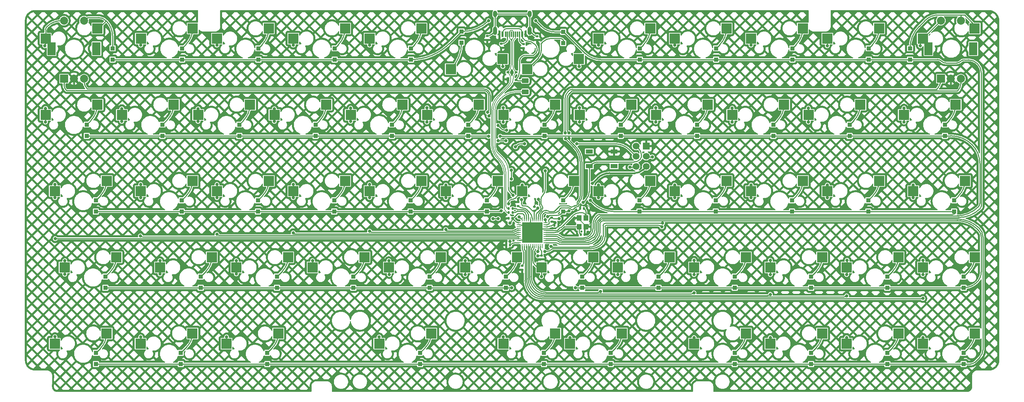
<source format=gbr>
%TF.GenerationSoftware,KiCad,Pcbnew,(6.0.7)*%
%TF.CreationDate,2022-10-29T11:39:36+02:00*%
%TF.ProjectId,the PETER keyboard,74686520-5045-4544-9552-206b6579626f,rev?*%
%TF.SameCoordinates,Original*%
%TF.FileFunction,Copper,L2,Bot*%
%TF.FilePolarity,Positive*%
%FSLAX46Y46*%
G04 Gerber Fmt 4.6, Leading zero omitted, Abs format (unit mm)*
G04 Created by KiCad (PCBNEW (6.0.7)) date 2022-10-29 11:39:36*
%MOMM*%
%LPD*%
G01*
G04 APERTURE LIST*
G04 Aperture macros list*
%AMRoundRect*
0 Rectangle with rounded corners*
0 $1 Rounding radius*
0 $2 $3 $4 $5 $6 $7 $8 $9 X,Y pos of 4 corners*
0 Add a 4 corners polygon primitive as box body*
4,1,4,$2,$3,$4,$5,$6,$7,$8,$9,$2,$3,0*
0 Add four circle primitives for the rounded corners*
1,1,$1+$1,$2,$3*
1,1,$1+$1,$4,$5*
1,1,$1+$1,$6,$7*
1,1,$1+$1,$8,$9*
0 Add four rect primitives between the rounded corners*
20,1,$1+$1,$2,$3,$4,$5,0*
20,1,$1+$1,$4,$5,$6,$7,0*
20,1,$1+$1,$6,$7,$8,$9,0*
20,1,$1+$1,$8,$9,$2,$3,0*%
G04 Aperture macros list end*
%TA.AperFunction,SMDPad,CuDef*%
%ADD10R,2.550000X2.500000*%
%TD*%
%TA.AperFunction,ComponentPad*%
%ADD11R,2.000000X2.000000*%
%TD*%
%TA.AperFunction,ComponentPad*%
%ADD12C,2.000000*%
%TD*%
%TA.AperFunction,ComponentPad*%
%ADD13R,2.000000X3.200000*%
%TD*%
%TA.AperFunction,SMDPad,CuDef*%
%ADD14R,1.100000X1.100000*%
%TD*%
%TA.AperFunction,SMDPad,CuDef*%
%ADD15RoundRect,0.135000X0.185000X-0.135000X0.185000X0.135000X-0.185000X0.135000X-0.185000X-0.135000X0*%
%TD*%
%TA.AperFunction,SMDPad,CuDef*%
%ADD16RoundRect,0.135000X-0.185000X0.135000X-0.185000X-0.135000X0.185000X-0.135000X0.185000X0.135000X0*%
%TD*%
%TA.AperFunction,SMDPad,CuDef*%
%ADD17RoundRect,0.140000X-0.170000X0.140000X-0.170000X-0.140000X0.170000X-0.140000X0.170000X0.140000X0*%
%TD*%
%TA.AperFunction,SMDPad,CuDef*%
%ADD18RoundRect,0.140000X-0.140000X-0.170000X0.140000X-0.170000X0.140000X0.170000X-0.140000X0.170000X0*%
%TD*%
%TA.AperFunction,SMDPad,CuDef*%
%ADD19R,0.600000X1.450000*%
%TD*%
%TA.AperFunction,SMDPad,CuDef*%
%ADD20R,0.300000X1.450000*%
%TD*%
%TA.AperFunction,ComponentPad*%
%ADD21O,1.000000X1.600000*%
%TD*%
%TA.AperFunction,ComponentPad*%
%ADD22O,1.000000X2.100000*%
%TD*%
%TA.AperFunction,SMDPad,CuDef*%
%ADD23RoundRect,0.135000X-0.135000X-0.185000X0.135000X-0.185000X0.135000X0.185000X-0.135000X0.185000X0*%
%TD*%
%TA.AperFunction,SMDPad,CuDef*%
%ADD24RoundRect,0.140000X0.140000X0.170000X-0.140000X0.170000X-0.140000X-0.170000X0.140000X-0.170000X0*%
%TD*%
%TA.AperFunction,SMDPad,CuDef*%
%ADD25R,1.800000X1.100000*%
%TD*%
%TA.AperFunction,SMDPad,CuDef*%
%ADD26RoundRect,0.250000X-0.625000X0.375000X-0.625000X-0.375000X0.625000X-0.375000X0.625000X0.375000X0*%
%TD*%
%TA.AperFunction,SMDPad,CuDef*%
%ADD27RoundRect,0.140000X0.170000X-0.140000X0.170000X0.140000X-0.170000X0.140000X-0.170000X-0.140000X0*%
%TD*%
%TA.AperFunction,SMDPad,CuDef*%
%ADD28R,0.700000X1.000000*%
%TD*%
%TA.AperFunction,SMDPad,CuDef*%
%ADD29R,0.700000X0.600000*%
%TD*%
%TA.AperFunction,SMDPad,CuDef*%
%ADD30R,1.200000X1.400000*%
%TD*%
%TA.AperFunction,ComponentPad*%
%ADD31C,1.700000*%
%TD*%
%TA.AperFunction,ComponentPad*%
%ADD32R,1.700000X1.700000*%
%TD*%
%TA.AperFunction,SMDPad,CuDef*%
%ADD33RoundRect,0.062500X-0.062500X0.475000X-0.062500X-0.475000X0.062500X-0.475000X0.062500X0.475000X0*%
%TD*%
%TA.AperFunction,SMDPad,CuDef*%
%ADD34RoundRect,0.062500X-0.475000X0.062500X-0.475000X-0.062500X0.475000X-0.062500X0.475000X0.062500X0*%
%TD*%
%TA.AperFunction,SMDPad,CuDef*%
%ADD35R,5.200000X5.200000*%
%TD*%
%TA.AperFunction,ViaPad*%
%ADD36C,0.800000*%
%TD*%
%TA.AperFunction,Conductor*%
%ADD37C,0.200000*%
%TD*%
%TA.AperFunction,Conductor*%
%ADD38C,0.250000*%
%TD*%
%TA.AperFunction,Conductor*%
%ADD39C,0.386000*%
%TD*%
%TA.AperFunction,Conductor*%
%ADD40C,0.254000*%
%TD*%
G04 APERTURE END LIST*
D10*
%TO.P,MX56,1,COL*%
%TO.N,COL9*%
X208815000Y-130302000D03*
%TO.P,MX56,2,ROW*%
%TO.N,Net-(D56-Pad2)*%
X221742000Y-127762000D03*
%TD*%
%TO.P,MX51,1,COL*%
%TO.N,COL2*%
X73001200Y-130302000D03*
%TO.P,MX51,2,ROW*%
%TO.N,Net-(D51-Pad2)*%
X85928200Y-127762000D03*
%TD*%
%TO.P,MX52,1,COL*%
%TO.N,COL4*%
X111177400Y-130302000D03*
%TO.P,MX52,2,ROW*%
%TO.N,Net-(D52-Pad2)*%
X124104400Y-127762000D03*
%TD*%
%TO.P,MX13,1,COL*%
%TO.N,COL0*%
X27840000Y-73152000D03*
%TO.P,MX13,2,ROW*%
%TO.N,Net-(D13-Pad2)*%
X40767000Y-70612000D03*
%TD*%
%TO.P,MX37,1,COL*%
%TO.N,COL0*%
X32589800Y-111252000D03*
%TO.P,MX37,2,ROW*%
%TO.N,Net-(D37-Pad2)*%
X45516800Y-108712000D03*
%TD*%
%TO.P,MX19,1,COL*%
%TO.N,COL6*%
X142140000Y-73152000D03*
%TO.P,MX19,2,ROW*%
%TO.N,Net-(D19-Pad2)*%
X155067000Y-70612000D03*
%TD*%
%TO.P,MX54,1,COL*%
%TO.N,COL7*%
X158777000Y-130302000D03*
%TO.P,MX54,2,ROW*%
%TO.N,Net-(D54-Pad2)*%
X171704000Y-127762000D03*
%TD*%
%TO.P,MX7,1,COL*%
%TO.N,COL6*%
X161009000Y-59182000D03*
%TO.P,MX7,2,ROW*%
%TO.N,Net-(D7-Pad2)*%
X148082000Y-61722000D03*
%TD*%
%TO.P,MX46,1,COL*%
%TO.N,COL9*%
X208815000Y-111252000D03*
%TO.P,MX46,2,ROW*%
%TO.N,Net-(D46-Pad2)*%
X221742000Y-108712000D03*
%TD*%
D11*
%TO.P,SW1,A,A*%
%TO.N,ROTARY_A*%
X32425000Y-64142000D03*
D12*
%TO.P,SW1,B,B*%
%TO.N,ROTARY_B*%
X37425000Y-64142000D03*
%TO.P,SW1,C,C*%
%TO.N,GND*%
X34925000Y-64142000D03*
D13*
%TO.P,SW1,MP*%
%TO.N,N/C*%
X29325000Y-56642000D03*
X40525000Y-56642000D03*
D12*
%TO.P,SW1,S1,S1*%
%TO.N,Net-(D1-Pad2)*%
X37425000Y-49642000D03*
%TO.P,SW1,S2,S2*%
%TO.N,COL0*%
X32425000Y-49642000D03*
%TD*%
D10*
%TO.P,MX48,1,COL*%
%TO.N,COL11*%
X246915000Y-111252000D03*
%TO.P,MX48,2,ROW*%
%TO.N,Net-(D48-Pad2)*%
X259842000Y-108712000D03*
%TD*%
%TO.P,MX14,1,COL*%
%TO.N,COL1*%
X46890000Y-73152000D03*
%TO.P,MX14,2,ROW*%
%TO.N,Net-(D14-Pad2)*%
X59817000Y-70612000D03*
%TD*%
%TO.P,MX12,1,COL*%
%TO.N,COL11*%
X246889600Y-54102000D03*
%TO.P,MX12,2,ROW*%
%TO.N,Net-(D12-Pad2)*%
X259816600Y-51562000D03*
%TD*%
%TO.P,MX30,1,COL*%
%TO.N,COL5*%
X127789000Y-92202000D03*
%TO.P,MX30,2,ROW*%
%TO.N,Net-(D30-Pad2)*%
X140716000Y-89662000D03*
%TD*%
%TO.P,MX15,1,COL*%
%TO.N,COL2*%
X65940000Y-73152000D03*
%TO.P,MX15,2,ROW*%
%TO.N,Net-(D15-Pad2)*%
X78867000Y-70612000D03*
%TD*%
%TO.P,MX26,1,COL*%
%TO.N,COL1*%
X51589000Y-92202000D03*
%TO.P,MX26,2,ROW*%
%TO.N,Net-(D26-Pad2)*%
X64516000Y-89662000D03*
%TD*%
%TO.P,MX11,1,COL*%
%TO.N,COL10*%
X223039000Y-54102000D03*
%TO.P,MX11,2,ROW*%
%TO.N,Net-(D11-Pad2)*%
X235966000Y-51562000D03*
%TD*%
%TO.P,MX45,1,COL*%
%TO.N,COL8*%
X189765000Y-111252000D03*
%TO.P,MX45,2,ROW*%
%TO.N,Net-(D45-Pad2)*%
X202692000Y-108712000D03*
%TD*%
%TO.P,MX18,1,COL*%
%TO.N,COL5*%
X123090000Y-73152000D03*
%TO.P,MX18,2,ROW*%
%TO.N,Net-(D18-Pad2)*%
X136017000Y-70612000D03*
%TD*%
%TO.P,MX32,1,COL*%
%TO.N,COL7*%
X165889000Y-92202000D03*
%TO.P,MX32,2,ROW*%
%TO.N,Net-(D32-Pad2)*%
X178816000Y-89662000D03*
%TD*%
%TO.P,MX22,1,COL*%
%TO.N,COL9*%
X199290000Y-73152000D03*
%TO.P,MX22,2,ROW*%
%TO.N,Net-(D22-Pad2)*%
X212217000Y-70612000D03*
%TD*%
%TO.P,MX35,1,COL*%
%TO.N,COL10*%
X223039000Y-92202000D03*
%TO.P,MX35,2,ROW*%
%TO.N,Net-(D35-Pad2)*%
X235966000Y-89662000D03*
%TD*%
%TO.P,MX27,1,COL*%
%TO.N,COL2*%
X70639000Y-92202000D03*
%TO.P,MX27,2,ROW*%
%TO.N,Net-(D27-Pad2)*%
X83566000Y-89662000D03*
%TD*%
%TO.P,MX43,1,COL*%
%TO.N,COL6*%
X151665000Y-111252000D03*
%TO.P,MX43,2,ROW*%
%TO.N,Net-(D43-Pad2)*%
X164592000Y-108712000D03*
%TD*%
%TO.P,MX3,1,COL*%
%TO.N,COL2*%
X70639000Y-54102000D03*
%TO.P,MX3,2,ROW*%
%TO.N,Net-(D3-Pad2)*%
X83566000Y-51562000D03*
%TD*%
%TO.P,MX33,1,COL*%
%TO.N,COL8*%
X184939000Y-92202000D03*
%TO.P,MX33,2,ROW*%
%TO.N,Net-(D33-Pad2)*%
X197866000Y-89662000D03*
%TD*%
%TO.P,MX50,1,COL*%
%TO.N,COL1*%
X51563600Y-130302000D03*
%TO.P,MX50,2,ROW*%
%TO.N,Net-(D50-Pad2)*%
X64490600Y-127762000D03*
%TD*%
%TO.P,MX47,1,COL*%
%TO.N,COL10*%
X227865000Y-111252000D03*
%TO.P,MX47,2,ROW*%
%TO.N,Net-(D47-Pad2)*%
X240792000Y-108712000D03*
%TD*%
%TO.P,MX28,1,COL*%
%TO.N,COL3*%
X89689000Y-92202000D03*
%TO.P,MX28,2,ROW*%
%TO.N,Net-(D28-Pad2)*%
X102616000Y-89662000D03*
%TD*%
%TO.P,MX6,1,COL*%
%TO.N,COL5*%
X141959000Y-59182000D03*
%TO.P,MX6,2,ROW*%
%TO.N,Net-(D6-Pad2)*%
X129032000Y-61722000D03*
%TD*%
%TO.P,MX49,1,COL*%
%TO.N,COL0*%
X30126000Y-130302000D03*
%TO.P,MX49,2,ROW*%
%TO.N,Net-(D49-Pad2)*%
X43053000Y-127762000D03*
%TD*%
%TO.P,MX10,1,COL*%
%TO.N,COL9*%
X203989000Y-54102000D03*
%TO.P,MX10,2,ROW*%
%TO.N,Net-(D10-Pad2)*%
X216916000Y-51562000D03*
%TD*%
%TO.P,MX8,1,COL*%
%TO.N,COL7*%
X165889000Y-54102000D03*
%TO.P,MX8,2,ROW*%
%TO.N,Net-(D8-Pad2)*%
X178816000Y-51562000D03*
%TD*%
%TO.P,MX9,1,COL*%
%TO.N,COL8*%
X184939000Y-54102000D03*
%TO.P,MX9,2,ROW*%
%TO.N,Net-(D9-Pad2)*%
X197866000Y-51562000D03*
%TD*%
%TO.P,MX42,1,COL*%
%TO.N,COL5*%
X132615000Y-111252000D03*
%TO.P,MX42,2,ROW*%
%TO.N,Net-(D42-Pad2)*%
X145542000Y-108712000D03*
%TD*%
%TO.P,MX24,1,COL*%
%TO.N,COL11*%
X242139800Y-73152000D03*
%TO.P,MX24,2,ROW*%
%TO.N,Net-(D24-Pad2)*%
X255066800Y-70612000D03*
%TD*%
%TO.P,MX20,1,COL*%
%TO.N,COL7*%
X161190000Y-73152000D03*
%TO.P,MX20,2,ROW*%
%TO.N,Net-(D20-Pad2)*%
X174117000Y-70612000D03*
%TD*%
%TO.P,MX1,1,COL*%
%TO.N,COL0*%
X27840000Y-54102000D03*
%TO.P,MX1,2,ROW*%
%TO.N,Net-(D1-Pad2)*%
X40767000Y-51562000D03*
%TD*%
%TO.P,MX16,1,COL*%
%TO.N,COL3*%
X84990000Y-73152000D03*
%TO.P,MX16,2,ROW*%
%TO.N,Net-(D16-Pad2)*%
X97917000Y-70612000D03*
%TD*%
%TO.P,MX38,1,COL*%
%TO.N,COL1*%
X56415000Y-111252000D03*
%TO.P,MX38,2,ROW*%
%TO.N,Net-(D38-Pad2)*%
X69342000Y-108712000D03*
%TD*%
%TO.P,MX31,1,COL*%
%TO.N,COL6*%
X146839000Y-92202000D03*
%TO.P,MX31,2,ROW*%
%TO.N,Net-(D31-Pad2)*%
X159766000Y-89662000D03*
%TD*%
%TO.P,MX53,1,COL*%
%TO.N,COL5*%
X142140000Y-130302000D03*
%TO.P,MX53,2,ROW*%
%TO.N,Net-(D53-Pad2)*%
X155067000Y-127762000D03*
%TD*%
%TO.P,MX29,1,COL*%
%TO.N,COL4*%
X108739000Y-92202000D03*
%TO.P,MX29,2,ROW*%
%TO.N,Net-(D29-Pad2)*%
X121666000Y-89662000D03*
%TD*%
%TO.P,MX39,1,COL*%
%TO.N,COL2*%
X75465000Y-111252000D03*
%TO.P,MX39,2,ROW*%
%TO.N,Net-(D39-Pad2)*%
X88392000Y-108712000D03*
%TD*%
%TO.P,MX55,1,COL*%
%TO.N,COL8*%
X189765000Y-130302000D03*
%TO.P,MX55,2,ROW*%
%TO.N,Net-(D55-Pad2)*%
X202692000Y-127762000D03*
%TD*%
%TO.P,MX40,1,COL*%
%TO.N,COL3*%
X94515000Y-111252000D03*
%TO.P,MX40,2,ROW*%
%TO.N,Net-(D40-Pad2)*%
X107442000Y-108712000D03*
%TD*%
%TO.P,MX21,1,COL*%
%TO.N,COL8*%
X180240000Y-73152000D03*
%TO.P,MX21,2,ROW*%
%TO.N,Net-(D21-Pad2)*%
X193167000Y-70612000D03*
%TD*%
%TO.P,MX5,1,COL*%
%TO.N,COL4*%
X108739000Y-54102000D03*
%TO.P,MX5,2,ROW*%
%TO.N,Net-(D5-Pad2)*%
X121666000Y-51562000D03*
%TD*%
%TO.P,MX44,1,COL*%
%TO.N,COL7*%
X170715000Y-111252000D03*
%TO.P,MX44,2,ROW*%
%TO.N,Net-(D44-Pad2)*%
X183642000Y-108712000D03*
%TD*%
%TO.P,MX36,1,COL*%
%TO.N,COL11*%
X244476600Y-92202000D03*
%TO.P,MX36,2,ROW*%
%TO.N,Net-(D36-Pad2)*%
X257403600Y-89662000D03*
%TD*%
D11*
%TO.P,SW12,A,A*%
%TO.N,ROTARY_D*%
X251373000Y-64142000D03*
D12*
%TO.P,SW12,B,B*%
%TO.N,ROTARY_C*%
X256373000Y-64142000D03*
%TO.P,SW12,C,C*%
%TO.N,GND*%
X253873000Y-64142000D03*
D13*
%TO.P,SW12,MP*%
%TO.N,N/C*%
X248273000Y-56642000D03*
X259473000Y-56642000D03*
D12*
%TO.P,SW12,S1,S1*%
%TO.N,Net-(D12-Pad2)*%
X256373000Y-49642000D03*
%TO.P,SW12,S2,S2*%
%TO.N,COL11*%
X251373000Y-49642000D03*
%TD*%
D10*
%TO.P,MX4,1,COL*%
%TO.N,COL3*%
X89689000Y-54102000D03*
%TO.P,MX4,2,ROW*%
%TO.N,Net-(D4-Pad2)*%
X102616000Y-51562000D03*
%TD*%
%TO.P,MX25,1,COL*%
%TO.N,COL0*%
X30151400Y-92202000D03*
%TO.P,MX25,2,ROW*%
%TO.N,Net-(D25-Pad2)*%
X43078400Y-89662000D03*
%TD*%
%TO.P,MX17,1,COL*%
%TO.N,COL4*%
X104040000Y-73152000D03*
%TO.P,MX17,2,ROW*%
%TO.N,Net-(D17-Pad2)*%
X116967000Y-70612000D03*
%TD*%
%TO.P,MX41,1,COL*%
%TO.N,COL4*%
X113565000Y-111252000D03*
%TO.P,MX41,2,ROW*%
%TO.N,Net-(D41-Pad2)*%
X126492000Y-108712000D03*
%TD*%
%TO.P,MX34,1,COL*%
%TO.N,COL9*%
X203989000Y-92202000D03*
%TO.P,MX34,2,ROW*%
%TO.N,Net-(D34-Pad2)*%
X216916000Y-89662000D03*
%TD*%
%TO.P,MX58,1,COL*%
%TO.N,COL11*%
X246915000Y-130302000D03*
%TO.P,MX58,2,ROW*%
%TO.N,Net-(D58-Pad2)*%
X259842000Y-127762000D03*
%TD*%
%TO.P,MX2,1,COL*%
%TO.N,COL1*%
X51652500Y-54102000D03*
%TO.P,MX2,2,ROW*%
%TO.N,Net-(D2-Pad2)*%
X64579500Y-51562000D03*
%TD*%
%TO.P,MX57,1,COL*%
%TO.N,COL10*%
X227865000Y-130302000D03*
%TO.P,MX57,2,ROW*%
%TO.N,Net-(D57-Pad2)*%
X240792000Y-127762000D03*
%TD*%
%TO.P,MX23,1,COL*%
%TO.N,COL10*%
X218340000Y-73152000D03*
%TO.P,MX23,2,ROW*%
%TO.N,Net-(D23-Pad2)*%
X231267000Y-70612000D03*
%TD*%
D14*
%TO.P,D40,1,K*%
%TO.N, ROW3*%
X104663000Y-116350000D03*
%TO.P,D40,2,A*%
%TO.N,Net-(D40-Pad2)*%
X104663000Y-113550000D03*
%TD*%
%TO.P,D28,1,K*%
%TO.N,ROW2*%
X99900500Y-97300000D03*
%TO.P,D28,2,A*%
%TO.N,Net-(D28-Pad2)*%
X99900500Y-94500000D03*
%TD*%
D15*
%TO.P,R_reset1,1*%
%TO.N,+5V*%
X154178000Y-99824000D03*
%TO.P,R_reset1,2*%
%TO.N,RESET*%
X154178000Y-98804000D03*
%TD*%
D14*
%TO.P,D21,1,K*%
%TO.N,ROW1*%
X190500000Y-78400000D03*
%TO.P,D21,2,A*%
%TO.N,Net-(D21-Pad2)*%
X190500000Y-75600000D03*
%TD*%
D16*
%TO.P,R_USB2,1*%
%TO.N,Net-(J1-PadB5)*%
X147200000Y-55446200D03*
%TO.P,R_USB2,2*%
%TO.N,GND*%
X147200000Y-56466200D03*
%TD*%
D14*
%TO.P,D26,1,K*%
%TO.N,ROW2*%
X61800500Y-97300000D03*
%TO.P,D26,2,A*%
%TO.N,Net-(D26-Pad2)*%
X61800500Y-94500000D03*
%TD*%
%TO.P,D9,1,K*%
%TO.N,ROW0*%
X195262500Y-59350000D03*
%TO.P,D9,2,A*%
%TO.N,Net-(D9-Pad2)*%
X195262500Y-56550000D03*
%TD*%
%TO.P,D50,1,K*%
%TO.N,ROW4*%
X61600000Y-135400000D03*
%TO.P,D50,2,A*%
%TO.N,Net-(D50-Pad2)*%
X61600000Y-132600000D03*
%TD*%
%TO.P,D44,1,K*%
%TO.N, ROW3*%
X180863000Y-116350000D03*
%TO.P,D44,2,A*%
%TO.N,Net-(D44-Pad2)*%
X180863000Y-113550000D03*
%TD*%
%TO.P,D45,1,K*%
%TO.N, ROW3*%
X199913000Y-116350000D03*
%TO.P,D45,2,A*%
%TO.N,Net-(D45-Pad2)*%
X199913000Y-113550000D03*
%TD*%
%TO.P,D17,1,K*%
%TO.N,ROW1*%
X114300000Y-78400000D03*
%TO.P,D17,2,A*%
%TO.N,Net-(D17-Pad2)*%
X114300000Y-75600000D03*
%TD*%
%TO.P,D52,1,K*%
%TO.N,ROW4*%
X121331800Y-135400000D03*
%TO.P,D52,2,A*%
%TO.N,Net-(D52-Pad2)*%
X121331800Y-132600000D03*
%TD*%
%TO.P,D58,1,K*%
%TO.N,ROW4*%
X257063000Y-135400000D03*
%TO.P,D58,2,A*%
%TO.N,Net-(D58-Pad2)*%
X257063000Y-132600000D03*
%TD*%
D16*
%TO.P,R_HWB/PE2,1*%
%TO.N,Net-(R_HWB/PE2-Pad1)*%
X146812000Y-110869000D03*
%TO.P,R_HWB/PE2,2*%
%TO.N,GND*%
X146812000Y-111889000D03*
%TD*%
D14*
%TO.P,D38,1,K*%
%TO.N, ROW3*%
X66563000Y-116350000D03*
%TO.P,D38,2,A*%
%TO.N,Net-(D38-Pad2)*%
X66563000Y-113550000D03*
%TD*%
D17*
%TO.P,C_Decoupler1,1*%
%TO.N,+5V*%
X151638000Y-108295795D03*
%TO.P,C_Decoupler1,2*%
%TO.N,GND*%
X151638000Y-109255795D03*
%TD*%
D18*
%TO.P,C_crystal2,1*%
%TO.N,GND*%
X161318000Y-96558100D03*
%TO.P,C_crystal2,2*%
%TO.N,Net-(C_crystal2-Pad2)*%
X162278000Y-96558100D03*
%TD*%
D14*
%TO.P,D35,1,K*%
%TO.N,ROW2*%
X233250500Y-97300000D03*
%TO.P,D35,2,A*%
%TO.N,Net-(D35-Pad2)*%
X233250500Y-94500000D03*
%TD*%
D19*
%TO.P,J1,A1,GND*%
%TO.N,GND*%
X141150000Y-53067000D03*
%TO.P,J1,A4,VBUS*%
%TO.N,VCC*%
X141950000Y-53067000D03*
D20*
%TO.P,J1,A5,CC1*%
%TO.N,Net-(J1-PadA5)*%
X143150000Y-53067000D03*
%TO.P,J1,A6,D+*%
%TO.N,D+*%
X144150000Y-53067000D03*
%TO.P,J1,A7,D-*%
%TO.N,D-*%
X144650000Y-53067000D03*
%TO.P,J1,A8,SBU1*%
%TO.N,unconnected-(J1-PadA8)*%
X145650000Y-53067000D03*
D19*
%TO.P,J1,A9,VBUS*%
%TO.N,VCC*%
X146850000Y-53067000D03*
%TO.P,J1,A12,GND*%
%TO.N,GND*%
X147650000Y-53067000D03*
%TO.P,J1,B1,GND*%
X147650000Y-53067000D03*
%TO.P,J1,B4,VBUS*%
%TO.N,VCC*%
X146850000Y-53067000D03*
D20*
%TO.P,J1,B5,CC2*%
%TO.N,Net-(J1-PadB5)*%
X146150000Y-53067000D03*
%TO.P,J1,B6,D+*%
%TO.N,D+*%
X145150000Y-53067000D03*
%TO.P,J1,B7,D-*%
%TO.N,D-*%
X143650000Y-53067000D03*
%TO.P,J1,B8,SBU2*%
%TO.N,unconnected-(J1-PadB8)*%
X142650000Y-53067000D03*
D19*
%TO.P,J1,B9,VBUS*%
%TO.N,VCC*%
X141950000Y-53067000D03*
%TO.P,J1,B12,GND*%
%TO.N,GND*%
X141150000Y-53067000D03*
D21*
%TO.P,J1,S1,SHIELD*%
%TO.N,Net-(C_USBSHIELD1-Pad1)*%
X148720000Y-47972000D03*
X140080000Y-47972000D03*
D22*
X140080000Y-52152000D03*
X148720000Y-52152000D03*
%TD*%
D14*
%TO.P,D23,1,K*%
%TO.N,ROW1*%
X228600000Y-78431800D03*
%TO.P,D23,2,A*%
%TO.N,Net-(D23-Pad2)*%
X228600000Y-75631800D03*
%TD*%
%TO.P,D42,1,K*%
%TO.N, ROW3*%
X142763000Y-116350000D03*
%TO.P,D42,2,A*%
%TO.N,Net-(D42-Pad2)*%
X142763000Y-113550000D03*
%TD*%
%TO.P,D47,1,K*%
%TO.N, ROW3*%
X238013000Y-116350000D03*
%TO.P,D47,2,A*%
%TO.N,Net-(D47-Pad2)*%
X238013000Y-113550000D03*
%TD*%
%TO.P,D4,1,K*%
%TO.N,ROW0*%
X100012500Y-59350000D03*
%TO.P,D4,2,A*%
%TO.N,Net-(D4-Pad2)*%
X100012500Y-56550000D03*
%TD*%
%TO.P,D3,1,K*%
%TO.N,ROW0*%
X80962500Y-59350000D03*
%TO.P,D3,2,A*%
%TO.N,Net-(D3-Pad2)*%
X80962500Y-56550000D03*
%TD*%
D23*
%TO.P,R_USB3,1*%
%TO.N,D-*%
X143469900Y-97586800D03*
%TO.P,R_USB3,2*%
%TO.N,Net-(R_USB3-Pad2)*%
X144489900Y-97586800D03*
%TD*%
D16*
%TO.P,R_USB1,1*%
%TO.N,Net-(J1-PadA5)*%
X141600000Y-55420800D03*
%TO.P,R_USB1,2*%
%TO.N,GND*%
X141600000Y-56440800D03*
%TD*%
D14*
%TO.P,D27,1,K*%
%TO.N,ROW2*%
X80850500Y-97300000D03*
%TO.P,D27,2,A*%
%TO.N,Net-(D27-Pad2)*%
X80850500Y-94500000D03*
%TD*%
%TO.P,D12,1,K*%
%TO.N,ROW0*%
X243681300Y-59350000D03*
%TO.P,D12,2,A*%
%TO.N,Net-(D12-Pad2)*%
X243681300Y-56550000D03*
%TD*%
D24*
%TO.P,C_Decoupler2,1*%
%TO.N,+5V*%
X143824900Y-105664000D03*
%TO.P,C_Decoupler2,2*%
%TO.N,GND*%
X142864900Y-105664000D03*
%TD*%
D14*
%TO.P,D1,1,K*%
%TO.N,ROW0*%
X44577000Y-59350000D03*
%TO.P,D1,2,A*%
%TO.N,Net-(D1-Pad2)*%
X44577000Y-56550000D03*
%TD*%
%TO.P,D37,1,K*%
%TO.N, ROW3*%
X42750500Y-116350000D03*
%TO.P,D37,2,A*%
%TO.N,Net-(D37-Pad2)*%
X42750500Y-113550000D03*
%TD*%
D25*
%TO.P,SW2,1,1*%
%TO.N,GND*%
X169787500Y-82287500D03*
%TO.P,SW2,2,2*%
%TO.N,RESET*%
X163587500Y-85987500D03*
%TO.P,SW2,3*%
%TO.N,N/C*%
X169787500Y-85987500D03*
%TO.P,SW2,4*%
X163587500Y-82287500D03*
%TD*%
D14*
%TO.P,D39,1,K*%
%TO.N, ROW3*%
X85613000Y-116350000D03*
%TO.P,D39,2,A*%
%TO.N,Net-(D39-Pad2)*%
X85613000Y-113550000D03*
%TD*%
D23*
%TO.P,R_USB4,1*%
%TO.N,D+*%
X143469900Y-96520000D03*
%TO.P,R_USB4,2*%
%TO.N,Net-(R_USB4-Pad2)*%
X144489900Y-96520000D03*
%TD*%
D14*
%TO.P,D11,1,K*%
%TO.N,ROW0*%
X233362500Y-59350000D03*
%TO.P,D11,2,A*%
%TO.N,Net-(D11-Pad2)*%
X233362500Y-56550000D03*
%TD*%
%TO.P,D51,1,K*%
%TO.N,ROW4*%
X83200000Y-135400000D03*
%TO.P,D51,2,A*%
%TO.N,Net-(D51-Pad2)*%
X83200000Y-132600000D03*
%TD*%
D26*
%TO.P,F_USBC1,1*%
%TO.N,VCC*%
X147600000Y-64600000D03*
%TO.P,F_USBC1,2*%
%TO.N,+5V*%
X147600000Y-67400000D03*
%TD*%
D16*
%TO.P,R_USBSHIELD1,1*%
%TO.N,Net-(C_USBSHIELD1-Pad1)*%
X138112500Y-53465000D03*
%TO.P,R_USBSHIELD1,2*%
%TO.N,GND*%
X138112500Y-54485000D03*
%TD*%
D14*
%TO.P,D33,1,K*%
%TO.N,ROW2*%
X195150500Y-97300000D03*
%TO.P,D33,2,A*%
%TO.N,Net-(D33-Pad2)*%
X195150500Y-94500000D03*
%TD*%
%TO.P,D7,1,K*%
%TO.N,ROW0*%
X157099000Y-52448000D03*
%TO.P,D7,2,A*%
%TO.N,Net-(D7-Pad2)*%
X157099000Y-55248000D03*
%TD*%
%TO.P,D41,1,K*%
%TO.N, ROW3*%
X123713000Y-116350000D03*
%TO.P,D41,2,A*%
%TO.N,Net-(D41-Pad2)*%
X123713000Y-113550000D03*
%TD*%
%TO.P,D43,1,K*%
%TO.N, ROW3*%
X161813000Y-116350000D03*
%TO.P,D43,2,A*%
%TO.N,Net-(D43-Pad2)*%
X161813000Y-113550000D03*
%TD*%
D27*
%TO.P,C_UCAP1,1*%
%TO.N,Net-(C_UCAP1-Pad1)*%
X145846800Y-95933200D03*
%TO.P,C_UCAP1,2*%
%TO.N,GND*%
X145846800Y-94973200D03*
%TD*%
D14*
%TO.P,D57,1,K*%
%TO.N,ROW4*%
X238013000Y-135400000D03*
%TO.P,D57,2,A*%
%TO.N,Net-(D57-Pad2)*%
X238013000Y-132600000D03*
%TD*%
D24*
%TO.P,C_Decoupler5,1*%
%TO.N,+5V*%
X144409100Y-99034600D03*
%TO.P,C_Decoupler5,2*%
%TO.N,GND*%
X143449100Y-99034600D03*
%TD*%
D14*
%TO.P,D13,1,K*%
%TO.N,ROW1*%
X38100000Y-78400000D03*
%TO.P,D13,2,A*%
%TO.N,Net-(D13-Pad2)*%
X38100000Y-75600000D03*
%TD*%
D24*
%TO.P,C_crystal1,1*%
%TO.N,GND*%
X162405000Y-103060500D03*
%TO.P,C_crystal1,2*%
%TO.N,Net-(C_crystal1-Pad2)*%
X161445000Y-103060500D03*
%TD*%
D14*
%TO.P,D10,1,K*%
%TO.N,ROW0*%
X214312500Y-59350000D03*
%TO.P,D10,2,A*%
%TO.N,Net-(D10-Pad2)*%
X214312500Y-56550000D03*
%TD*%
%TO.P,D16,1,K*%
%TO.N,ROW1*%
X95250000Y-78400000D03*
%TO.P,D16,2,A*%
%TO.N,Net-(D16-Pad2)*%
X95250000Y-75600000D03*
%TD*%
%TO.P,D25,1,K*%
%TO.N,ROW2*%
X40369300Y-97300000D03*
%TO.P,D25,2,A*%
%TO.N,Net-(D25-Pad2)*%
X40369300Y-94500000D03*
%TD*%
%TO.P,D32,1,K*%
%TO.N,ROW2*%
X176100500Y-97300000D03*
%TO.P,D32,2,A*%
%TO.N,Net-(D32-Pad2)*%
X176100500Y-94500000D03*
%TD*%
%TO.P,D8,1,K*%
%TO.N,ROW0*%
X176212500Y-59350000D03*
%TO.P,D8,2,A*%
%TO.N,Net-(D8-Pad2)*%
X176212500Y-56550000D03*
%TD*%
%TO.P,D48,1,K*%
%TO.N, ROW3*%
X257063000Y-116350000D03*
%TO.P,D48,2,A*%
%TO.N,Net-(D48-Pad2)*%
X257063000Y-113550000D03*
%TD*%
D28*
%TO.P,D59,1,GND*%
%TO.N,GND*%
X143272000Y-64250000D03*
D29*
%TO.P,D59,2,I/O1*%
%TO.N,D-*%
X143272000Y-62550000D03*
%TO.P,D59,3,I/O2*%
%TO.N,D+*%
X145272000Y-62550000D03*
%TO.P,D59,4,VCC*%
%TO.N,VCC*%
X145272000Y-64450000D03*
%TD*%
D17*
%TO.P,C_USBSHIELD1,1*%
%TO.N,Net-(C_USBSHIELD1-Pad1)*%
X150600000Y-53520000D03*
%TO.P,C_USBSHIELD1,2*%
%TO.N,GND*%
X150600000Y-54480000D03*
%TD*%
D14*
%TO.P,D56,1,K*%
%TO.N,ROW4*%
X218963000Y-135400000D03*
%TO.P,D56,2,A*%
%TO.N,Net-(D56-Pad2)*%
X218963000Y-132600000D03*
%TD*%
%TO.P,D30,1,K*%
%TO.N,ROW2*%
X138000500Y-97300000D03*
%TO.P,D30,2,A*%
%TO.N,Net-(D30-Pad2)*%
X138000500Y-94500000D03*
%TD*%
%TO.P,D22,1,K*%
%TO.N,ROW1*%
X209550000Y-78400000D03*
%TO.P,D22,2,A*%
%TO.N,Net-(D22-Pad2)*%
X209550000Y-75600000D03*
%TD*%
%TO.P,D53,1,K*%
%TO.N,ROW4*%
X152288000Y-135400000D03*
%TO.P,D53,2,A*%
%TO.N,Net-(D53-Pad2)*%
X152288000Y-132600000D03*
%TD*%
%TO.P,D34,1,K*%
%TO.N,ROW2*%
X214200500Y-97300000D03*
%TO.P,D34,2,A*%
%TO.N,Net-(D34-Pad2)*%
X214200500Y-94500000D03*
%TD*%
D30*
%TO.P,Y1,1,1*%
%TO.N,Net-(C_crystal1-Pad2)*%
X161075000Y-101112500D03*
%TO.P,Y1,2,2*%
%TO.N,GND*%
X161075000Y-98912500D03*
%TO.P,Y1,3,3*%
%TO.N,Net-(C_crystal2-Pad2)*%
X162775000Y-98912500D03*
%TO.P,Y1,4,4*%
%TO.N,GND*%
X162775000Y-101112500D03*
%TD*%
D14*
%TO.P,D6,1,K*%
%TO.N,ROW0*%
X131699000Y-52321000D03*
%TO.P,D6,2,A*%
%TO.N,Net-(D6-Pad2)*%
X131699000Y-55121000D03*
%TD*%
%TO.P,D18,1,K*%
%TO.N,ROW1*%
X133350000Y-78400000D03*
%TO.P,D18,2,A*%
%TO.N,Net-(D18-Pad2)*%
X133350000Y-75600000D03*
%TD*%
D27*
%TO.P,C_Decoupler4,1*%
%TO.N,+5V*%
X149860000Y-97101600D03*
%TO.P,C_Decoupler4,2*%
%TO.N,GND*%
X149860000Y-96141600D03*
%TD*%
D14*
%TO.P,D19,1,K*%
%TO.N,ROW1*%
X152400000Y-78400000D03*
%TO.P,D19,2,A*%
%TO.N,Net-(D19-Pad2)*%
X152400000Y-75600000D03*
%TD*%
D18*
%TO.P,C_Decoupler3,1*%
%TO.N,+5V*%
X154920000Y-100800000D03*
%TO.P,C_Decoupler3,2*%
%TO.N,GND*%
X155880000Y-100800000D03*
%TD*%
D14*
%TO.P,D46,1,K*%
%TO.N, ROW3*%
X218963000Y-116350000D03*
%TO.P,D46,2,A*%
%TO.N,Net-(D46-Pad2)*%
X218963000Y-113550000D03*
%TD*%
%TO.P,D31,1,K*%
%TO.N,ROW2*%
X157050500Y-97300000D03*
%TO.P,D31,2,A*%
%TO.N,Net-(D31-Pad2)*%
X157050500Y-94500000D03*
%TD*%
%TO.P,D29,1,K*%
%TO.N,ROW2*%
X118950500Y-97300000D03*
%TO.P,D29,2,A*%
%TO.N,Net-(D29-Pad2)*%
X118950500Y-94500000D03*
%TD*%
%TO.P,D54,1,K*%
%TO.N,ROW4*%
X168956800Y-135400000D03*
%TO.P,D54,2,A*%
%TO.N,Net-(D54-Pad2)*%
X168956800Y-132600000D03*
%TD*%
%TO.P,D2,1,K*%
%TO.N,ROW0*%
X61912500Y-59350000D03*
%TO.P,D2,2,A*%
%TO.N,Net-(D2-Pad2)*%
X61912500Y-56550000D03*
%TD*%
%TO.P,D5,1,K*%
%TO.N,ROW0*%
X119062500Y-59350000D03*
%TO.P,D5,2,A*%
%TO.N,Net-(D5-Pad2)*%
X119062500Y-56550000D03*
%TD*%
%TO.P,D24,1,K*%
%TO.N,ROW1*%
X252412500Y-78400000D03*
%TO.P,D24,2,A*%
%TO.N,Net-(D24-Pad2)*%
X252412500Y-75600000D03*
%TD*%
%TO.P,D20,1,K*%
%TO.N,ROW1*%
X171450000Y-78400000D03*
%TO.P,D20,2,A*%
%TO.N,Net-(D20-Pad2)*%
X171450000Y-75600000D03*
%TD*%
D31*
%TO.P,J2,1,MISO*%
%TO.N,MISO*%
X175260000Y-86042500D03*
%TO.P,J2,2,VCC*%
%TO.N,+5V*%
X177800000Y-86042500D03*
%TO.P,J2,3,SCK*%
%TO.N,SCK*%
X175260000Y-83502500D03*
%TO.P,J2,4,MOSI*%
%TO.N,MOSI*%
X177800000Y-83502500D03*
%TO.P,J2,5,~{RST}*%
%TO.N,RESET*%
X175260000Y-80962500D03*
D32*
%TO.P,J2,6,GND*%
%TO.N,GND*%
X177800000Y-80962500D03*
%TD*%
D14*
%TO.P,D36,1,K*%
%TO.N,ROW2*%
X254681800Y-97300000D03*
%TO.P,D36,2,A*%
%TO.N,Net-(D36-Pad2)*%
X254681800Y-94500000D03*
%TD*%
%TO.P,D14,1,K*%
%TO.N,ROW1*%
X57000000Y-78400000D03*
%TO.P,D14,2,A*%
%TO.N,Net-(D14-Pad2)*%
X57000000Y-75600000D03*
%TD*%
%TO.P,D49,1,K*%
%TO.N,ROW4*%
X40400000Y-135400000D03*
%TO.P,D49,2,A*%
%TO.N,Net-(D49-Pad2)*%
X40400000Y-132600000D03*
%TD*%
%TO.P,D55,1,K*%
%TO.N,ROW4*%
X199913000Y-135400000D03*
%TO.P,D55,2,A*%
%TO.N,Net-(D55-Pad2)*%
X199913000Y-132600000D03*
%TD*%
D33*
%TO.P,U1,1,PE6*%
%TO.N,SCK*%
X146839300Y-99253100D03*
%TO.P,U1,2,UVCC*%
%TO.N,+5V*%
X147339300Y-99253100D03*
%TO.P,U1,3,D-*%
%TO.N,Net-(R_USB3-Pad2)*%
X147839300Y-99253100D03*
%TO.P,U1,4,D+*%
%TO.N,Net-(R_USB4-Pad2)*%
X148339300Y-99253100D03*
%TO.P,U1,5,UGND*%
%TO.N,GND*%
X148839300Y-99253100D03*
%TO.P,U1,6,UCAP*%
%TO.N,Net-(C_UCAP1-Pad1)*%
X149339300Y-99253100D03*
%TO.P,U1,7,VBUS*%
%TO.N,+5V*%
X149839300Y-99253100D03*
%TO.P,U1,8,PB0*%
%TO.N,ROTARY_A*%
X150339300Y-99253100D03*
%TO.P,U1,9,PB1*%
%TO.N,ROTARY_B*%
X150839300Y-99253100D03*
%TO.P,U1,10,PB2*%
%TO.N,ROTARY_D*%
X151339300Y-99253100D03*
%TO.P,U1,11,PB3*%
%TO.N,ROTARY_C*%
X151839300Y-99253100D03*
D34*
%TO.P,U1,12,PB7*%
%TO.N,MOSI*%
X152676800Y-100090600D03*
%TO.P,U1,13,~{RESET}*%
%TO.N,RESET*%
X152676800Y-100590600D03*
%TO.P,U1,14,VCC*%
%TO.N,+5V*%
X152676800Y-101090600D03*
%TO.P,U1,15,GND*%
%TO.N,GND*%
X152676800Y-101590600D03*
%TO.P,U1,16,XTAL2*%
%TO.N,Net-(C_crystal2-Pad2)*%
X152676800Y-102090600D03*
%TO.P,U1,17,XTAL1*%
%TO.N,Net-(C_crystal1-Pad2)*%
X152676800Y-102590600D03*
%TO.P,U1,18,PD0*%
%TO.N,ROW2*%
X152676800Y-103090600D03*
%TO.P,U1,19,PD1*%
%TO.N,ROW1*%
X152676800Y-103590600D03*
%TO.P,U1,20,PD2*%
%TO.N,ROW0*%
X152676800Y-104090600D03*
%TO.P,U1,21,PD3*%
%TO.N,ROW4*%
X152676800Y-104590600D03*
%TO.P,U1,22,PD5*%
%TO.N, ROW3*%
X152676800Y-105090600D03*
D33*
%TO.P,U1,23,GND*%
%TO.N,GND*%
X151839300Y-105928100D03*
%TO.P,U1,24,AVCC*%
%TO.N,+5V*%
X151339300Y-105928100D03*
%TO.P,U1,25,PD4*%
%TO.N,MISO*%
X150839300Y-105928100D03*
%TO.P,U1,26,PD6*%
%TO.N,unconnected-(U1-Pad26)*%
X150339300Y-105928100D03*
%TO.P,U1,27,PD7*%
%TO.N,COL6*%
X149839300Y-105928100D03*
%TO.P,U1,28,PB4*%
%TO.N,COL7*%
X149339300Y-105928100D03*
%TO.P,U1,29,PB5*%
%TO.N,COL8*%
X148839300Y-105928100D03*
%TO.P,U1,30,PB6*%
%TO.N,COL9*%
X148339300Y-105928100D03*
%TO.P,U1,31,PC6*%
%TO.N,COL10*%
X147839300Y-105928100D03*
%TO.P,U1,32,PC7*%
%TO.N,COL11*%
X147339300Y-105928100D03*
%TO.P,U1,33,~{HWB}/PE2*%
%TO.N,Net-(R_HWB/PE2-Pad1)*%
X146839300Y-105928100D03*
D34*
%TO.P,U1,34,VCC*%
%TO.N,+5V*%
X146001800Y-105090600D03*
%TO.P,U1,35,GND*%
%TO.N,GND*%
X146001800Y-104590600D03*
%TO.P,U1,36,PF7*%
%TO.N,COL0*%
X146001800Y-104090600D03*
%TO.P,U1,37,PF6*%
%TO.N,COL1*%
X146001800Y-103590600D03*
%TO.P,U1,38,PF5*%
%TO.N,COL2*%
X146001800Y-103090600D03*
%TO.P,U1,39,PF4*%
%TO.N,COL3*%
X146001800Y-102590600D03*
%TO.P,U1,40,PF1*%
%TO.N,COL4*%
X146001800Y-102090600D03*
%TO.P,U1,41,PF0*%
%TO.N,COL5*%
X146001800Y-101590600D03*
%TO.P,U1,42,AREF*%
%TO.N,unconnected-(U1-Pad42)*%
X146001800Y-101090600D03*
%TO.P,U1,43,GND*%
%TO.N,GND*%
X146001800Y-100590600D03*
%TO.P,U1,44,AVCC*%
%TO.N,+5V*%
X146001800Y-100090600D03*
D35*
%TO.P,U1,45,GND*%
%TO.N,GND*%
X149339300Y-102590600D03*
%TD*%
D14*
%TO.P,D15,1,K*%
%TO.N,ROW1*%
X76200000Y-78400000D03*
%TO.P,D15,2,A*%
%TO.N,Net-(D15-Pad2)*%
X76200000Y-75600000D03*
%TD*%
D36*
%TO.N,GND*%
X171450000Y-82296000D03*
X150241000Y-109347000D03*
X163272432Y-102502199D03*
X253873000Y-66040000D03*
X159512000Y-99771200D03*
X150816799Y-55304201D03*
X150418800Y-95148400D03*
X179425600Y-80911700D03*
X144983200Y-94945200D03*
X147208086Y-57568500D03*
X142621000Y-99060000D03*
X164642800Y-96469200D03*
X141986000Y-105664000D03*
X146177000Y-56388000D03*
X142748000Y-56388000D03*
X34925000Y-66167000D03*
X156074059Y-100077896D03*
X145923000Y-111887000D03*
%TO.N,+5V*%
X155074586Y-100070162D03*
X146659600Y-94386400D03*
X150749000Y-108394795D03*
X143764000Y-104775000D03*
X150754763Y-96428500D03*
X164338000Y-90297000D03*
X144520286Y-93212286D03*
X143764000Y-100203000D03*
%TO.N,ROW0*%
X150241000Y-49657000D03*
X138430000Y-49657000D03*
%TO.N,ROW1*%
X138430000Y-78486000D03*
X141351000Y-78486000D03*
%TO.N,ROW2*%
X163830000Y-94488000D03*
X158496000Y-97155000D03*
X153162000Y-98602800D03*
X141605000Y-97155000D03*
%TO.N, ROW3*%
X144221200Y-116332000D03*
X160121600Y-116332000D03*
%TO.N,COL0*%
X30162500Y-128587500D03*
X27813000Y-74930000D03*
X30162500Y-90551000D03*
X27635200Y-55880000D03*
X32639000Y-109601000D03*
X32615975Y-112945080D03*
X30162500Y-93853000D03*
X27828306Y-71545875D03*
X30226000Y-104089200D03*
%TO.N,COL1*%
X56388000Y-112903000D03*
X51562000Y-128651000D03*
X51562000Y-90551000D03*
X51562000Y-55753000D03*
X46863000Y-74803000D03*
X51562000Y-93853000D03*
X51511200Y-103394500D03*
X46863000Y-71628000D03*
X56388000Y-109601000D03*
%TO.N,COL2*%
X73025000Y-128651000D03*
X65913000Y-74803000D03*
X70612000Y-93853000D03*
X75438000Y-109601000D03*
X70612000Y-90551000D03*
X65913000Y-71628000D03*
X70612000Y-103013500D03*
X70612000Y-55753000D03*
X75438000Y-112903000D03*
%TO.N,COL3*%
X84963000Y-74803000D03*
X89662000Y-102622900D03*
X89662000Y-55753000D03*
X94488000Y-109601000D03*
X89662000Y-90551000D03*
X89662000Y-93853000D03*
X84963000Y-71628000D03*
%TO.N,COL4*%
X113538000Y-109601000D03*
X108712000Y-90551000D03*
X108712000Y-55753000D03*
X108712000Y-93853000D03*
X111125000Y-128651000D03*
X104013000Y-71501000D03*
X108712000Y-102216500D03*
X113665000Y-113030000D03*
X104013000Y-74803000D03*
%TO.N,COL5*%
X132588000Y-109601000D03*
X127762000Y-101835500D03*
X142113000Y-128651000D03*
X132588000Y-113030000D03*
X123063000Y-74930000D03*
X141986000Y-61087000D03*
X127762000Y-93853000D03*
X127762000Y-90678000D03*
X123063000Y-71374000D03*
%TO.N,COL6*%
X142113000Y-71374000D03*
X143426500Y-95402400D03*
X151638000Y-113538000D03*
X142113000Y-74930000D03*
X146812000Y-90678000D03*
X161036000Y-61087000D03*
%TO.N,COL7*%
X166420800Y-117246900D03*
X170688000Y-113030000D03*
X165862000Y-93853000D03*
X158750000Y-128778000D03*
X170688000Y-109474000D03*
X165862000Y-90678000D03*
X161163000Y-71374000D03*
X161163000Y-74930000D03*
X165862000Y-55753000D03*
%TO.N,COL8*%
X184912000Y-55753000D03*
X184912000Y-93853000D03*
X189725442Y-117634300D03*
X180213000Y-74930000D03*
X189738000Y-109474000D03*
X189738000Y-128778000D03*
X184912000Y-90678000D03*
X180213000Y-71374000D03*
X189738000Y-113030000D03*
%TO.N,COL9*%
X199263000Y-71501000D03*
X203962000Y-93853000D03*
X208788000Y-128778000D03*
X203962000Y-55753000D03*
X203962000Y-90678000D03*
X208788000Y-109474000D03*
X208788000Y-118015300D03*
X199263000Y-74930000D03*
X208788000Y-113030000D03*
%TO.N,COL10*%
X227838000Y-118396300D03*
X218313000Y-74930000D03*
X223012000Y-90678000D03*
X227838000Y-128778000D03*
X227965000Y-109474000D03*
X227838000Y-113030000D03*
X223012000Y-93853000D03*
X223012000Y-55880000D03*
X218313000Y-71501000D03*
%TO.N,COL11*%
X244475000Y-93853000D03*
X246888000Y-128778000D03*
X242189000Y-71501000D03*
X246888000Y-109474000D03*
X246253000Y-55880000D03*
X244475000Y-90678000D03*
X246888000Y-113030000D03*
X246888000Y-119024400D03*
X242189000Y-74930000D03*
%TO.N,RESET*%
X156084089Y-99078443D03*
X162052000Y-94996000D03*
%TO.N,ROTARY_A*%
X138196500Y-72542400D03*
X142798800Y-79654400D03*
X150874098Y-94258621D03*
X140817600Y-79603600D03*
%TO.N,ROTARY_B*%
X140805500Y-75844400D03*
X152603200Y-87122000D03*
X138573500Y-73456800D03*
X142951200Y-76962000D03*
%TO.N,ROTARY_D*%
X157632400Y-79095600D03*
X157581600Y-77673200D03*
%TO.N,ROTARY_C*%
X158557944Y-79053500D03*
X158508103Y-77673200D03*
%TO.N,MISO*%
X181730246Y-101138297D03*
X150749000Y-107315000D03*
X152527000Y-107315000D03*
X173736000Y-86233000D03*
%TO.N,SCK*%
X139554500Y-99060000D03*
X147447000Y-80391000D03*
X145161000Y-81153000D03*
X146050000Y-98646700D03*
X140861500Y-99060000D03*
X160509500Y-80391000D03*
X144145000Y-86995000D03*
X144145000Y-89154000D03*
%TO.N,MOSI*%
X154051000Y-106045000D03*
X179324000Y-83693000D03*
X181864000Y-100221500D03*
X152623482Y-99356726D03*
%TD*%
D37*
%TO.N,GND*%
X161075000Y-99112500D02*
X161075000Y-98912500D01*
D38*
X142664360Y-99034600D02*
X143449100Y-99034600D01*
D37*
X159872684Y-99410515D02*
X159512000Y-99771200D01*
D38*
X155880000Y-100796195D02*
X155880000Y-100311867D01*
D37*
X163800000Y-97058000D02*
X163800000Y-99896186D01*
D39*
X162932719Y-102841911D02*
X163272432Y-102502199D01*
D40*
X141600000Y-56394167D02*
X140714769Y-55508936D01*
D38*
X150418800Y-95148400D02*
X150167168Y-95400032D01*
X147200000Y-56466200D02*
X147200000Y-57548979D01*
D39*
X144997200Y-94959200D02*
X144983200Y-94945200D01*
D37*
X163197985Y-101002014D02*
X163443750Y-100756250D01*
X163800000Y-96482842D02*
X163800000Y-97058000D01*
D38*
X152676800Y-101590600D02*
X154549074Y-101590600D01*
X155883804Y-100800000D02*
X156276159Y-100800000D01*
D39*
X179400200Y-80937100D02*
X179425600Y-80911700D01*
X179338878Y-80962500D02*
X177800000Y-80962500D01*
D38*
X145924000Y-111888000D02*
X145923000Y-111887000D01*
D37*
X163800000Y-97058000D02*
X164209194Y-96648806D01*
D38*
X171435489Y-82287500D02*
X169787500Y-82287500D01*
X171450000Y-82296000D02*
X171445750Y-82291750D01*
D39*
X145030998Y-94973200D02*
X145846800Y-94973200D01*
X253873000Y-66040000D02*
X253873000Y-64142000D01*
D38*
X151753513Y-101590600D02*
X152676800Y-101590600D01*
X155881205Y-100963596D02*
X155752800Y-101092000D01*
D39*
X148519588Y-53936588D02*
X147650000Y-53067000D01*
D38*
X148285056Y-103644845D02*
X149339300Y-102590600D01*
X155880000Y-100796195D02*
X155880000Y-100803804D01*
D37*
X162739644Y-100977144D02*
X161216421Y-99453921D01*
D38*
X155880000Y-100796195D02*
X155880000Y-100409175D01*
D39*
X34925000Y-66167000D02*
X34925000Y-64142000D01*
D38*
X148839300Y-101383494D02*
X148839300Y-99253100D01*
X148285056Y-101536355D02*
X149339300Y-102590600D01*
X142748000Y-56388000D02*
X142721600Y-56414400D01*
D40*
X140290641Y-54485000D02*
X138112500Y-54485000D01*
D38*
X155977029Y-100174925D02*
X156074059Y-100077896D01*
X160147000Y-96929159D02*
X160946941Y-96929159D01*
D37*
X161799404Y-95800000D02*
X163117157Y-95800000D01*
D39*
X150241000Y-109347000D02*
X151417812Y-109347000D01*
D40*
X141150000Y-53067000D02*
X141150000Y-53769042D01*
D38*
X142621000Y-99060000D02*
X142633700Y-99047300D01*
D39*
X149831500Y-54480000D02*
X150446699Y-54480000D01*
D38*
X147200000Y-56466200D02*
X146365791Y-56466200D01*
X142657864Y-56440800D02*
X141807600Y-56440800D01*
X150816799Y-54850099D02*
X150816799Y-55304201D01*
X145926414Y-111889000D02*
X146812000Y-111889000D01*
D37*
X161318000Y-96419752D02*
X161318000Y-96281404D01*
D39*
X162739644Y-101147855D02*
X162590000Y-101297500D01*
D38*
X156276159Y-100800000D02*
X160147000Y-96929159D01*
D40*
X141600000Y-56440800D02*
X141600000Y-56394167D01*
D37*
X162931250Y-101112500D02*
X162825000Y-101112500D01*
D39*
X162405000Y-101744129D02*
X162405000Y-103060500D01*
D38*
X142864900Y-105664000D02*
X141986000Y-105664000D01*
D37*
X164642800Y-96469197D02*
G75*
G03*
X164209194Y-96648806I0J-613203D01*
G01*
D39*
X179338878Y-80962491D02*
G75*
G03*
X179400200Y-80937100I22J86691D01*
G01*
D37*
X161318000Y-96419752D02*
G75*
G02*
X161179652Y-96558100I-138400J52D01*
G01*
D38*
X148285053Y-103644842D02*
G75*
G02*
X146001800Y-104590600I-2283253J2283242D01*
G01*
X148285053Y-101536358D02*
G75*
G03*
X146001800Y-100590600I-2283253J-2283242D01*
G01*
D37*
X162775003Y-101062500D02*
G75*
G03*
X162739644Y-100977144I-120703J0D01*
G01*
X162825000Y-101112497D02*
G75*
G03*
X162739645Y-101147856I0J-120703D01*
G01*
D38*
X150708399Y-54588399D02*
G75*
G02*
X150816799Y-54850099I-261699J-261701D01*
G01*
X146177002Y-56387998D02*
G75*
G03*
X146365791Y-56466200I188798J188798D01*
G01*
X155883804Y-100800000D02*
G75*
G02*
X155880000Y-100796195I-4J3800D01*
G01*
X155880000Y-100796195D02*
G75*
G02*
X155880000Y-100796195I0J0D01*
G01*
X155883804Y-100800000D02*
G75*
G03*
X155880000Y-100803804I-4J-3800D01*
G01*
D37*
X162931250Y-101112540D02*
G75*
G03*
X163197984Y-101002013I-50J377240D01*
G01*
D40*
X140290641Y-54485016D02*
G75*
G03*
X140970000Y-54203600I-41J960816D01*
G01*
D37*
X161458999Y-95940999D02*
G75*
G02*
X161799404Y-95800000I340401J-340401D01*
G01*
D39*
X162932718Y-102841910D02*
G75*
G02*
X162405000Y-103060500I-527718J527710D01*
G01*
D38*
X161317959Y-96558100D02*
G75*
G02*
X160946941Y-96929159I-371059J0D01*
G01*
X155879988Y-100409175D02*
G75*
G02*
X155977029Y-100174925I331312J-25D01*
G01*
D37*
X163600013Y-95999987D02*
G75*
G02*
X163800000Y-96482842I-482813J-482813D01*
G01*
D38*
X145926414Y-111888994D02*
G75*
G02*
X145924000Y-111888000I-14J3394D01*
G01*
D40*
X140290640Y-54485000D02*
G75*
G03*
X140714769Y-55508936I1448060J0D01*
G01*
D38*
X150446699Y-54480001D02*
G75*
G02*
X150708399Y-54588399I1J-370099D01*
G01*
X147208077Y-57568509D02*
G75*
G02*
X147200000Y-57548979I19523J19509D01*
G01*
X155881235Y-100963626D02*
G75*
G02*
X156276159Y-100800000I394965J-394874D01*
G01*
X149859990Y-96141600D02*
G75*
G02*
X150167168Y-95400032I1048710J0D01*
G01*
X142721610Y-56414410D02*
G75*
G02*
X142657864Y-56440800I-63710J63710D01*
G01*
X171445753Y-82291747D02*
G75*
G03*
X171435489Y-82287500I-10253J-10253D01*
G01*
D39*
X148519593Y-53936583D02*
G75*
G03*
X149831500Y-54480000I1311907J1311883D01*
G01*
D40*
X140969988Y-54203588D02*
G75*
G03*
X141150000Y-53769042I-434588J434588D01*
G01*
D37*
X162775000Y-101062500D02*
G75*
G03*
X162825000Y-101112500I50000J0D01*
G01*
D38*
X155752808Y-101092008D02*
G75*
G02*
X154549074Y-101590600I-1203708J1203708D01*
G01*
X142664360Y-99034584D02*
G75*
G03*
X142633700Y-99047300I40J-43416D01*
G01*
D37*
X159872691Y-99410522D02*
G75*
G02*
X161075000Y-98912500I1202309J-1202278D01*
G01*
D39*
X151637996Y-109255791D02*
G75*
G02*
X151417812Y-109347000I-220196J220191D01*
G01*
X145030998Y-94973200D02*
G75*
G02*
X144997200Y-94959200I2J47800D01*
G01*
X162589991Y-101297491D02*
G75*
G03*
X162405000Y-101744129I446609J-446609D01*
G01*
D37*
X163443754Y-100756254D02*
G75*
G03*
X163800000Y-99896186I-860054J860054D01*
G01*
X161318002Y-96281404D02*
G75*
G02*
X161459000Y-95941000I481398J4D01*
G01*
D39*
X162775002Y-101062500D02*
G75*
G02*
X162739644Y-101147855I-120702J0D01*
G01*
D37*
X161216430Y-99453912D02*
G75*
G02*
X161075000Y-99112500I341370J341412D01*
G01*
D38*
X155877310Y-100810300D02*
G75*
G03*
X155880000Y-100803804I-6510J6500D01*
G01*
X151753513Y-101590606D02*
G75*
G03*
X149339300Y-102590600I-13J-3414194D01*
G01*
D37*
X163600013Y-95999987D02*
G75*
G03*
X163117157Y-95800000I-482813J-482813D01*
G01*
D38*
X148839303Y-101383494D02*
G75*
G03*
X149339300Y-102590600I1707097J-6D01*
G01*
X149089300Y-102340600D02*
G75*
G02*
X149089300Y-102340600I0J0D01*
G01*
D40*
%TO.N,Net-(C_crystal1-Pad2)*%
X161260000Y-102875500D02*
X161445000Y-103060500D01*
X161075000Y-101112500D02*
X157387995Y-101112500D01*
X156603700Y-101841300D02*
X157342750Y-101102250D01*
X161075000Y-102428870D02*
X161075000Y-101112500D01*
X154794729Y-102590600D02*
X152676800Y-102590600D01*
X157387995Y-101112501D02*
G75*
G02*
X157363251Y-101102249I5J35001D01*
G01*
X154794729Y-102590612D02*
G75*
G03*
X156603700Y-101841300I-29J2558312D01*
G01*
X161259991Y-102875509D02*
G75*
G02*
X161075000Y-102428870I446609J446609D01*
G01*
X157363249Y-101102251D02*
G75*
G03*
X157342751Y-101102251I-10249J-10248D01*
G01*
D38*
%TO.N,Net-(C_crystal2-Pad2)*%
X159492893Y-98307106D02*
X157043199Y-100756799D01*
X161793413Y-97600000D02*
X161200000Y-97600000D01*
X162775000Y-98728125D02*
X162775000Y-97406532D01*
X152762155Y-102040600D02*
X155553600Y-102040600D01*
X155553600Y-102040600D02*
X156159200Y-101435000D01*
X152676800Y-102090600D02*
X152701800Y-102065600D01*
X162526500Y-96806600D02*
X162278000Y-96558100D01*
X162775000Y-98543750D02*
X162775000Y-98728125D01*
X162487500Y-97887500D02*
X162514254Y-97914254D01*
X156510518Y-101289479D02*
X157043199Y-100756799D01*
X157043199Y-100756799D02*
X156831586Y-100968413D01*
X162774986Y-97406532D02*
G75*
G03*
X162526499Y-96806601I-848386J32D01*
G01*
X162514220Y-97914288D02*
G75*
G02*
X162775000Y-98543750I-629420J-629512D01*
G01*
X161200000Y-97599996D02*
G75*
G03*
X159492893Y-98307106I0J-2414204D01*
G01*
X162775000Y-98728125D02*
G75*
G02*
X162775000Y-98728125I0J0D01*
G01*
X156510510Y-101289471D02*
G75*
G02*
X156159200Y-101435000I-351310J351271D01*
G01*
X152762155Y-102040582D02*
G75*
G03*
X152701800Y-102065600I45J-85418D01*
G01*
X162487496Y-97887504D02*
G75*
G03*
X161793413Y-97600000I-694096J-694096D01*
G01*
D39*
%TO.N,+5V*%
X176963750Y-86878749D02*
X177800000Y-86042500D01*
D38*
X143951643Y-92643644D02*
X144520286Y-93212286D01*
X145085596Y-99711096D02*
X144409100Y-99034600D01*
D40*
X145389600Y-98196400D02*
X145745200Y-97840800D01*
D38*
X155074586Y-100070162D02*
X155074586Y-100294886D01*
X146659600Y-94386400D02*
X146659600Y-95318138D01*
X150388631Y-96794631D02*
X150754763Y-96428500D01*
X146898788Y-95895588D02*
X147577892Y-95895588D01*
X150160032Y-97023230D02*
X150388631Y-96794631D01*
X145733450Y-100090600D02*
X146001800Y-100090600D01*
D37*
X143383000Y-87401400D02*
X143383000Y-87706200D01*
D39*
X165629000Y-89005999D02*
X164338000Y-90297000D01*
D37*
X143383000Y-87706200D02*
X143383000Y-91270817D01*
D38*
X154997293Y-100147455D02*
X155074586Y-100070162D01*
D39*
X168745751Y-87714999D02*
X174944865Y-87714999D01*
D38*
X154920000Y-100334056D02*
X154920000Y-100683000D01*
X148562715Y-96303515D02*
X149439600Y-97180400D01*
D40*
X144652022Y-98933979D02*
X145389600Y-98196400D01*
D39*
X154178000Y-99824000D02*
X154480299Y-99824000D01*
D38*
X149439600Y-97180400D02*
X149457303Y-97180400D01*
X149839300Y-99253100D02*
X149839300Y-98632900D01*
D37*
X140055600Y-72136000D02*
X140055600Y-81267674D01*
X140567210Y-82502810D02*
X141910238Y-83845838D01*
D38*
X151291300Y-105936334D02*
X151291300Y-106304307D01*
X146001800Y-105090600D02*
X145209210Y-105090600D01*
X151638000Y-108295795D02*
X150988007Y-108295795D01*
D37*
X141605000Y-68961000D02*
X141205073Y-69360927D01*
D38*
X151299534Y-105928100D02*
X151291300Y-105936334D01*
X143824900Y-104922025D02*
X143824900Y-105664000D01*
D40*
X146997382Y-97896545D02*
X147380388Y-98279552D01*
D38*
X153153563Y-101090600D02*
X152676800Y-101090600D01*
X151339300Y-105928100D02*
X151299534Y-105928100D01*
X147380388Y-99182958D02*
X147380388Y-98279552D01*
D40*
X145745200Y-97840800D02*
X146862800Y-97840800D01*
D38*
X151638000Y-107141314D02*
X151638000Y-108295795D01*
X149839300Y-98632900D02*
X149839300Y-97122300D01*
D40*
X144039071Y-99927929D02*
X143764000Y-100203000D01*
D37*
X147600000Y-67400000D02*
X145373587Y-67400000D01*
D38*
X143824889Y-104922025D02*
G75*
G03*
X143764000Y-104775000I-207889J25D01*
G01*
X143951646Y-92643641D02*
G75*
G02*
X143383000Y-91270817I1372854J1372841D01*
G01*
D40*
X146997376Y-97896551D02*
G75*
G03*
X146862800Y-97840800I-134576J-134549D01*
G01*
D38*
X154920000Y-100683000D02*
G75*
G02*
X154920000Y-100683000I0J0D01*
G01*
D37*
X140055587Y-72136000D02*
G75*
G02*
X141205073Y-69360927I3924513J0D01*
G01*
D38*
X150160023Y-97023221D02*
G75*
G02*
X149970831Y-97101600I-189223J189221D01*
G01*
D39*
X174944865Y-87714984D02*
G75*
G03*
X176963750Y-86878749I35J2855084D01*
G01*
D38*
X143824897Y-105663997D02*
G75*
G02*
X145209210Y-105090600I1384303J-1384303D01*
G01*
D37*
X140207992Y-81635608D02*
G75*
G02*
X140055600Y-81267674I367908J367908D01*
G01*
D40*
X144652033Y-98933990D02*
G75*
G02*
X144409100Y-99034600I-242933J242990D01*
G01*
D38*
X151638005Y-107141309D02*
G75*
G02*
X151291300Y-106304307I836995J837009D01*
G01*
X146898815Y-95895561D02*
G75*
G02*
X146659600Y-95318138I577385J577461D01*
G01*
D39*
X165628985Y-89005984D02*
G75*
G02*
X168745751Y-87714999I3116715J-3116716D01*
G01*
D38*
X153153563Y-101090584D02*
G75*
G03*
X155074586Y-100294886I37J2716684D01*
G01*
X148562711Y-96303519D02*
G75*
G03*
X147577892Y-95895588I-984811J-984781D01*
G01*
D37*
X141605004Y-68961004D02*
G75*
G02*
X145373587Y-67400000I3768596J-3768596D01*
G01*
X140567214Y-82502806D02*
G75*
G02*
X140208000Y-81635600I867186J867206D01*
G01*
D38*
X145085598Y-99711094D02*
G75*
G03*
X146001800Y-100090600I916202J916194D01*
G01*
D40*
X144039080Y-99927938D02*
G75*
G03*
X144409100Y-99034600I-893380J893338D01*
G01*
D39*
X155074597Y-100070151D02*
G75*
G03*
X154480299Y-99824000I-594297J-594349D01*
G01*
D38*
X150388630Y-96794630D02*
G75*
G02*
X149457303Y-97180400I-931330J931330D01*
G01*
X154919971Y-100334056D02*
G75*
G02*
X154997293Y-100147455I263929J-44D01*
G01*
D37*
X143383007Y-87401400D02*
G75*
G03*
X141910238Y-83845838I-5028307J0D01*
G01*
D38*
X150748997Y-108394792D02*
G75*
G02*
X150988007Y-108295795I239003J-239008D01*
G01*
D40*
%TO.N,Net-(C_UCAP1-Pad1)*%
X149339300Y-99253100D02*
X149339300Y-99086361D01*
X148712890Y-97574074D02*
X147995048Y-96856232D01*
X145903473Y-95989873D02*
X145846800Y-95933200D01*
X146985347Y-96437958D02*
G75*
G02*
X147995047Y-96856233I-47J-1427942D01*
G01*
X145903450Y-95989896D02*
G75*
G03*
X146985347Y-96438000I1081850J1081896D01*
G01*
X148712871Y-97574093D02*
G75*
G02*
X149339300Y-99086361I-1512271J-1512307D01*
G01*
%TO.N,Net-(C_USBSHIELD1-Pad1)*%
X140080000Y-52152000D02*
X139229802Y-53002198D01*
X148720000Y-52152000D02*
X149725961Y-53157961D01*
X140080000Y-47972000D02*
X148720000Y-47972000D01*
X148720000Y-47972000D02*
X148720000Y-52152000D01*
X140080000Y-52152000D02*
X140080000Y-47972000D01*
X138112500Y-53465000D02*
G75*
G03*
X139229801Y-53002197I0J1580100D01*
G01*
X150600000Y-53519993D02*
G75*
G02*
X149725961Y-53157961I0J1236093D01*
G01*
%TO.N,ROW0*%
X157157125Y-52448000D02*
X157149375Y-52448000D01*
X195262500Y-59350000D02*
X176212500Y-59350000D01*
X214312500Y-59350000D02*
X195262500Y-59350000D01*
X155005535Y-52448000D02*
X156727000Y-52448000D01*
X156932375Y-52448000D02*
X156893625Y-52448000D01*
X157114500Y-52448000D02*
X157083500Y-52448000D01*
X128635102Y-55384899D02*
X131699000Y-52321000D01*
X261493000Y-62688038D02*
X261493000Y-91328956D01*
X162531207Y-57756207D02*
X157266840Y-52491840D01*
X152678552Y-104088848D02*
X152676800Y-104090600D01*
X164598163Y-103829037D02*
X164744400Y-103682800D01*
X157133875Y-52448000D02*
X157126125Y-52448000D01*
X156971125Y-52448000D02*
X156994375Y-52448000D01*
X157021500Y-52448000D02*
X157009875Y-52448000D01*
X157083500Y-52448000D02*
X157052500Y-52448000D01*
X100012500Y-59350000D02*
X119062500Y-59350000D01*
X166697296Y-98806000D02*
X255817350Y-98806000D01*
X156744301Y-104648000D02*
X162621012Y-104648000D01*
X156971125Y-52448000D02*
X156932375Y-52448000D01*
X243681300Y-59350000D02*
X233362500Y-59350000D01*
X252567626Y-60198000D02*
X255366185Y-60198000D01*
X156893625Y-52448000D02*
X156851000Y-52448000D01*
X165862000Y-99415600D02*
X166312009Y-98965591D01*
X157009875Y-52448000D02*
X157002125Y-52448000D01*
X150241000Y-49657000D02*
X151636500Y-51052500D01*
X166378963Y-59350000D02*
X176212500Y-59350000D01*
X157161000Y-52448000D02*
X157157125Y-52448000D01*
X131699000Y-52321000D02*
X131998536Y-52321000D01*
X257205815Y-59436000D02*
X258240962Y-59436000D01*
X157141625Y-52448000D02*
X157149375Y-52448000D01*
X44577000Y-59350000D02*
X61912500Y-59350000D01*
X164744400Y-103682800D02*
X164937827Y-103489374D01*
X157141625Y-52448000D02*
X157133875Y-52448000D01*
X243681300Y-59350000D02*
X250520374Y-59350000D01*
X261499523Y-91335479D02*
X261499523Y-95936691D01*
X165404800Y-102362000D02*
X165404800Y-100519378D01*
X155235555Y-104087096D02*
X152682781Y-104087096D01*
X157002125Y-52448000D02*
X156994375Y-52448000D01*
X80962500Y-59350000D02*
X100012500Y-59350000D01*
X156851000Y-52448000D02*
X156727000Y-52448000D01*
X157126125Y-52448000D02*
X157114500Y-52448000D01*
X261493000Y-91328956D02*
X261499523Y-91335479D01*
X157052500Y-52448000D02*
X157021500Y-52448000D01*
X61912500Y-59350000D02*
X80962500Y-59350000D01*
X233362500Y-59350000D02*
X214312500Y-59350000D01*
X156744301Y-104648001D02*
G75*
G02*
X155996388Y-104338204I-1J1057701D01*
G01*
X157266844Y-52491836D02*
G75*
G03*
X157161000Y-52448000I-105844J-105864D01*
G01*
X166697296Y-98806004D02*
G75*
G03*
X166312009Y-98965591I4J-544896D01*
G01*
X252567626Y-60197989D02*
G75*
G02*
X251544000Y-59774000I-26J1447589D01*
G01*
X164337997Y-103936797D02*
G75*
G02*
X162621012Y-104648000I-1716997J1716997D01*
G01*
X151636490Y-51052510D02*
G75*
G03*
X155005535Y-52448000I3369010J3369010D01*
G01*
X164598158Y-103829032D02*
G75*
G02*
X164338000Y-103936800I-260158J260132D01*
G01*
X256286005Y-59817005D02*
G75*
G02*
X255366185Y-60198000I-919805J919805D01*
G01*
X261213585Y-96570785D02*
G75*
G02*
X255817350Y-98806000I-5396285J5396285D01*
G01*
X260540511Y-60388489D02*
G75*
G03*
X258240962Y-59436000I-2299511J-2299511D01*
G01*
X165404814Y-102362000D02*
G75*
G02*
X164937827Y-103489374I-1594314J0D01*
G01*
X128635101Y-55384898D02*
G75*
G02*
X119062500Y-59350000I-9572601J9572598D01*
G01*
X165862006Y-99415606D02*
G75*
G03*
X165404800Y-100519378I1103794J-1103794D01*
G01*
X251544008Y-59773992D02*
G75*
G03*
X250520374Y-59350000I-1023608J-1023608D01*
G01*
X257205815Y-59436007D02*
G75*
G03*
X256286000Y-59817000I-15J-1300793D01*
G01*
X261492984Y-62688038D02*
G75*
G03*
X260540500Y-60388500I-3251984J38D01*
G01*
X152678557Y-104088853D02*
G75*
G02*
X152682781Y-104087096I4243J-4247D01*
G01*
X261273159Y-96483219D02*
G75*
G03*
X261499523Y-95936691I-546559J546519D01*
G01*
X156155391Y-104468076D02*
G75*
G03*
X155235555Y-104087096I-919791J-919824D01*
G01*
X162531215Y-57756199D02*
G75*
G03*
X166378963Y-59350000I3847785J3847799D01*
G01*
X138429990Y-49656990D02*
G75*
G02*
X131998536Y-52321000I-6431490J6431490D01*
G01*
%TO.N,Net-(D1-Pad2)*%
X44577000Y-56550000D02*
X44577000Y-53545624D01*
X41014528Y-48869600D02*
X38709600Y-48869600D01*
X41330686Y-51328513D02*
X42976800Y-49682400D01*
X37835220Y-49231780D02*
X37425000Y-49642000D01*
X41014528Y-48869589D02*
G75*
G02*
X42976800Y-49682400I-28J-2775111D01*
G01*
X42976801Y-49682399D02*
G75*
G02*
X44577000Y-53545624I-3863221J-3863221D01*
G01*
X41330692Y-51328519D02*
G75*
G02*
X40767000Y-51562000I-563692J563719D01*
G01*
X37835212Y-49231772D02*
G75*
G02*
X38709600Y-48869600I874388J-874428D01*
G01*
%TO.N,Net-(D2-Pad2)*%
X62938305Y-55524195D02*
X61912500Y-56550000D01*
X62938307Y-55524197D02*
G75*
G03*
X64579500Y-51562000I-3962207J3962197D01*
G01*
%TO.N,Net-(D3-Pad2)*%
X81879904Y-55632596D02*
X80962500Y-56550000D01*
X81879906Y-55632598D02*
G75*
G03*
X83566000Y-51562000I-4070606J4070598D01*
G01*
%TO.N,Net-(D4-Pad2)*%
X100929904Y-55632596D02*
X100012500Y-56550000D01*
X100929906Y-55632598D02*
G75*
G03*
X102616000Y-51562000I-4070606J4070598D01*
G01*
%TO.N,Net-(D5-Pad2)*%
X119979904Y-55632596D02*
X119062500Y-56550000D01*
X119979906Y-55632598D02*
G75*
G03*
X121666000Y-51562000I-4070606J4070598D01*
G01*
%TO.N,Net-(D6-Pad2)*%
X131699000Y-55121000D02*
X131699000Y-55283293D01*
X129032002Y-61722002D02*
G75*
G03*
X131699000Y-55283293I-6438702J6438702D01*
G01*
%TO.N,Net-(D7-Pad2)*%
X151942800Y-54965600D02*
X151644163Y-55264237D01*
X151536400Y-55524400D02*
X151536400Y-57078158D01*
X156150697Y-54051200D02*
X154150356Y-54051200D01*
X150868779Y-58935221D02*
X148082000Y-61722000D01*
X157099000Y-55248000D02*
X157099000Y-54444000D01*
X151942813Y-54965613D02*
G75*
G02*
X154150356Y-54051200I2207587J-2207587D01*
G01*
X151536393Y-55524400D02*
G75*
G02*
X151644163Y-55264237I367907J0D01*
G01*
X151587188Y-57200812D02*
G75*
G02*
X151536400Y-57078158I122612J122612D01*
G01*
X150868771Y-58935213D02*
G75*
G03*
X151587200Y-57200800I-1734371J1734413D01*
G01*
X156150697Y-54051202D02*
G75*
G02*
X157098999Y-54444001I3J-1341098D01*
G01*
%TO.N,Net-(D8-Pad2)*%
X177129904Y-55632596D02*
X176212500Y-56550000D01*
X177129906Y-55632598D02*
G75*
G03*
X178816000Y-51562000I-4070606J4070598D01*
G01*
%TO.N,Net-(D9-Pad2)*%
X196179904Y-55632596D02*
X195262500Y-56550000D01*
X196179906Y-55632598D02*
G75*
G03*
X197866000Y-51562000I-4070606J4070598D01*
G01*
%TO.N,Net-(D10-Pad2)*%
X215229904Y-55632596D02*
X214312500Y-56550000D01*
X215229906Y-55632598D02*
G75*
G03*
X216916000Y-51562000I-4070606J4070598D01*
G01*
%TO.N,Net-(D11-Pad2)*%
X234279904Y-55632596D02*
X233362500Y-56550000D01*
X234279906Y-55632598D02*
G75*
G03*
X235966000Y-51562000I-4070606J4070598D01*
G01*
%TO.N,Net-(D12-Pad2)*%
X256373000Y-49642000D02*
X256373000Y-48296594D01*
X256336800Y-48209200D02*
X257302000Y-48209200D01*
X245946658Y-51080942D02*
X247446800Y-49580800D01*
X257302000Y-48209200D02*
X259223903Y-50131103D01*
X250758135Y-48209200D02*
X251663200Y-48209200D01*
X251663200Y-48209200D02*
X256336800Y-48209200D01*
X250758135Y-48209215D02*
G75*
G03*
X247446800Y-49580800I-35J-4682885D01*
G01*
X259816598Y-51562000D02*
G75*
G03*
X259223903Y-50131103I-2023598J0D01*
G01*
X256336798Y-48209202D02*
G75*
G02*
X256373000Y-48296594I-87398J-87398D01*
G01*
X245946661Y-51080945D02*
G75*
G03*
X243681300Y-56550000I5469039J-5469055D01*
G01*
%TO.N,ROW1*%
X76200000Y-78400000D02*
X95250000Y-78400000D01*
X157002815Y-104267000D02*
X162242565Y-104267000D01*
X252412500Y-78400000D02*
X253823012Y-78400000D01*
X209550000Y-78400000D02*
X228523229Y-78400000D01*
X165658800Y-98907600D02*
X165868164Y-98698237D01*
X57000000Y-78400000D02*
X76200000Y-78400000D01*
X141394000Y-78443000D02*
X141351000Y-78486000D01*
X138387000Y-78443000D02*
X138430000Y-78486000D01*
X164947600Y-102028938D02*
X164947600Y-100624588D01*
X261112000Y-85279997D02*
X261112000Y-95255106D01*
X114300000Y-78400000D02*
X133350000Y-78400000D01*
X166527815Y-98425000D02*
X255803400Y-98425000D01*
X38100000Y-78400000D02*
X57000000Y-78400000D01*
X133350000Y-78400000D02*
X138222378Y-78400000D01*
X171450000Y-78400000D02*
X190500000Y-78400000D01*
X141351000Y-78486000D02*
X152192378Y-78486000D01*
X190500000Y-78400000D02*
X209550000Y-78400000D01*
X152400000Y-78400000D02*
X171450000Y-78400000D01*
X228600000Y-78431800D02*
X252335729Y-78431800D01*
X152822928Y-103505000D02*
X155163184Y-103505000D01*
X95250000Y-78400000D02*
X114300000Y-78400000D01*
X164947615Y-102028938D02*
G75*
G02*
X164388800Y-103378000I-1907915J38D01*
G01*
X259181597Y-80619603D02*
G75*
G03*
X253823012Y-78400000I-5358597J-5358597D01*
G01*
X260756398Y-96113598D02*
G75*
G03*
X261112000Y-95255106I-858498J858498D01*
G01*
X152822928Y-103505012D02*
G75*
G03*
X152719600Y-103547800I-28J-146088D01*
G01*
X141497811Y-78400005D02*
G75*
G03*
X141394000Y-78443000I-11J-146795D01*
G01*
X165658803Y-98907603D02*
G75*
G03*
X164947600Y-100624588I1716997J-1716997D01*
G01*
X228599992Y-78431808D02*
G75*
G03*
X228523229Y-78400000I-76792J-76792D01*
G01*
X157002815Y-104266993D02*
G75*
G02*
X156083000Y-103886000I-15J1300793D01*
G01*
X261112000Y-85279997D02*
G75*
G03*
X259181599Y-80619601I-6590800J-3D01*
G01*
X166527815Y-98425015D02*
G75*
G03*
X165868164Y-98698237I-15J-932885D01*
G01*
X255176187Y-98424994D02*
G75*
G03*
X260756400Y-96113600I13J7891594D01*
G01*
X138430007Y-78485993D02*
G75*
G03*
X138222378Y-78400000I-207607J-207607D01*
G01*
X156083005Y-103885995D02*
G75*
G03*
X155163184Y-103505000I-919805J-919805D01*
G01*
X164388811Y-103378011D02*
G75*
G02*
X162242565Y-104267000I-2146211J2146211D01*
G01*
X152400007Y-78400007D02*
G75*
G02*
X152192378Y-78486000I-207607J207607D01*
G01*
X138283188Y-78400005D02*
G75*
G02*
X138387000Y-78443000I12J-146795D01*
G01*
%TO.N,Net-(D13-Pad2)*%
X39125805Y-74574195D02*
X38100000Y-75600000D01*
X39125807Y-74574197D02*
G75*
G03*
X40767000Y-70612000I-3962207J3962197D01*
G01*
%TO.N,Net-(D14-Pad2)*%
X58281871Y-74318129D02*
X57000000Y-75600000D01*
X58281880Y-74318138D02*
G75*
G03*
X59817000Y-70612000I-3706180J3706138D01*
G01*
%TO.N,Net-(D15-Pad2)*%
X77225805Y-74574195D02*
X76200000Y-75600000D01*
X77225807Y-74574197D02*
G75*
G03*
X78867000Y-70612000I-3962207J3962197D01*
G01*
%TO.N,Net-(D16-Pad2)*%
X96275805Y-74574195D02*
X95250000Y-75600000D01*
X96275807Y-74574197D02*
G75*
G03*
X97917000Y-70612000I-3962207J3962197D01*
G01*
%TO.N,Net-(D17-Pad2)*%
X115325805Y-74574195D02*
X114300000Y-75600000D01*
X115325807Y-74574197D02*
G75*
G03*
X116967000Y-70612000I-3962207J3962197D01*
G01*
%TO.N,Net-(D18-Pad2)*%
X134375805Y-74574195D02*
X133350000Y-75600000D01*
X134375807Y-74574197D02*
G75*
G03*
X136017000Y-70612000I-3962207J3962197D01*
G01*
%TO.N,Net-(D19-Pad2)*%
X153425805Y-74574195D02*
X152400000Y-75600000D01*
X153425807Y-74574197D02*
G75*
G03*
X155067000Y-70612000I-3962207J3962197D01*
G01*
%TO.N,Net-(D20-Pad2)*%
X172475805Y-74574195D02*
X171450000Y-75600000D01*
X172475807Y-74574197D02*
G75*
G03*
X174117000Y-70612000I-3962207J3962197D01*
G01*
%TO.N,Net-(D21-Pad2)*%
X191525805Y-74574195D02*
X190500000Y-75600000D01*
X191525807Y-74574197D02*
G75*
G03*
X193167000Y-70612000I-3962207J3962197D01*
G01*
%TO.N,Net-(D22-Pad2)*%
X210575805Y-74574195D02*
X209550000Y-75600000D01*
X210575807Y-74574197D02*
G75*
G03*
X212217000Y-70612000I-3962207J3962197D01*
G01*
%TO.N,Net-(D23-Pad2)*%
X229603319Y-74628481D02*
X228600000Y-75631800D01*
X229603327Y-74628489D02*
G75*
G03*
X231267000Y-70612000I-4016527J4016489D01*
G01*
%TO.N,Net-(D24-Pad2)*%
X253416625Y-74595875D02*
X252412500Y-75600000D01*
X253416635Y-74595885D02*
G75*
G03*
X255066800Y-70612000I-3983935J3983885D01*
G01*
%TO.N,ROW2*%
X99900500Y-97300000D02*
X118950500Y-97300000D01*
X153708473Y-98259525D02*
X155647587Y-98259525D01*
X254762000Y-97891600D02*
X254762000Y-97493619D01*
X153437042Y-98530957D02*
X153708473Y-98259525D01*
X233250500Y-97300000D02*
X254681800Y-97300000D01*
X156404497Y-97946002D02*
X157050500Y-97300000D01*
X80850500Y-97300000D02*
X99900500Y-97300000D01*
X138000500Y-97300000D02*
X141254940Y-97300000D01*
X152676800Y-103090600D02*
X155553353Y-103090600D01*
X157473617Y-103886000D02*
X162235654Y-103886000D01*
X118950500Y-97300000D02*
X138000500Y-97300000D01*
X176100500Y-97300000D02*
X195150500Y-97300000D01*
X214200500Y-97300000D02*
X233250500Y-97300000D01*
X141605000Y-97155000D02*
X141532500Y-97227500D01*
X169603200Y-97300000D02*
X176100500Y-97300000D01*
X153162000Y-98602800D02*
X153263600Y-98602800D01*
X163830000Y-94488000D02*
X164548115Y-95206115D01*
X61800500Y-97300000D02*
X80850500Y-97300000D01*
X195150500Y-97300000D02*
X214200500Y-97300000D01*
X40369300Y-97300000D02*
X61800500Y-97300000D01*
X157050500Y-97300000D02*
X158145940Y-97300000D01*
X166047768Y-98044000D02*
X254304800Y-98044000D01*
X164541200Y-101508612D02*
X164541200Y-100700040D01*
X254762710Y-97333524D02*
G75*
G03*
X254681800Y-97300000I-80910J-80876D01*
G01*
X141604989Y-97154989D02*
G75*
G02*
X141254940Y-97300000I-350089J350089D01*
G01*
X153437046Y-98530961D02*
G75*
G02*
X153263600Y-98602800I-173446J173461D01*
G01*
X164541204Y-101508612D02*
G75*
G02*
X163830000Y-103225600I-2428204J12D01*
G01*
X254762008Y-97891608D02*
G75*
G02*
X254394074Y-98044000I-367908J367908D01*
G01*
X158495989Y-97154989D02*
G75*
G02*
X158145940Y-97300000I-350089J350089D01*
G01*
X169603200Y-97299990D02*
G75*
G02*
X164548116Y-95206114I0J7148990D01*
G01*
X165557188Y-98247188D02*
G75*
G03*
X164541200Y-100700040I2452812J-2452812D01*
G01*
X163830034Y-103225634D02*
G75*
G02*
X162235654Y-103886000I-1594334J1594434D01*
G01*
X141532509Y-97227509D02*
G75*
G02*
X141357469Y-97300000I-175009J175009D01*
G01*
X156400535Y-103441465D02*
G75*
G03*
X155553353Y-103090600I-847135J-847235D01*
G01*
X254681806Y-97299994D02*
G75*
G02*
X254762000Y-97493619I-193606J-193606D01*
G01*
X156404502Y-97946007D02*
G75*
G02*
X155647587Y-98259525I-756902J756907D01*
G01*
X166047768Y-98043987D02*
G75*
G03*
X165557200Y-98247200I32J-693813D01*
G01*
X157473617Y-103885992D02*
G75*
G02*
X156400500Y-103441500I-17J1517592D01*
G01*
%TO.N,Net-(D25-Pad2)*%
X41573040Y-93296259D02*
X40369300Y-94500000D01*
X41573037Y-93296256D02*
G75*
G03*
X43078400Y-89662000I-3634237J3634256D01*
G01*
%TO.N,Net-(D26-Pad2)*%
X63015166Y-93285334D02*
X61800500Y-94500000D01*
X63015173Y-93285341D02*
G75*
G03*
X64516000Y-89662000I-3623373J3623341D01*
G01*
%TO.N,Net-(D27-Pad2)*%
X82065166Y-93285334D02*
X80850500Y-94500000D01*
X82065173Y-93285341D02*
G75*
G03*
X83566000Y-89662000I-3623373J3623341D01*
G01*
%TO.N,Net-(D28-Pad2)*%
X101115166Y-93285334D02*
X99900500Y-94500000D01*
X101115173Y-93285341D02*
G75*
G03*
X102616000Y-89662000I-3623373J3623341D01*
G01*
%TO.N,Net-(D29-Pad2)*%
X120165166Y-93285334D02*
X118950500Y-94500000D01*
X120165173Y-93285341D02*
G75*
G03*
X121666000Y-89662000I-3623373J3623341D01*
G01*
%TO.N,Net-(D30-Pad2)*%
X139215166Y-93285334D02*
X138000500Y-94500000D01*
X139215173Y-93285341D02*
G75*
G03*
X140716000Y-89662000I-3623373J3623341D01*
G01*
%TO.N,Net-(D31-Pad2)*%
X158265166Y-93285334D02*
X157050500Y-94500000D01*
X158265173Y-93285341D02*
G75*
G03*
X159766000Y-89662000I-3623373J3623341D01*
G01*
%TO.N,Net-(D32-Pad2)*%
X177315166Y-93285334D02*
X176100500Y-94500000D01*
X177315173Y-93285341D02*
G75*
G03*
X178816000Y-89662000I-3623373J3623341D01*
G01*
%TO.N,Net-(D33-Pad2)*%
X196365166Y-93285334D02*
X195150500Y-94500000D01*
X196365173Y-93285341D02*
G75*
G03*
X197866000Y-89662000I-3623373J3623341D01*
G01*
%TO.N,Net-(D34-Pad2)*%
X215415166Y-93285334D02*
X214200500Y-94500000D01*
X215415173Y-93285341D02*
G75*
G03*
X216916000Y-89662000I-3623373J3623341D01*
G01*
%TO.N,Net-(D35-Pad2)*%
X234465166Y-93285334D02*
X233250500Y-94500000D01*
X234465173Y-93285341D02*
G75*
G03*
X235966000Y-89662000I-3623373J3623341D01*
G01*
%TO.N,Net-(D36-Pad2)*%
X255907221Y-93274580D02*
X254681800Y-94500000D01*
X255907229Y-93274588D02*
G75*
G03*
X257403600Y-89662000I-3612629J3612588D01*
G01*
%TO.N, ROW3*%
X152676800Y-105090600D02*
X155283750Y-105090600D01*
X166217600Y-100608652D02*
X166217600Y-100838000D01*
X261493000Y-112191800D02*
X261467600Y-112217200D01*
X85613000Y-116350000D02*
X104663000Y-116350000D01*
X261467600Y-112217200D02*
X261467600Y-112388063D01*
X238013000Y-116350000D02*
X257063000Y-116350000D01*
X42750500Y-116350000D02*
X66563000Y-116350000D01*
X255415277Y-99575123D02*
X255676339Y-99575123D01*
X165100000Y-104648000D02*
X164947600Y-104800400D01*
X260858000Y-102108000D02*
X260382695Y-101632695D01*
X66563000Y-116350000D02*
X85613000Y-116350000D01*
X167908944Y-99568000D02*
X167258252Y-99568000D01*
X161782272Y-116332000D02*
X160121600Y-116332000D01*
X261493000Y-103641025D02*
X261493000Y-112191800D01*
X166217600Y-100838000D02*
X166217600Y-102676644D01*
X142763000Y-116350000D02*
X144177745Y-116350000D01*
X253959547Y-99568000D02*
X167908944Y-99568000D01*
X123713000Y-116350000D02*
X142763000Y-116350000D01*
X104663000Y-116350000D02*
X123713000Y-116350000D01*
X165613903Y-104134096D02*
X165100000Y-104648000D01*
X161813000Y-116350000D02*
X180863000Y-116350000D01*
X253966670Y-99575123D02*
X255415277Y-99575123D01*
X180863000Y-116350000D02*
X199913000Y-116350000D01*
X156054849Y-105410000D02*
X163475896Y-105410000D01*
X199913000Y-116350000D02*
X218963000Y-116350000D01*
X253959547Y-99568000D02*
X253966670Y-99575123D01*
X218963000Y-116350000D02*
X238013000Y-116350000D01*
X155669315Y-105250285D02*
G75*
G03*
X155283750Y-105090600I-385515J-385515D01*
G01*
X165613871Y-104134064D02*
G75*
G03*
X166217600Y-102676644I-1457371J1457464D01*
G01*
X144221187Y-116331987D02*
G75*
G02*
X144177745Y-116350000I-43487J43487D01*
G01*
X260398867Y-114968257D02*
G75*
G03*
X261467600Y-112388063I-2580167J2580157D01*
G01*
X164947601Y-104800401D02*
G75*
G02*
X163475896Y-105410000I-1471701J1471701D01*
G01*
X257063000Y-116350002D02*
G75*
G03*
X260398853Y-114968243I0J4717602D01*
G01*
X166217551Y-100608652D02*
G75*
G02*
X166522400Y-99872800I1040649J-48D01*
G01*
X261492989Y-103641025D02*
G75*
G03*
X260858000Y-102108000I-2167989J25D01*
G01*
X156054849Y-105409979D02*
G75*
G02*
X155669300Y-105250300I-49J545179D01*
G01*
X255415277Y-99575136D02*
G75*
G02*
X260382695Y-101632695I23J-7024964D01*
G01*
X166522414Y-99872814D02*
G75*
G02*
X167258252Y-99568000I735886J-735886D01*
G01*
%TO.N,Net-(D37-Pad2)*%
X44051887Y-112248613D02*
X42750500Y-113550000D01*
X44051882Y-112248608D02*
G75*
G03*
X45516800Y-108712000I-3536582J3536608D01*
G01*
%TO.N,Net-(D38-Pad2)*%
X67886067Y-112226933D02*
X66563000Y-113550000D01*
X67886074Y-112226940D02*
G75*
G03*
X69342000Y-108712000I-3514974J3514940D01*
G01*
%TO.N,Net-(D39-Pad2)*%
X86936067Y-112226933D02*
X85613000Y-113550000D01*
X86936074Y-112226940D02*
G75*
G03*
X88392000Y-108712000I-3514974J3514940D01*
G01*
%TO.N,Net-(D40-Pad2)*%
X105986067Y-112226933D02*
X104663000Y-113550000D01*
X105986074Y-112226940D02*
G75*
G03*
X107442000Y-108712000I-3514974J3514940D01*
G01*
%TO.N,Net-(D41-Pad2)*%
X125036067Y-112226933D02*
X123713000Y-113550000D01*
X125036074Y-112226940D02*
G75*
G03*
X126492000Y-108712000I-3514974J3514940D01*
G01*
%TO.N,Net-(D42-Pad2)*%
X144086067Y-112226933D02*
X142763000Y-113550000D01*
X144086074Y-112226940D02*
G75*
G03*
X145542000Y-108712000I-3514974J3514940D01*
G01*
%TO.N,Net-(D43-Pad2)*%
X163136067Y-112226933D02*
X161813000Y-113550000D01*
X163136074Y-112226940D02*
G75*
G03*
X164592000Y-108712000I-3514974J3514940D01*
G01*
%TO.N,Net-(D44-Pad2)*%
X182186067Y-112226933D02*
X180863000Y-113550000D01*
X182186074Y-112226940D02*
G75*
G03*
X183642000Y-108712000I-3514974J3514940D01*
G01*
%TO.N,Net-(D45-Pad2)*%
X201236067Y-112226933D02*
X199913000Y-113550000D01*
X201236074Y-112226940D02*
G75*
G03*
X202692000Y-108712000I-3514974J3514940D01*
G01*
%TO.N,Net-(D46-Pad2)*%
X220286067Y-112226933D02*
X218963000Y-113550000D01*
X220286074Y-112226940D02*
G75*
G03*
X221742000Y-108712000I-3514974J3514940D01*
G01*
%TO.N,Net-(D47-Pad2)*%
X239336067Y-112226933D02*
X238013000Y-113550000D01*
X239336074Y-112226940D02*
G75*
G03*
X240792000Y-108712000I-3514974J3514940D01*
G01*
%TO.N,Net-(D48-Pad2)*%
X258386067Y-112226933D02*
X257063000Y-113550000D01*
X258386074Y-112226940D02*
G75*
G03*
X259842000Y-108712000I-3514974J3514940D01*
G01*
%TO.N,ROW4*%
X218963000Y-135400000D02*
X238013000Y-135400000D01*
X199913000Y-135400000D02*
X218963000Y-135400000D01*
X152676800Y-104590600D02*
X152711600Y-104555800D01*
X165100000Y-103987600D02*
X165164622Y-103922979D01*
X156507579Y-105029000D02*
X163144200Y-105029000D01*
X163144200Y-105029000D02*
X163311479Y-105029000D01*
X259842000Y-134975600D02*
X261113495Y-133704105D01*
X166116000Y-99720400D02*
X166516237Y-99320163D01*
X121331800Y-135400000D02*
X152288000Y-135400000D01*
X165811200Y-102362000D02*
X165811200Y-100456252D01*
X164705178Y-104382422D02*
X165100000Y-103987600D01*
X166837721Y-99187000D02*
X255430187Y-99187000D01*
X152288000Y-135400000D02*
X168956800Y-135400000D01*
X83200000Y-135400000D02*
X121331800Y-135400000D01*
X261874000Y-103583314D02*
X261874000Y-106363147D01*
X238013000Y-135400000D02*
X257063000Y-135400000D01*
X261874000Y-106363147D02*
X261874000Y-131868084D01*
X168956800Y-135400000D02*
X199913000Y-135400000D01*
X152795614Y-104521000D02*
X155281158Y-104521000D01*
X61600000Y-135400000D02*
X83200000Y-135400000D01*
X257063000Y-135400000D02*
X258817408Y-135400000D01*
X40400000Y-135400000D02*
X61600000Y-135400000D01*
X259841998Y-134975598D02*
G75*
G02*
X258817408Y-135400000I-1024598J1024598D01*
G01*
X165811188Y-102362000D02*
G75*
G02*
X165164622Y-103922979I-2207588J0D01*
G01*
X261873993Y-103583314D02*
G75*
G03*
X261010399Y-101498401I-2948493J14D01*
G01*
X261010404Y-101498396D02*
G75*
G03*
X255430187Y-99187000I-5580204J-5580204D01*
G01*
X261113498Y-133704108D02*
G75*
G03*
X261874000Y-131868084I-1835998J1836008D01*
G01*
X166116035Y-99720435D02*
G75*
G03*
X165811200Y-100456252I735765J-735865D01*
G01*
X166837721Y-99187002D02*
G75*
G03*
X166516238Y-99320164I-21J-454598D01*
G01*
X152795614Y-104521007D02*
G75*
G03*
X152711601Y-104555801I-14J-118793D01*
G01*
X156507579Y-105029017D02*
G75*
G02*
X155894369Y-104775000I21J867217D01*
G01*
X155894387Y-104774981D02*
G75*
G03*
X155281158Y-104521000I-613187J-613219D01*
G01*
X164705187Y-104382431D02*
G75*
G02*
X163144200Y-105029000I-1560987J1561031D01*
G01*
%TO.N,Net-(D49-Pad2)*%
X41507972Y-131492029D02*
X40400000Y-132600000D01*
X41507980Y-131492037D02*
G75*
G03*
X43053000Y-127762000I-3730080J3730037D01*
G01*
%TO.N,Net-(D50-Pad2)*%
X63113580Y-131086419D02*
X61600000Y-132600000D01*
X63113572Y-131086411D02*
G75*
G03*
X64490600Y-127762000I-3324372J3324411D01*
G01*
%TO.N,Net-(D51-Pad2)*%
X84436346Y-131363654D02*
X83200000Y-132600000D01*
X84436344Y-131363652D02*
G75*
G03*
X85928200Y-127762000I-3601644J3601652D01*
G01*
%TO.N,Net-(D52-Pad2)*%
X122643942Y-131287859D02*
X121331800Y-132600000D01*
X122643938Y-131287855D02*
G75*
G03*
X124104400Y-127762000I-3525838J3525855D01*
G01*
%TO.N,Net-(D53-Pad2)*%
X153611067Y-131276933D02*
X152288000Y-132600000D01*
X153611074Y-131276940D02*
G75*
G03*
X155067000Y-127762000I-3514974J3514940D01*
G01*
%TO.N,Net-(D54-Pad2)*%
X170225581Y-131331219D02*
X168956800Y-132600000D01*
X170225573Y-131331211D02*
G75*
G03*
X171704000Y-127762000I-3569173J3569211D01*
G01*
%TO.N,Net-(D55-Pad2)*%
X201236067Y-131276933D02*
X199913000Y-132600000D01*
X201236074Y-131276940D02*
G75*
G03*
X202692000Y-127762000I-3514974J3514940D01*
G01*
%TO.N,Net-(D56-Pad2)*%
X220286067Y-131276933D02*
X218963000Y-132600000D01*
X220286074Y-131276940D02*
G75*
G03*
X221742000Y-127762000I-3514974J3514940D01*
G01*
%TO.N,Net-(D57-Pad2)*%
X239336067Y-131276933D02*
X238013000Y-132600000D01*
X239336074Y-131276940D02*
G75*
G03*
X240792000Y-127762000I-3514974J3514940D01*
G01*
%TO.N,Net-(D58-Pad2)*%
X258386067Y-131276933D02*
X257063000Y-132600000D01*
X258386074Y-131276940D02*
G75*
G03*
X259842000Y-127762000I-3514974J3514940D01*
G01*
D37*
%TO.N,D+*%
X141120792Y-84058344D02*
X141206207Y-84143759D01*
X143154400Y-96570800D02*
X143347258Y-96570800D01*
X145128943Y-54007057D02*
X144816500Y-54319500D01*
X144472000Y-55151196D02*
X144472000Y-60618630D01*
X145150000Y-53067000D02*
X145150000Y-53956221D01*
X142800000Y-87991515D02*
X142800000Y-95973725D01*
X139527000Y-72650798D02*
X139527000Y-80210588D01*
X142971597Y-96387997D02*
X143154400Y-96570800D01*
X143949305Y-65713141D02*
X141305623Y-68356823D01*
X145272000Y-62550000D02*
X145250697Y-62571303D01*
X143469912Y-96520012D02*
G75*
G02*
X143347258Y-96570800I-122612J122612D01*
G01*
X139527000Y-72650798D02*
G75*
G02*
X141305623Y-68356823I6072600J-2D01*
G01*
X142799974Y-87991515D02*
G75*
G03*
X141206207Y-84143759I-5441574J15D01*
G01*
X142971603Y-96387991D02*
G75*
G02*
X142800000Y-95973725I414297J414291D01*
G01*
X141120776Y-84058360D02*
G75*
G02*
X139527000Y-80210588I3847824J3847760D01*
G01*
X144471999Y-55151196D02*
G75*
G02*
X144816500Y-54319500I1176201J-4D01*
G01*
X145128934Y-54007048D02*
G75*
G03*
X145150000Y-53956221I-50834J50848D01*
G01*
X144600012Y-64142224D02*
G75*
G02*
X145250697Y-62571303I2221588J24D01*
G01*
X143949290Y-65713126D02*
G75*
G03*
X144600000Y-64142224I-1570890J1570926D01*
G01*
X145272009Y-62549991D02*
G75*
G02*
X144472000Y-60618630I1931391J1931391D01*
G01*
D40*
%TO.N,VCC*%
X147600000Y-64600000D02*
X145634132Y-64600000D01*
D38*
X142900400Y-51612800D02*
X142882968Y-51612800D01*
X146850000Y-53067000D02*
X146850000Y-53724214D01*
D40*
X146177000Y-62265137D02*
X146177000Y-59810617D01*
D38*
X150571200Y-56773979D02*
X150571200Y-57099200D01*
X146850000Y-53067000D02*
X146850000Y-52499908D01*
X149664987Y-58293000D02*
X147694617Y-58293000D01*
X146964400Y-54000400D02*
X147481115Y-54517115D01*
X145872948Y-51612800D02*
X142900400Y-51612800D01*
X150367845Y-57590141D02*
X149664987Y-58293000D01*
X141950000Y-52884048D02*
X141950000Y-53067000D01*
X146964404Y-54000396D02*
G75*
G02*
X146850000Y-53724214I276196J276196D01*
G01*
D40*
X145271991Y-64450009D02*
G75*
G03*
X145634132Y-64600000I362109J362109D01*
G01*
D38*
X141950020Y-52884048D02*
G75*
G02*
X142392400Y-51816000I1510380J48D01*
G01*
X146608802Y-51917598D02*
G75*
G02*
X146850000Y-52499908I-582302J-582302D01*
G01*
X145872948Y-51612751D02*
G75*
G02*
X146608800Y-51917600I-48J-1040649D01*
G01*
X150571210Y-56773979D02*
G75*
G03*
X150082746Y-55594747I-1667710J-21D01*
G01*
X147828000Y-54660790D02*
G75*
G02*
X147481115Y-54517115I0J490590D01*
G01*
X150367846Y-57590142D02*
G75*
G03*
X150571200Y-57099200I-490946J490942D01*
G01*
X146177008Y-59810617D02*
G75*
G02*
X146621500Y-58737500I1517592J17D01*
G01*
X147694617Y-58293008D02*
G75*
G03*
X146621500Y-58737500I-17J-1517592D01*
G01*
X150082748Y-55594745D02*
G75*
G03*
X147828000Y-54660800I-2254748J-2254755D01*
G01*
X142392409Y-51816009D02*
G75*
G02*
X142882968Y-51612800I490591J-490591D01*
G01*
D40*
X146177015Y-62265137D02*
G75*
G02*
X145272000Y-64450000I-3089915J37D01*
G01*
%TO.N,COL0*%
X27828306Y-71545875D02*
X27828306Y-74893049D01*
X32425000Y-49642000D02*
X31797353Y-49642000D01*
X27840000Y-54102000D02*
X27840000Y-55385570D01*
X30162500Y-128587500D02*
X30162500Y-130265500D01*
X30162500Y-130265500D02*
X30126000Y-130302000D01*
X27826500Y-74916500D02*
X27813000Y-74930000D01*
X30151400Y-93800600D02*
X30099000Y-93853000D01*
X32602887Y-112931992D02*
X32615975Y-112945080D01*
X30296332Y-104048000D02*
X145929077Y-104048000D01*
X32639000Y-109601000D02*
X32639000Y-111133221D01*
X27840000Y-51887589D02*
X27840000Y-54102000D01*
X32589800Y-111252000D02*
X32589800Y-112881888D01*
X30162500Y-93853000D02*
X30156950Y-93847450D01*
X30162500Y-90551000D02*
X30162500Y-93853000D01*
X145980500Y-104069300D02*
X146001800Y-104090600D01*
X30226000Y-104089200D02*
X30246600Y-104068600D01*
X30246590Y-104068590D02*
G75*
G02*
X30296332Y-104048000I49710J-49710D01*
G01*
X27635209Y-55880009D02*
G75*
G03*
X27840000Y-55385570I-494409J494409D01*
G01*
X27839996Y-51887589D02*
G75*
G02*
X28143200Y-51155600I1035204J-11D01*
G01*
X27840003Y-55706908D02*
G75*
G02*
X27826500Y-55739500I-46103J8D01*
G01*
X28143197Y-51155597D02*
G75*
G02*
X31797353Y-49642000I3654153J-3654163D01*
G01*
X145929077Y-104048010D02*
G75*
G02*
X145980500Y-104069300I23J-72690D01*
G01*
X30151421Y-93834051D02*
G75*
G03*
X30156951Y-93847449I18879J-49D01*
G01*
X32589808Y-112900396D02*
G75*
G03*
X32602887Y-112931992I44692J-4D01*
G01*
X27812965Y-74929965D02*
G75*
G03*
X27828306Y-74893049I-36865J36965D01*
G01*
X27840003Y-74883908D02*
G75*
G02*
X27826500Y-74916500I-46103J8D01*
G01*
X32615962Y-112945093D02*
G75*
G02*
X32589800Y-112881888I63238J63193D01*
G01*
X32589794Y-111251994D02*
G75*
G03*
X32639000Y-111133221I-118794J118794D01*
G01*
X27812995Y-55752995D02*
G75*
G03*
X27840000Y-55687817I-65195J65195D01*
G01*
%TO.N,COL1*%
X46863000Y-71628000D02*
X46863000Y-74803000D01*
X142547465Y-103667000D02*
X142052335Y-103667000D01*
X144992537Y-103667000D02*
X144945793Y-103667000D01*
X145629851Y-103667000D02*
X145619721Y-103667000D01*
X143025000Y-103667000D02*
X142565060Y-103667000D01*
X141574800Y-103667000D02*
X140124600Y-103667000D01*
X145963600Y-103628800D02*
X146001800Y-103590600D01*
X145315283Y-103667000D02*
X145126542Y-103667000D01*
X143484940Y-103667000D02*
X143025000Y-103667000D01*
X144945793Y-103667000D02*
X144905276Y-103667000D01*
X56401500Y-112889500D02*
X56388000Y-112903000D01*
X141574800Y-103667000D02*
X142052335Y-103667000D01*
X145420851Y-103667000D02*
X145315283Y-103667000D01*
X145808462Y-103667000D02*
X145784115Y-103667000D01*
X145420851Y-103667000D02*
X145424939Y-103667000D01*
X144864759Y-103667000D02*
X144824242Y-103667000D01*
X46876500Y-74789500D02*
X46863000Y-74803000D01*
X143944879Y-103667000D02*
X143847489Y-103667000D01*
X144015258Y-103667000D02*
X143944879Y-103667000D01*
X145850405Y-103667000D02*
X145808462Y-103667000D01*
X51575500Y-93839500D02*
X51562000Y-93853000D01*
X145522330Y-103667000D02*
X145424939Y-103667000D01*
X144360213Y-103667000D02*
X144200622Y-103667000D01*
X51652500Y-55534514D02*
X51652500Y-54102000D01*
X51562000Y-128651000D02*
X51562000Y-130298138D01*
X144156016Y-103667000D02*
X144200622Y-103667000D01*
X51562000Y-90551000D02*
X51562000Y-93853000D01*
X144360213Y-103667000D02*
X144582718Y-103667000D01*
X144905276Y-103667000D02*
X144864759Y-103667000D01*
X145871377Y-103667000D02*
X145850405Y-103667000D01*
X145784115Y-103667000D02*
X145706983Y-103667000D01*
X145126542Y-103667000D02*
X144992537Y-103667000D01*
X144156016Y-103667000D02*
X144085637Y-103667000D01*
X144085637Y-103667000D02*
X144015258Y-103667000D01*
X142565060Y-103667000D02*
X142547465Y-103667000D01*
X145619721Y-103667000D02*
X145522330Y-103667000D01*
X144757240Y-103667000D02*
X144582718Y-103667000D01*
X143484940Y-103667000D02*
X143582330Y-103667000D01*
X145706983Y-103667000D02*
X145629851Y-103667000D01*
X51976386Y-103667000D02*
X140124600Y-103667000D01*
X51647450Y-103530750D02*
X51511200Y-103394500D01*
X56415000Y-111252000D02*
X56415000Y-112837817D01*
X143847489Y-103667000D02*
X143582330Y-103667000D01*
X56388000Y-109601000D02*
X56388000Y-111186817D01*
X51562000Y-55753000D02*
X51607250Y-55707750D01*
X144757240Y-103667000D02*
X144824242Y-103667000D01*
X56415005Y-111251995D02*
G75*
G02*
X56388000Y-111186817I65195J65195D01*
G01*
X145871377Y-103666990D02*
G75*
G03*
X145963600Y-103628800I23J130390D01*
G01*
X46876498Y-74789498D02*
G75*
G03*
X46890000Y-74756908I-32598J32598D01*
G01*
X56401498Y-112889498D02*
G75*
G03*
X56415000Y-112856908I-32598J32598D01*
G01*
X51607248Y-55707748D02*
G75*
G03*
X51652500Y-55598506I-109248J109248D01*
G01*
X51575498Y-93839498D02*
G75*
G03*
X51589000Y-93806908I-32598J32598D01*
G01*
X51563611Y-130301989D02*
G75*
G02*
X51562000Y-130298138I3889J3889D01*
G01*
X51976386Y-103667005D02*
G75*
G02*
X51647450Y-103530750I14J465205D01*
G01*
X56387995Y-112902995D02*
G75*
G03*
X56415000Y-112837817I-65195J65195D01*
G01*
X51652505Y-55534514D02*
G75*
G02*
X51562000Y-55753000I-309005J14D01*
G01*
%TO.N,COL2*%
X142042141Y-103276400D02*
X141915431Y-103276400D01*
X144950365Y-103276400D02*
X144823655Y-103276400D01*
X145202868Y-103276400D02*
X145234546Y-103276400D01*
X70639000Y-54102000D02*
X70639000Y-55687817D01*
X143816077Y-103276400D02*
X143814857Y-103276400D01*
X143814857Y-103276400D02*
X143813637Y-103276400D01*
X145202868Y-103276400D02*
X145076769Y-103276400D01*
X70612000Y-55753000D02*
X70625500Y-55739500D01*
X70612000Y-103013500D02*
X70743450Y-103144950D01*
X73001200Y-128708458D02*
X73001200Y-130302000D01*
X143148613Y-103276400D02*
X142958142Y-103276400D01*
X144823655Y-103276400D02*
X144696945Y-103276400D01*
X144950365Y-103276400D02*
X144950670Y-103276400D01*
X75438000Y-109601000D02*
X75438000Y-111186817D01*
X140618487Y-103276400D02*
X139922804Y-103276400D01*
X142674063Y-103276400D02*
X142548167Y-103276400D01*
X143941261Y-103276400D02*
X143816077Y-103276400D01*
X144665877Y-103276400D02*
X144477032Y-103276400D01*
X141915431Y-103276400D02*
X141282696Y-103276400D01*
X143812417Y-103276400D02*
X143686622Y-103276400D01*
X143148613Y-103276400D02*
X143433812Y-103276400D01*
X142421457Y-103276400D02*
X142042141Y-103276400D01*
X145297698Y-103276400D02*
X145234546Y-103276400D01*
X141282696Y-103276400D02*
X140649961Y-103276400D01*
X75465000Y-111252000D02*
X75465000Y-112837817D01*
X139258595Y-103276400D02*
X139922804Y-103276400D01*
X70612000Y-90551000D02*
X70612000Y-93853000D01*
X145076769Y-103276400D02*
X144950670Y-103276400D01*
X70625500Y-93839500D02*
X70612000Y-93853000D01*
X65926500Y-74789500D02*
X65913000Y-74803000D01*
X144696945Y-103276400D02*
X144665877Y-103276400D01*
X144477032Y-103276400D02*
X144192850Y-103276400D01*
X142958142Y-103276400D02*
X142925855Y-103276400D01*
X143686622Y-103276400D02*
X143433812Y-103276400D01*
X142925855Y-103276400D02*
X142799959Y-103276400D01*
X143813637Y-103276400D02*
X143812417Y-103276400D01*
X140649961Y-103276400D02*
X140618487Y-103276400D01*
X65913000Y-71628000D02*
X65913000Y-74803000D01*
X144192850Y-103276400D02*
X143941261Y-103276400D01*
X145297698Y-103276400D02*
X145329274Y-103276400D01*
X137234494Y-103276400D02*
X71060798Y-103276400D01*
X139258595Y-103276400D02*
X137234494Y-103276400D01*
X142799959Y-103276400D02*
X142674063Y-103276400D01*
X75451500Y-112889500D02*
X75438000Y-112903000D01*
X145333200Y-103274099D02*
X145332625Y-103274674D01*
X145646455Y-103090600D02*
X146001800Y-103090600D01*
X142548167Y-103276400D02*
X142421457Y-103276400D01*
X70743450Y-103144950D02*
G75*
G03*
X71060798Y-103276400I317350J317350D01*
G01*
X70611995Y-55752995D02*
G75*
G03*
X70639000Y-55687817I-65195J65195D01*
G01*
X145139504Y-103282069D02*
G75*
G03*
X145476770Y-103142367I-4J476969D01*
G01*
X75451498Y-112889498D02*
G75*
G03*
X75465000Y-112856908I-32598J32598D01*
G01*
X70625498Y-55739498D02*
G75*
G03*
X70639000Y-55706908I-32598J32598D01*
G01*
X73001183Y-128708458D02*
G75*
G02*
X73025000Y-128651000I81317J-42D01*
G01*
X70625498Y-93839498D02*
G75*
G03*
X70639000Y-93806908I-32598J32598D01*
G01*
X65926498Y-74789498D02*
G75*
G03*
X65940000Y-74756908I-32598J32598D01*
G01*
X75437995Y-112902995D02*
G75*
G03*
X75465000Y-112837817I-65195J65195D01*
G01*
X145333488Y-103273812D02*
G75*
G02*
X145334063Y-103273237I82912J-82388D01*
G01*
X75465005Y-111251995D02*
G75*
G02*
X75438000Y-111186817I65195J65195D01*
G01*
X145424985Y-103182384D02*
G75*
G02*
X145646455Y-103090600I221515J-221416D01*
G01*
X145332058Y-103275257D02*
G75*
G02*
X145329274Y-103276400I-2758J2757D01*
G01*
%TO.N,COL3*%
X94488000Y-109601000D02*
X94488000Y-111186817D01*
X84963000Y-71628000D02*
X84963000Y-74803000D01*
X145663365Y-102590600D02*
X146001800Y-102590600D01*
X89763600Y-102797250D02*
X89763600Y-102796342D01*
X89662000Y-90551000D02*
X89662000Y-93853000D01*
X84976500Y-74789500D02*
X84963000Y-74803000D01*
X89836350Y-102870000D02*
X144988834Y-102870000D01*
X89662000Y-55753000D02*
X89675500Y-55739500D01*
X89675500Y-93839500D02*
X89662000Y-93853000D01*
X89689000Y-54102000D02*
X89689000Y-55687817D01*
X89662000Y-102622900D02*
X89712800Y-102673700D01*
X89763582Y-102796342D02*
G75*
G03*
X89712800Y-102673700I-173382J42D01*
G01*
X84976498Y-74789498D02*
G75*
G03*
X84990000Y-74756908I-32598J32598D01*
G01*
X89675498Y-93839498D02*
G75*
G03*
X89689000Y-93806908I-32598J32598D01*
G01*
X89661995Y-55752995D02*
G75*
G03*
X89689000Y-55687817I-65195J65195D01*
G01*
X89763600Y-102797250D02*
G75*
G03*
X89836350Y-102870000I72700J-50D01*
G01*
X89675498Y-55739498D02*
G75*
G03*
X89689000Y-55706908I-32598J32598D01*
G01*
X145326110Y-102730310D02*
G75*
G02*
X145663365Y-102590600I337290J-337290D01*
G01*
X144988834Y-102870014D02*
G75*
G03*
X145326100Y-102730300I-34J477014D01*
G01*
X94515005Y-111251995D02*
G75*
G02*
X94488000Y-111186817I65195J65195D01*
G01*
%TO.N,COL4*%
X108725500Y-55739500D02*
X108712000Y-55753000D01*
X109177186Y-102489000D02*
X144701488Y-102489000D01*
X108712000Y-102216500D02*
X108848250Y-102352750D01*
X104026500Y-74789500D02*
X104013000Y-74803000D01*
X104013000Y-71501000D02*
X104013000Y-74803000D01*
X113665000Y-113030000D02*
X113615000Y-112980000D01*
X113538000Y-109601000D02*
X113538000Y-112723395D01*
X108712000Y-90551000D02*
X108712000Y-93853000D01*
X145663311Y-102090600D02*
X146001800Y-102090600D01*
X111125000Y-128651000D02*
X111125000Y-130175496D01*
X108725500Y-93839500D02*
X108712000Y-93853000D01*
X108739000Y-54102000D02*
X108739000Y-55687817D01*
X113664998Y-113030002D02*
G75*
G02*
X113538000Y-112723395I306602J306602D01*
G01*
X145663311Y-102090605D02*
G75*
G03*
X145182400Y-102289800I-11J-680095D01*
G01*
X113664994Y-113030006D02*
G75*
G02*
X113565000Y-112788579I241406J241406D01*
G01*
X104026498Y-74789498D02*
G75*
G03*
X104040000Y-74756908I-32598J32598D01*
G01*
X108848254Y-102352746D02*
G75*
G03*
X109177186Y-102489000I328946J328946D01*
G01*
X145182403Y-102289803D02*
G75*
G02*
X144701488Y-102489000I-480903J480903D01*
G01*
X113614997Y-112980003D02*
G75*
G02*
X113565000Y-112859289I120703J120703D01*
G01*
X108725498Y-55739498D02*
G75*
G03*
X108739000Y-55706908I-32598J32598D01*
G01*
X111177399Y-130302001D02*
G75*
G02*
X111125000Y-130175496I126501J126501D01*
G01*
X108711995Y-55752995D02*
G75*
G03*
X108739000Y-55687817I-65195J65195D01*
G01*
X108725498Y-93839498D02*
G75*
G03*
X108739000Y-93806908I-32598J32598D01*
G01*
%TO.N,COL5*%
X127762000Y-90678000D02*
X127762000Y-93853000D01*
X141959000Y-61040908D02*
X141959000Y-59182000D01*
X127775500Y-93839500D02*
X127762000Y-93853000D01*
X144464149Y-102105292D02*
X127844098Y-102105292D01*
X145672292Y-101590600D02*
X146001800Y-101590600D01*
X123063000Y-71374000D02*
X123063000Y-74930000D01*
X145109786Y-101823597D02*
X145085438Y-101847946D01*
X132601500Y-113016500D02*
X132588000Y-113030000D01*
X142113000Y-128651000D02*
X142113000Y-130236817D01*
X142126500Y-128664500D02*
X142113000Y-128651000D01*
X132588000Y-109601000D02*
X132588000Y-113030000D01*
X141986000Y-61087000D02*
X141972500Y-61073500D01*
X127762000Y-101835500D02*
X127762000Y-102023193D01*
X123063000Y-74930000D02*
X123076500Y-74916500D01*
X145085425Y-101847933D02*
G75*
G02*
X144464149Y-102105292I-621325J621333D01*
G01*
X123076498Y-74916498D02*
G75*
G03*
X123090000Y-74883908I-32598J32598D01*
G01*
X142140005Y-130301995D02*
G75*
G02*
X142113000Y-130236817I65195J65195D01*
G01*
X127775498Y-93839498D02*
G75*
G03*
X127789000Y-93806908I-32598J32598D01*
G01*
X127762005Y-102023193D02*
G75*
G03*
X127786046Y-102081246I82095J-7D01*
G01*
X142140003Y-128697091D02*
G75*
G03*
X142126500Y-128664500I-46103J-9D01*
G01*
X141958997Y-61040908D02*
G75*
G03*
X141972500Y-61073500I46103J8D01*
G01*
X132601498Y-113016498D02*
G75*
G03*
X132615000Y-112983908I-32598J32598D01*
G01*
X145672292Y-101590593D02*
G75*
G03*
X145109786Y-101823597I8J-795507D01*
G01*
X127786048Y-102081244D02*
G75*
G03*
X127844098Y-102105292I58052J58044D01*
G01*
%TO.N,COL6*%
X151305139Y-111252000D02*
X151665000Y-111252000D01*
X146839000Y-90743183D02*
X146839000Y-92202000D01*
X151665000Y-111809100D02*
X151665000Y-112850600D01*
X143426500Y-95230955D02*
X143426500Y-95402400D01*
X142113000Y-71374000D02*
X142113000Y-74930000D01*
X143392050Y-95402400D02*
X143426500Y-95402400D01*
X150017400Y-110718601D02*
X150156870Y-110858070D01*
X143715753Y-94536247D02*
X143713200Y-94538800D01*
X151665000Y-112850600D02*
X151665000Y-113040170D01*
X151665000Y-111252000D02*
X151665000Y-113472817D01*
X149839300Y-105928100D02*
X149839300Y-106200779D01*
X142113000Y-74930000D02*
X142126500Y-74916500D01*
X161036000Y-61087000D02*
X161022500Y-61073500D01*
X146792908Y-92221092D02*
X145016569Y-93997431D01*
X161009000Y-59182000D02*
X161009000Y-61021817D01*
X149484000Y-107058549D02*
X149484000Y-109430858D01*
X151637995Y-113537995D02*
G75*
G03*
X151665000Y-113472817I-65195J65195D01*
G01*
X151305139Y-111251983D02*
G75*
G02*
X150017400Y-110718601I-39J1821083D01*
G01*
X149484017Y-107058566D02*
G75*
G03*
X149839300Y-106200779I-857817J857766D01*
G01*
X143426482Y-95230955D02*
G75*
G02*
X143713200Y-94538800I978918J-45D01*
G01*
X143426490Y-95402400D02*
G75*
G02*
X143474721Y-95285985I164610J0D01*
G01*
X142126498Y-74916498D02*
G75*
G03*
X142140000Y-74883908I-32598J32598D01*
G01*
X146792905Y-92221089D02*
G75*
G02*
X146839000Y-92202000I46095J-46111D01*
G01*
X161036005Y-61086995D02*
G75*
G02*
X161009000Y-61021817I65195J65195D01*
G01*
X150017388Y-110718613D02*
G75*
G02*
X149484000Y-109430858I1287712J1287713D01*
G01*
X143715752Y-94536246D02*
G75*
G02*
X144322800Y-94284800I607048J-607054D01*
G01*
X146839006Y-90743183D02*
G75*
G03*
X146811999Y-90678001I-92206J-17D01*
G01*
X150156861Y-110858079D02*
G75*
G03*
X151107900Y-111252000I951039J951079D01*
G01*
X144322800Y-94284810D02*
G75*
G03*
X145016569Y-93997431I0J981110D01*
G01*
X143381898Y-95377979D02*
G75*
G03*
X143392050Y-95402400I10102J-10121D01*
G01*
X161008997Y-61040908D02*
G75*
G03*
X161022500Y-61073500I46103J8D01*
G01*
%TO.N,COL7*%
X149339300Y-105928100D02*
X149339300Y-106229916D01*
X161163000Y-74930000D02*
X161176500Y-74916500D01*
X170688000Y-109474000D02*
X170688000Y-113030000D01*
X165862000Y-90678000D02*
X165862000Y-93853000D01*
X165875500Y-93839500D02*
X165862000Y-93853000D01*
X158750000Y-128778000D02*
X158750000Y-130236817D01*
X165889000Y-54102000D02*
X165889000Y-55687817D01*
X161163000Y-71374000D02*
X161163000Y-74930000D01*
X150256008Y-116321609D02*
X150520400Y-116586000D01*
X149103000Y-106800394D02*
X149103000Y-113538000D01*
X166284550Y-117383150D02*
X166420800Y-117246900D01*
X170688000Y-113030000D02*
X170701500Y-113016500D01*
X152773826Y-117519400D02*
X165762927Y-117519400D01*
X165875500Y-55739500D02*
X165862000Y-55753000D01*
X170715003Y-112983908D02*
G75*
G02*
X170701500Y-113016500I-46103J8D01*
G01*
X165875498Y-93839498D02*
G75*
G03*
X165889000Y-93806908I-32598J32598D01*
G01*
X165861995Y-55752995D02*
G75*
G03*
X165889000Y-55687817I-65195J65195D01*
G01*
X152773826Y-117519388D02*
G75*
G02*
X150520401Y-116585999I-26J3186788D01*
G01*
X158777005Y-130301995D02*
G75*
G02*
X158750000Y-130236817I65195J65195D01*
G01*
X166420792Y-117246892D02*
G75*
G02*
X165762927Y-117519400I-657892J657892D01*
G01*
X149102997Y-106800391D02*
G75*
G03*
X149339300Y-106229916I-570497J570491D01*
G01*
X161176498Y-74916498D02*
G75*
G03*
X161190000Y-74883908I-32598J32598D01*
G01*
X150256012Y-116321605D02*
G75*
G02*
X149103000Y-113538000I2783588J2783605D01*
G01*
X165875498Y-55739498D02*
G75*
G03*
X165889000Y-55706908I-32598J32598D01*
G01*
%TO.N,COL8*%
X149946923Y-116723723D02*
X150063200Y-116840000D01*
X180213000Y-71374000D02*
X180213000Y-74930000D01*
X189738000Y-109474000D02*
X189738000Y-113030000D01*
X152623232Y-117900400D02*
X189083020Y-117900400D01*
X184925500Y-55739500D02*
X184912000Y-55753000D01*
X184939000Y-54102000D02*
X184939000Y-55687817D01*
X184912000Y-90678000D02*
X184912000Y-93853000D01*
X189738000Y-128778000D02*
X189738000Y-130236817D01*
X180226500Y-74916500D02*
X180213000Y-74930000D01*
X189738000Y-113030000D02*
X189751500Y-113016500D01*
X148722000Y-106211287D02*
X148722000Y-113766497D01*
X184925500Y-93839500D02*
X184912000Y-93853000D01*
X189765003Y-112983908D02*
G75*
G02*
X189751500Y-113016500I-46103J8D01*
G01*
X184925498Y-55739498D02*
G75*
G03*
X184939000Y-55706908I-32598J32598D01*
G01*
X152623232Y-117900386D02*
G75*
G02*
X150063201Y-116839999I-32J3620386D01*
G01*
X189725428Y-117634286D02*
G75*
G02*
X189083020Y-117900400I-642428J642386D01*
G01*
X149946932Y-116723714D02*
G75*
G02*
X148722000Y-113766497I2957168J2957214D01*
G01*
X184939003Y-93806908D02*
G75*
G02*
X184925500Y-93839500I-46103J8D01*
G01*
X148721995Y-106211287D02*
G75*
G02*
X148839300Y-105928100I400505J-13D01*
G01*
X180240003Y-74883908D02*
G75*
G02*
X180226500Y-74916500I-46103J8D01*
G01*
X184911995Y-55752995D02*
G75*
G03*
X184939000Y-55687817I-65195J65195D01*
G01*
X189765005Y-130301995D02*
G75*
G02*
X189738000Y-130236817I65195J65195D01*
G01*
%TO.N,COL9*%
X203962000Y-55753000D02*
X203975500Y-55739500D01*
X203962000Y-90678000D02*
X203962000Y-93853000D01*
X199263000Y-71501000D02*
X199263000Y-74930000D01*
X203989000Y-54102000D02*
X203989000Y-55687817D01*
X189463096Y-118287800D02*
X208130127Y-118287800D01*
X208788000Y-113030000D02*
X208801500Y-113016500D01*
X148340150Y-105928950D02*
X148339300Y-105928100D01*
X199276500Y-74916500D02*
X199263000Y-74930000D01*
X203975500Y-93839500D02*
X203962000Y-93853000D01*
X152278153Y-118281400D02*
X189447646Y-118281400D01*
X148341000Y-109560973D02*
X148341000Y-114018978D01*
X148341000Y-105932204D02*
X148341000Y-109560973D01*
X208788000Y-128778000D02*
X208788000Y-130236817D01*
X208788000Y-109474000D02*
X208788000Y-113030000D01*
X165989896Y-118281400D02*
X162238864Y-118281400D01*
X163728400Y-118281400D02*
X154185100Y-118281400D01*
X148341000Y-109560973D02*
X148341000Y-105931002D01*
X203989003Y-93806908D02*
G75*
G02*
X203975500Y-93839500I-46103J8D01*
G01*
X208801498Y-113016498D02*
G75*
G03*
X208815000Y-112983908I-32598J32598D01*
G01*
X148340998Y-105932204D02*
G75*
G03*
X148339300Y-105928100I-5798J4D01*
G01*
X208815005Y-130301995D02*
G75*
G02*
X208788000Y-130236817I65195J65195D01*
G01*
X152278153Y-118281419D02*
G75*
G02*
X149656800Y-117195600I47J3707219D01*
G01*
X199276498Y-74916498D02*
G75*
G03*
X199290000Y-74883908I-32598J32598D01*
G01*
X149656793Y-117195607D02*
G75*
G02*
X148341000Y-114018978I3176607J3176607D01*
G01*
X208787992Y-118015292D02*
G75*
G02*
X208130127Y-118287800I-657892J657892D01*
G01*
X203989003Y-55706908D02*
G75*
G02*
X203975500Y-55739500I-46103J8D01*
G01*
X203961995Y-55752995D02*
G75*
G03*
X203989000Y-55687817I-65195J65195D01*
G01*
X148340151Y-105928949D02*
G75*
G02*
X148341000Y-105931002I-2051J-2051D01*
G01*
%TO.N,COL10*%
X223012000Y-90678000D02*
X223012000Y-93853000D01*
X147960000Y-112095200D02*
X147960000Y-113639600D01*
X218326500Y-74916500D02*
X218313000Y-74930000D01*
X227965000Y-109474000D02*
X227965000Y-112723395D01*
X223025500Y-93839500D02*
X223012000Y-93853000D01*
X218313000Y-71501000D02*
X218313000Y-74930000D01*
X223039000Y-54102000D02*
X223039000Y-55814817D01*
X207975200Y-118668800D02*
X209296000Y-118668800D01*
X149250400Y-117449600D02*
X149424135Y-117623335D01*
X147960000Y-112095200D02*
X147960000Y-113283600D01*
X207975200Y-118668800D02*
X227180127Y-118668800D01*
X147839300Y-105928100D02*
X147960000Y-106048800D01*
X187706000Y-118668800D02*
X207975200Y-118668800D01*
X223025500Y-55866500D02*
X223012000Y-55880000D01*
X147960000Y-112611826D02*
X147960000Y-114334299D01*
X213156800Y-118668800D02*
X209296000Y-118668800D01*
X222529376Y-118668800D02*
X217843088Y-118668800D01*
X217843088Y-118668800D02*
X213156800Y-118668800D01*
X151932659Y-118662400D02*
X187699600Y-118662400D01*
X147960000Y-106048800D02*
X147960000Y-112095200D01*
X227838000Y-128778000D02*
X227838000Y-130236817D01*
X227851500Y-113016500D02*
X227838000Y-113030000D01*
X223039003Y-55833908D02*
G75*
G02*
X223025500Y-55866500I-46103J8D01*
G01*
X227865005Y-130301995D02*
G75*
G02*
X227838000Y-130236817I65195J65195D01*
G01*
X227838002Y-113030002D02*
G75*
G03*
X227965000Y-112723395I-306602J306602D01*
G01*
X223039003Y-93806908D02*
G75*
G02*
X223025500Y-93839500I-46103J8D01*
G01*
X227837992Y-118396292D02*
G75*
G02*
X227180127Y-118668800I-657892J657892D01*
G01*
X151932659Y-118662425D02*
G75*
G02*
X149424135Y-117623335I41J3547625D01*
G01*
X227865003Y-112983908D02*
G75*
G02*
X227851500Y-113016500I-46103J8D01*
G01*
X218326498Y-74916498D02*
G75*
G03*
X218340000Y-74883908I-32598J32598D01*
G01*
X223011995Y-55879995D02*
G75*
G03*
X223039000Y-55814817I-65195J65195D01*
G01*
X149250400Y-117449600D02*
G75*
G02*
X147960000Y-114334299I3115300J3115300D01*
G01*
%TO.N,COL11*%
X251333053Y-49658546D02*
X246889600Y-54102000D01*
X147339300Y-105928100D02*
X147339300Y-106803376D01*
X147579000Y-112222200D02*
X147579000Y-112814729D01*
X201041024Y-119049800D02*
X196354736Y-119049800D01*
X244475000Y-93853000D02*
X244475800Y-93852200D01*
X244475000Y-90678000D02*
X244475000Y-93853000D01*
X147574000Y-112826800D02*
X147574000Y-113487200D01*
X147339300Y-106803376D02*
X147579000Y-107043076D01*
X246888000Y-109474000D02*
X246888000Y-113030000D01*
X151496525Y-119049800D02*
X151561800Y-119049800D01*
X148996400Y-117957600D02*
X149046890Y-118008090D01*
X242164400Y-74905400D02*
X242189000Y-74930000D01*
X151561800Y-119049800D02*
X196354736Y-119049800D01*
X201041024Y-119049800D02*
X246826679Y-119049800D01*
X147579000Y-112222200D02*
X147579000Y-114535694D01*
X242189000Y-71501000D02*
X242189000Y-74930000D01*
X246901500Y-113016500D02*
X246888000Y-113030000D01*
X246862600Y-119049800D02*
X246888000Y-119024400D01*
X246888000Y-128778000D02*
X246888000Y-130236817D01*
X246253000Y-55638888D02*
X246253000Y-55880000D01*
X147579000Y-107043076D02*
X147579000Y-112222200D01*
X148996398Y-117957602D02*
G75*
G02*
X147579000Y-114535694I3421902J3421902D01*
G01*
X244475809Y-93852209D02*
G75*
G03*
X244476600Y-93850268I-1909J1909D01*
G01*
X246915005Y-130301995D02*
G75*
G02*
X246888000Y-130236817I65195J65195D01*
G01*
X151561800Y-119049805D02*
G75*
G02*
X149046890Y-118008090I0J3556605D01*
G01*
X246915003Y-112983908D02*
G75*
G02*
X246901500Y-113016500I-46103J8D01*
G01*
X151481074Y-119043411D02*
G75*
G02*
X151488800Y-119046600I26J-10889D01*
G01*
X246862606Y-119049806D02*
G75*
G02*
X246801278Y-119075200I-61306J61306D01*
G01*
X246252996Y-55638888D02*
G75*
G02*
X246889601Y-54102001I2173504J-12D01*
G01*
X151496525Y-119049789D02*
G75*
G02*
X151488800Y-119046600I-25J10889D01*
G01*
X242139796Y-74846010D02*
G75*
G03*
X242164400Y-74905400I84004J10D01*
G01*
X246888006Y-119024406D02*
G75*
G02*
X246826679Y-119049800I-61306J61306D01*
G01*
X147573992Y-112826792D02*
G75*
G03*
X147579000Y-112814729I-12092J12092D01*
G01*
D38*
%TO.N,Net-(R_HWB/PE2-Pad1)*%
X146839300Y-106584246D02*
X146839300Y-105928100D01*
X147200000Y-110206642D02*
X147200000Y-107455053D01*
X147006000Y-110675000D02*
X146812000Y-110869000D01*
X147005988Y-110674988D02*
G75*
G03*
X147200000Y-110206642I-468388J468388D01*
G01*
X147200019Y-107455053D02*
G75*
G03*
X147019650Y-107019650I-615819J-47D01*
G01*
X146839252Y-106584246D02*
G75*
G03*
X147019650Y-107019650I615748J46D01*
G01*
D40*
%TO.N,RESET*%
X162052000Y-94996000D02*
X162819750Y-94228250D01*
X153531000Y-99884500D02*
X153531000Y-100309514D01*
X154178000Y-98804000D02*
X154315221Y-98941221D01*
X163587500Y-85987500D02*
X163662814Y-85912186D01*
X163587500Y-92374737D02*
X163587500Y-85987500D01*
X153416000Y-99314000D02*
X153416000Y-99769500D01*
X175961552Y-81664052D02*
X175260000Y-80962500D01*
X176054046Y-81756547D02*
X175260000Y-80962500D01*
X153537000Y-100336000D02*
X153412700Y-100460300D01*
X166013500Y-84938500D02*
X174730281Y-84938500D01*
X156084089Y-99078443D02*
X154646503Y-99078443D01*
X154178000Y-98804000D02*
X153926000Y-98804000D01*
X153926000Y-98804000D02*
X153416000Y-99314000D01*
X153098127Y-100590600D02*
X152676800Y-100590600D01*
X153416000Y-99769500D02*
X153531000Y-99884500D01*
X176530000Y-83786632D02*
X176530000Y-82905600D01*
X153537000Y-100336000D02*
G75*
G03*
X153537000Y-100324000I-6000J6000D01*
G01*
X154646503Y-99078428D02*
G75*
G02*
X154315222Y-98941220I-3J468528D01*
G01*
X176054045Y-81756548D02*
G75*
G02*
X176530000Y-82905600I-1149045J-1149052D01*
G01*
X163587515Y-92374737D02*
G75*
G02*
X162819750Y-94228250I-2621315J37D01*
G01*
X166013500Y-84938509D02*
G75*
G03*
X163662815Y-85912187I0J-3324391D01*
G01*
X176326806Y-84277206D02*
G75*
G02*
X174730281Y-84938500I-1596506J1596506D01*
G01*
X153098127Y-100590611D02*
G75*
G03*
X153412700Y-100460300I-27J444911D01*
G01*
X153537004Y-100323996D02*
G75*
G02*
X153531000Y-100309514I14496J14496D01*
G01*
X176530013Y-83786632D02*
G75*
G02*
X176326800Y-84277200I-693813J32D01*
G01*
%TO.N,Net-(R_USB3-Pad2)*%
X145676768Y-97200000D02*
X146747946Y-97200000D01*
X144489900Y-97586800D02*
X144742951Y-97586800D01*
X147839300Y-99253100D02*
X147839300Y-98169518D01*
X147519636Y-97519664D02*
G75*
G03*
X146747946Y-97200000I-771736J-771736D01*
G01*
X145676789Y-97200021D02*
G75*
G02*
X144742951Y-97586800I-933789J933821D01*
G01*
X147605806Y-97605794D02*
G75*
G02*
X147839300Y-98169518I-563706J-563706D01*
G01*
%TO.N,Net-(R_USB4-Pad2)*%
X145618800Y-96800000D02*
X145635950Y-96817150D01*
X148339300Y-98025095D02*
X148339300Y-99253100D01*
X147772554Y-97172553D02*
X148137212Y-97537212D01*
X145618800Y-96800000D02*
X146386564Y-96800000D01*
X146432435Y-96819000D02*
X146919000Y-96819000D01*
X144489900Y-96520000D02*
X144942821Y-96520000D01*
X145635950Y-96817150D02*
X146897372Y-96817150D01*
X148339294Y-98025095D02*
G75*
G03*
X148137211Y-97537213I-689994J-5D01*
G01*
X146432435Y-96818985D02*
G75*
G02*
X146409500Y-96809500I-35J32385D01*
G01*
X145618794Y-96800006D02*
G75*
G03*
X144942821Y-96520000I-675994J-675994D01*
G01*
X147772552Y-97172555D02*
G75*
G03*
X146919000Y-96819000I-853552J-853545D01*
G01*
X146409510Y-96809490D02*
G75*
G03*
X146386564Y-96800000I-22910J-22910D01*
G01*
%TO.N,ROTARY_A*%
X151410699Y-96800698D02*
X150978898Y-97232498D01*
X140817600Y-79603600D02*
X140843000Y-79629000D01*
X151146598Y-95555203D02*
X151146598Y-95469798D01*
X151146598Y-94916494D02*
X151146598Y-95555203D01*
X151500982Y-96614554D02*
X151478483Y-96637053D01*
X151066172Y-94450695D02*
X150874098Y-94258621D01*
X151481763Y-96364363D02*
X151481763Y-96595335D01*
X138469000Y-72077213D02*
X138469000Y-68279765D01*
X140904321Y-79654400D02*
X142798800Y-79654400D01*
X138196500Y-72542400D02*
X138332750Y-72406150D01*
X151146598Y-95213549D02*
X151146598Y-94644859D01*
X137270634Y-67081400D02*
X33081321Y-67081400D01*
X151481763Y-96595335D02*
X151500982Y-96614554D01*
X150339300Y-99253100D02*
X150339300Y-98133181D01*
X150978898Y-97232498D02*
X150523915Y-97687481D01*
X151146598Y-95469798D02*
X151146598Y-95213549D01*
X32425000Y-65619543D02*
X32425000Y-64142000D01*
X151314174Y-95959789D02*
G75*
G02*
X151146598Y-95555203I404626J404589D01*
G01*
X138117997Y-67432403D02*
G75*
G02*
X138469000Y-68279765I-847397J-847397D01*
G01*
X150519490Y-97689326D02*
G75*
G02*
X150521698Y-97688400I2210J-2174D01*
G01*
X137270634Y-67081386D02*
G75*
G02*
X138118007Y-67432393I-34J-1198414D01*
G01*
X151410690Y-96800698D02*
G75*
G02*
X151478483Y-96637053I231410J-2D01*
G01*
X150523909Y-97687475D02*
G75*
G02*
X150521698Y-97688400I-2209J2175D01*
G01*
X33019994Y-67056006D02*
G75*
G03*
X33081321Y-67081400I61306J61306D01*
G01*
X151066154Y-94450713D02*
G75*
G02*
X151146598Y-94644859I-194154J-194187D01*
G01*
X140842994Y-79629006D02*
G75*
G03*
X140904321Y-79654400I61306J61306D01*
G01*
X151146594Y-94916494D02*
G75*
G03*
X150874097Y-94258622I-930394J-6D01*
G01*
X150523928Y-97687494D02*
G75*
G03*
X150339300Y-98133181I445672J-445706D01*
G01*
X138469005Y-72077213D02*
G75*
G02*
X138332750Y-72406150I-465205J13D01*
G01*
X151481788Y-96364363D02*
G75*
G03*
X151314180Y-95959783I-572188J-37D01*
G01*
X32424983Y-65619543D02*
G75*
G03*
X33020001Y-67055999I2031517J43D01*
G01*
D38*
%TO.N,ROTARY_B*%
X151677267Y-97070121D02*
X151677261Y-97070121D01*
X142951200Y-76962000D02*
X142437150Y-76962000D01*
X151525598Y-94319176D02*
X151525598Y-95477922D01*
D40*
X37425000Y-64702880D02*
X37425000Y-64142000D01*
D38*
X151892000Y-96146968D02*
X151892000Y-96551710D01*
D40*
X38252400Y-66700400D02*
X137267219Y-66700400D01*
D38*
X138710750Y-73319550D02*
X138573500Y-73456800D01*
X151677261Y-97070121D02*
X151500891Y-97246491D01*
X151536400Y-95504000D02*
X151688800Y-95656400D01*
D40*
X38230412Y-66700400D02*
X38252400Y-66700400D01*
D38*
X150839300Y-98843712D02*
X150839300Y-99253100D01*
X138848000Y-72988199D02*
X138848000Y-68281180D01*
X152603200Y-87122000D02*
X152603200Y-91717616D01*
X140805500Y-75844400D02*
X141559611Y-76598511D01*
X151525589Y-94319176D02*
G75*
G02*
X151937399Y-93325001I1406011J-24D01*
G01*
X151677253Y-97070107D02*
G75*
G03*
X151892000Y-96551710I-518353J518407D01*
G01*
X138710750Y-73319550D02*
G75*
G03*
X138848000Y-72988199I-331350J331350D01*
G01*
X138848007Y-68281180D02*
G75*
G03*
X138384999Y-67163401I-1580807J-20D01*
G01*
X137267219Y-66700393D02*
G75*
G02*
X138384999Y-67163401I-19J-1580807D01*
G01*
D40*
X37425009Y-64702880D02*
G75*
G03*
X38252400Y-66700400I2824891J-20D01*
G01*
D38*
X142437150Y-76962043D02*
G75*
G02*
X141559611Y-76598511I50J1241043D01*
G01*
X150839306Y-98843712D02*
G75*
G02*
X151500891Y-97246491I2258794J12D01*
G01*
X151536406Y-95503994D02*
G75*
G02*
X151525598Y-95477922I26094J26094D01*
G01*
X151937394Y-93324996D02*
G75*
G03*
X152603200Y-91717616I-1607394J1607396D01*
G01*
X151892013Y-96146968D02*
G75*
G03*
X151688800Y-95656400I-693813J-32D01*
G01*
D37*
%TO.N,D-*%
X139200000Y-72253961D02*
X139200000Y-80346036D01*
X143175442Y-97586800D02*
X143469900Y-97586800D01*
X143650000Y-53067000D02*
X143650000Y-52569462D01*
X144352558Y-52070000D02*
X144018000Y-52070000D01*
X143320471Y-65879529D02*
X143320470Y-65879529D01*
X142400000Y-88053963D02*
X142400000Y-96585069D01*
X143320470Y-65879529D02*
X140793792Y-68406207D01*
X143844558Y-52141842D02*
X143814800Y-52171600D01*
X144650000Y-53067000D02*
X144650000Y-53611012D01*
X143650000Y-53067000D02*
X143650000Y-53635154D01*
X144650000Y-53067000D02*
X144650000Y-52542804D01*
X140793792Y-84193792D02*
X140806207Y-84206207D01*
X144145000Y-54830189D02*
X144145000Y-60442392D01*
X142610810Y-97094011D02*
X143052800Y-97536000D01*
X143272000Y-62550000D02*
X143320470Y-62598470D01*
X143899497Y-54237503D02*
G75*
G02*
X144145000Y-54830189I-592697J-592697D01*
G01*
X144390497Y-54237497D02*
G75*
G03*
X144650000Y-53611012I-626497J626497D01*
G01*
X143332905Y-62534086D02*
G75*
G02*
X143294500Y-62550000I-38405J38386D01*
G01*
X142610785Y-97094036D02*
G75*
G02*
X142400000Y-96585069I509015J508936D01*
G01*
X142400010Y-88053963D02*
G75*
G03*
X140806206Y-84206208I-5441610J-37D01*
G01*
X144352558Y-52070018D02*
G75*
G02*
X144475200Y-52120800I42J-173382D01*
G01*
X143899486Y-54237514D02*
G75*
G02*
X143650000Y-53635154I602314J602314D01*
G01*
X143844555Y-52141839D02*
G75*
G02*
X144018000Y-52070000I173445J-173461D01*
G01*
X143899500Y-54237500D02*
G75*
G03*
X144390500Y-54237500I245500J245501D01*
G01*
X140793800Y-84193784D02*
G75*
G02*
X139200000Y-80346036I3847800J3847784D01*
G01*
X144390503Y-54237503D02*
G75*
G03*
X144145000Y-54830189I592697J-592697D01*
G01*
X143272002Y-62550002D02*
G75*
G03*
X144145000Y-60442392I-2107602J2107602D01*
G01*
X143320479Y-65879537D02*
G75*
G03*
X144000000Y-64239000I-1640579J1640537D01*
G01*
X143814811Y-52171611D02*
G75*
G03*
X143650000Y-52569462I397889J-397889D01*
G01*
X144475201Y-52120799D02*
G75*
G02*
X144650000Y-52542804I-422001J-422001D01*
G01*
X139199960Y-72253961D02*
G75*
G02*
X140793793Y-68406208I5441540J-39D01*
G01*
X143999988Y-64239000D02*
G75*
G03*
X143320470Y-62598470I-2320088J0D01*
G01*
X143294500Y-62549967D02*
G75*
G03*
X143287910Y-62565908I0J-9333D01*
G01*
X143175442Y-97586782D02*
G75*
G02*
X143052800Y-97536000I-42J173382D01*
G01*
D40*
%TO.N,Net-(J1-PadA5)*%
X143150000Y-53067000D02*
X143150000Y-54312213D01*
X141678808Y-55420800D02*
X141600000Y-55420800D01*
X141678808Y-55420803D02*
G75*
G03*
X142900400Y-54914800I-8J1727603D01*
G01*
X142900396Y-54914796D02*
G75*
G03*
X143150000Y-54312213I-602596J602596D01*
G01*
%TO.N,Net-(J1-PadB5)*%
X146405600Y-55016400D02*
X146577588Y-55188388D01*
X146150000Y-53067000D02*
X146150000Y-54250538D01*
X146151600Y-54254400D02*
X146151600Y-54403190D01*
X146151611Y-54254389D02*
G75*
G02*
X146150000Y-54250538I3889J3889D01*
G01*
X147200000Y-55446206D02*
G75*
G02*
X146577588Y-55188388I0J880206D01*
G01*
X146405597Y-55016403D02*
G75*
G02*
X146151600Y-54403190I613203J613203D01*
G01*
D38*
%TO.N,ROTARY_D*%
X151339300Y-99253100D02*
X151339300Y-98576551D01*
X159918400Y-95808800D02*
X160324800Y-95808800D01*
X160324800Y-95808800D02*
X160552790Y-95580810D01*
X157632400Y-79095600D02*
X159747007Y-81210207D01*
X160552790Y-94834462D02*
X160866026Y-94521226D01*
X161340800Y-85057963D02*
X161340800Y-93375021D01*
X152610707Y-97015000D02*
X152905159Y-97015000D01*
X160552790Y-95299320D02*
X160552790Y-94834462D01*
X159779050Y-95948150D02*
X159918400Y-95808800D01*
X151788531Y-97492009D02*
X152021470Y-97259070D01*
D40*
X250342400Y-66802000D02*
X159375536Y-66802000D01*
D38*
X160552790Y-95580810D02*
X160552790Y-95299320D01*
D40*
X158394400Y-67208400D02*
X158356984Y-67245816D01*
X251373000Y-64142000D02*
X251373000Y-64313912D01*
D38*
X160866026Y-94521226D02*
X160967281Y-94419971D01*
X153549754Y-97282000D02*
X154766558Y-97282000D01*
X156427394Y-95859600D02*
X158140400Y-95859600D01*
X154889200Y-97231200D02*
X156143000Y-95977400D01*
D40*
X157530800Y-69240400D02*
X157530800Y-77550558D01*
D38*
X159066614Y-96243265D02*
G75*
G03*
X159432165Y-96091833I-14J516965D01*
G01*
D40*
X157530810Y-69240400D02*
G75*
G02*
X158356984Y-67245816I2820790J0D01*
G01*
D38*
X159779060Y-95948160D02*
G75*
G02*
X159432166Y-96091834I-346860J346860D01*
G01*
D40*
X157581588Y-77673212D02*
G75*
G02*
X157530800Y-77550558I122612J122612D01*
G01*
D38*
X153234712Y-97151488D02*
G75*
G03*
X152905159Y-97015000I-329512J-329512D01*
G01*
X151788501Y-97491979D02*
G75*
G03*
X151339300Y-98576551I1084599J-1084521D01*
G01*
D40*
X158394389Y-67208389D02*
G75*
G02*
X159375536Y-66802000I981111J-981111D01*
G01*
D38*
X152610707Y-97015003D02*
G75*
G03*
X152021470Y-97259070I-7J-833297D01*
G01*
X153549754Y-97282018D02*
G75*
G02*
X153234700Y-97151500I46J445618D01*
G01*
X154889212Y-97231212D02*
G75*
G02*
X154766558Y-97282000I-122612J122612D01*
G01*
X160866020Y-94521220D02*
G75*
G03*
X161340800Y-93375021I-1146220J1146220D01*
G01*
X159066622Y-96243243D02*
G75*
G03*
X158140400Y-95859600I-926222J-926257D01*
G01*
X161340810Y-85057963D02*
G75*
G03*
X159747006Y-81210208I-5441610J-37D01*
G01*
D40*
X250342397Y-66801997D02*
G75*
G03*
X251373000Y-64313912I-2488097J2488097D01*
G01*
D38*
X156427394Y-95859598D02*
G75*
G03*
X156143000Y-95977400I6J-402202D01*
G01*
D40*
%TO.N,ROTARY_C*%
X161747200Y-84928377D02*
X161747200Y-93464780D01*
X158863172Y-79790387D02*
X160153407Y-81080621D01*
X160934400Y-95427052D02*
X160934400Y-95808800D01*
D38*
X151841200Y-98576652D02*
X151841200Y-99049368D01*
D40*
X160070800Y-96266000D02*
X159598721Y-96738079D01*
D38*
X151839300Y-99053955D02*
X151839300Y-99253100D01*
D40*
X158038800Y-69189600D02*
X158038800Y-76950542D01*
D38*
X156514800Y-96367600D02*
X158292800Y-96367600D01*
D40*
X158217949Y-77383046D02*
X158508103Y-77673200D01*
X158038800Y-69189600D02*
X158038800Y-69532209D01*
D38*
X153000884Y-97679684D02*
X153814350Y-97679684D01*
X158899847Y-96619047D02*
X159029400Y-96748600D01*
D40*
X159562800Y-96824800D02*
X159213363Y-96824800D01*
X160934400Y-95808800D02*
X160764569Y-95978631D01*
X159105600Y-67310000D02*
X158613536Y-67802064D01*
D38*
X153849800Y-97665000D02*
X153737151Y-97665000D01*
D40*
X253873000Y-67183000D02*
X253926374Y-67183000D01*
D38*
X155789899Y-97244899D02*
X156108070Y-96926729D01*
X152146000Y-97840800D02*
X152307115Y-97679684D01*
D40*
X256373000Y-65280333D02*
X256373000Y-64142000D01*
X253873000Y-67183000D02*
X159412205Y-67183000D01*
D38*
X154775688Y-97665000D02*
X153849800Y-97665000D01*
X156215834Y-96666567D02*
X156514800Y-96367600D01*
X159029400Y-96748600D02*
X159054800Y-96774000D01*
D40*
X253883262Y-67178749D02*
X255586650Y-67178749D01*
X160153406Y-81080622D02*
G75*
G02*
X161747200Y-84928377I-3847806J-3847778D01*
G01*
X160070800Y-96266010D02*
G75*
G03*
X160764569Y-95978631I0J981110D01*
G01*
D38*
X151841190Y-99049368D02*
G75*
G02*
X151840250Y-99051662I-3190J-32D01*
G01*
X151841222Y-98576652D02*
G75*
G02*
X152146000Y-97840800I1040578J52D01*
G01*
X156108044Y-96926703D02*
G75*
G03*
X156210000Y-96680650I-246044J246103D01*
G01*
D40*
X159029411Y-96748589D02*
G75*
G03*
X159213363Y-96824800I183989J183989D01*
G01*
D38*
X158899848Y-96619046D02*
G75*
G03*
X158292800Y-96367600I-607048J-607054D01*
G01*
X153849785Y-97664985D02*
G75*
G02*
X153814350Y-97679684I-35485J35485D01*
G01*
X155789903Y-97244903D02*
G75*
G02*
X154775688Y-97665000I-1014203J1014203D01*
G01*
D40*
X159562788Y-96824800D02*
G75*
G02*
X159598721Y-96738079I122612J0D01*
G01*
X158038808Y-69189600D02*
G75*
G02*
X158613536Y-67802064I1962292J0D01*
G01*
X158217960Y-77383035D02*
G75*
G02*
X158038800Y-76950542I432540J432535D01*
G01*
X160934351Y-95427052D02*
G75*
G02*
X161239200Y-94691200I1040649J-48D01*
G01*
D38*
X151840281Y-99051694D02*
G75*
G03*
X151839300Y-99053955I2219J-2306D01*
G01*
X156215812Y-96666545D02*
G75*
G03*
X156210000Y-96680650I14088J-14055D01*
G01*
D40*
X158863164Y-79790395D02*
G75*
G02*
X158557944Y-79053500I736936J736895D01*
G01*
X256373013Y-65280333D02*
G75*
G02*
X255586650Y-67178749I-2684813J33D01*
G01*
D38*
X152307109Y-97679678D02*
G75*
G02*
X152654000Y-97536000I346891J-346922D01*
G01*
X153000891Y-97679677D02*
G75*
G03*
X152654000Y-97536000I-346891J-346923D01*
G01*
D40*
X161239206Y-94691206D02*
G75*
G03*
X161747200Y-93464780I-1226406J1226406D01*
G01*
X159105598Y-67309998D02*
G75*
G02*
X159412205Y-67183000I306602J-306602D01*
G01*
X253883262Y-67178734D02*
G75*
G03*
X253873000Y-67183000I38J-14566D01*
G01*
%TO.N,MISO*%
X175164750Y-86137750D02*
X175260000Y-86042500D01*
X150839300Y-105928100D02*
X150839300Y-107096997D01*
X152527000Y-107315000D02*
X152743451Y-107315000D01*
X173736000Y-86233000D02*
X174934796Y-86233000D01*
X167885284Y-100736400D02*
X180759981Y-100736400D01*
X154386448Y-106634448D02*
X154458922Y-106561974D01*
X154480587Y-106553000D02*
X164016954Y-106553000D01*
X167538400Y-101244400D02*
X167538400Y-101083284D01*
X167538400Y-103570370D02*
X167538400Y-101244400D01*
X181730263Y-101138280D02*
G75*
G03*
X180759981Y-100736400I-970263J-970320D01*
G01*
X166776414Y-105410014D02*
G75*
G02*
X164016954Y-106553000I-2759414J2759414D01*
G01*
X154386463Y-106634463D02*
G75*
G02*
X152743451Y-107315000I-1642963J1642963D01*
G01*
X167885284Y-100736394D02*
G75*
G03*
X167640000Y-100838000I16J-346906D01*
G01*
X174934796Y-86232998D02*
G75*
G03*
X175164750Y-86137750I4J325198D01*
G01*
X167640005Y-100838005D02*
G75*
G03*
X167538400Y-101083284I245295J-245295D01*
G01*
X167538387Y-103570370D02*
G75*
G02*
X166776400Y-105410000I-2601587J-30D01*
G01*
X150749001Y-107315001D02*
G75*
G03*
X150839300Y-107096997I-218001J218001D01*
G01*
%TO.N,SCK*%
X147447000Y-80391000D02*
X146461815Y-80391000D01*
X144145000Y-86995000D02*
X144145000Y-89154000D01*
X145161000Y-81153000D02*
X145542000Y-80772000D01*
X173704250Y-81946750D02*
X175260000Y-83502500D01*
X169948337Y-80391000D02*
X160509500Y-80391000D01*
X139554500Y-99060000D02*
X140861500Y-99060000D01*
X146050000Y-98646700D02*
X146527070Y-99123770D01*
X145541995Y-80771995D02*
G75*
G02*
X146461815Y-80391000I919805J-919805D01*
G01*
X146839300Y-99253088D02*
G75*
G02*
X146527070Y-99123770I0J441588D01*
G01*
X169948337Y-80390985D02*
G75*
G02*
X173704250Y-81946750I-37J-5311715D01*
G01*
%TO.N,MOSI*%
X167673368Y-100228400D02*
X180304079Y-100228400D01*
X154051000Y-106045000D02*
X154114500Y-106108500D01*
X177895250Y-83597750D02*
X177800000Y-83502500D01*
X180365400Y-100203000D02*
X181832418Y-100203000D01*
X154267802Y-106172000D02*
X162712400Y-106172000D01*
X152676800Y-99447745D02*
X152676800Y-100090600D01*
X178125203Y-83693000D02*
X179324000Y-83693000D01*
X162712400Y-106172000D02*
X163671875Y-106172000D01*
X167030400Y-103460054D02*
X167030400Y-101193600D01*
X181854750Y-100212250D02*
X181864000Y-100221500D01*
X167030400Y-101193600D02*
X167030400Y-100799526D01*
X180131000Y-100203000D02*
X180365400Y-100203000D01*
X152650141Y-99383385D02*
X152623482Y-99356726D01*
X167182792Y-100431592D02*
G75*
G03*
X167030400Y-100799526I367908J-367908D01*
G01*
X167673368Y-100228387D02*
G75*
G03*
X167182800Y-100431600I32J-693813D01*
G01*
X166370007Y-105054407D02*
G75*
G02*
X163671875Y-106172000I-2698107J2698107D01*
G01*
X180365406Y-100203006D02*
G75*
G02*
X180304079Y-100228400I-61306J61306D01*
G01*
X154267802Y-106171998D02*
G75*
G02*
X154114501Y-106108499I-2J216798D01*
G01*
X152676773Y-99447745D02*
G75*
G03*
X152650141Y-99383385I-90973J45D01*
G01*
X181854745Y-100212255D02*
G75*
G03*
X181832418Y-100203000I-22345J-22345D01*
G01*
X167030380Y-103460054D02*
G75*
G02*
X166370000Y-105054400I-2254680J-46D01*
G01*
X178125203Y-83692998D02*
G75*
G02*
X177895250Y-83597750I-3J325198D01*
G01*
%TD*%
%TA.AperFunction,Conductor*%
%TO.N,GND*%
G36*
X65786020Y-46990980D02*
G01*
X65854138Y-47010993D01*
X65900622Y-47064656D01*
X65912000Y-47116980D01*
X65912000Y-49985500D01*
X65891998Y-50053621D01*
X65838342Y-50100114D01*
X65786000Y-50111500D01*
X63284752Y-50111500D01*
X63278684Y-50112707D01*
X63238439Y-50120712D01*
X63238438Y-50120712D01*
X63226269Y-50123133D01*
X63215953Y-50130026D01*
X63212432Y-50132379D01*
X63159948Y-50167448D01*
X63115633Y-50233769D01*
X63113212Y-50245938D01*
X63113212Y-50245939D01*
X63109391Y-50265150D01*
X63104000Y-50292252D01*
X63104000Y-50758760D01*
X63083998Y-50826881D01*
X63030342Y-50873374D01*
X62960068Y-50883478D01*
X62895488Y-50853984D01*
X62863574Y-50811511D01*
X62861404Y-50806804D01*
X62816323Y-50709016D01*
X62813760Y-50705106D01*
X62675908Y-50494846D01*
X62675904Y-50494841D01*
X62673342Y-50490933D01*
X62538642Y-50340014D01*
X62502813Y-50299871D01*
X62502811Y-50299869D01*
X62499696Y-50296379D01*
X62299200Y-50129629D01*
X62076260Y-49994345D01*
X62035813Y-49977384D01*
X61840087Y-49895309D01*
X61840082Y-49895307D01*
X61835772Y-49893500D01*
X61831240Y-49892349D01*
X61831237Y-49892348D01*
X61705735Y-49860475D01*
X61583020Y-49829310D01*
X61366428Y-49807500D01*
X61211294Y-49807500D01*
X61208969Y-49807673D01*
X61208963Y-49807673D01*
X61022093Y-49821560D01*
X61022089Y-49821561D01*
X61017441Y-49821906D01*
X60763095Y-49879458D01*
X60758743Y-49881150D01*
X60758741Y-49881151D01*
X60619804Y-49935181D01*
X60520050Y-49973973D01*
X60515996Y-49976290D01*
X60515992Y-49976292D01*
X60431419Y-50024630D01*
X60293645Y-50103375D01*
X60088853Y-50264820D01*
X59910174Y-50454761D01*
X59761532Y-50669027D01*
X59759466Y-50673217D01*
X59759464Y-50673220D01*
X59648306Y-50898628D01*
X59646194Y-50902910D01*
X59644772Y-50907353D01*
X59644771Y-50907355D01*
X59617442Y-50992731D01*
X59566693Y-51151272D01*
X59565943Y-51155879D01*
X59565942Y-51155882D01*
X59542985Y-51296845D01*
X59524775Y-51408656D01*
X59523646Y-51494927D01*
X59521483Y-51660192D01*
X59521362Y-51669410D01*
X59556528Y-51927804D01*
X59557836Y-51932290D01*
X59557836Y-51932292D01*
X59568628Y-51969319D01*
X59629500Y-52178162D01*
X59631460Y-52182414D01*
X59631461Y-52182416D01*
X59640259Y-52201500D01*
X59738677Y-52414984D01*
X59741237Y-52418889D01*
X59741240Y-52418894D01*
X59879092Y-52629154D01*
X59879096Y-52629159D01*
X59881658Y-52633067D01*
X59961750Y-52722802D01*
X60050466Y-52822200D01*
X60055304Y-52827621D01*
X60255800Y-52994371D01*
X60478740Y-53129655D01*
X60483048Y-53131462D01*
X60483049Y-53131462D01*
X60714913Y-53228691D01*
X60714918Y-53228693D01*
X60719228Y-53230500D01*
X60723760Y-53231651D01*
X60723763Y-53231652D01*
X60826050Y-53257629D01*
X60971980Y-53294690D01*
X61188572Y-53316500D01*
X61343706Y-53316500D01*
X61346031Y-53316327D01*
X61346037Y-53316327D01*
X61532907Y-53302440D01*
X61532911Y-53302439D01*
X61537559Y-53302094D01*
X61791905Y-53244542D01*
X61798733Y-53241887D01*
X61991538Y-53166909D01*
X62034950Y-53150027D01*
X62039004Y-53147710D01*
X62039008Y-53147708D01*
X62157385Y-53080049D01*
X62261355Y-53020625D01*
X62466147Y-52859180D01*
X62644826Y-52669239D01*
X62750929Y-52516292D01*
X62790803Y-52458815D01*
X62790805Y-52458812D01*
X62793468Y-52454973D01*
X62804626Y-52432348D01*
X62858590Y-52322918D01*
X62864994Y-52309932D01*
X62913062Y-52257683D01*
X62981748Y-52239716D01*
X63049243Y-52261735D01*
X63094120Y-52316750D01*
X63104000Y-52365660D01*
X63104000Y-52831748D01*
X63105207Y-52837816D01*
X63110032Y-52862071D01*
X63115633Y-52890231D01*
X63159948Y-52956552D01*
X63170261Y-52963443D01*
X63212031Y-52991353D01*
X63226269Y-53000867D01*
X63238438Y-53003288D01*
X63238439Y-53003288D01*
X63278684Y-53011293D01*
X63284752Y-53012500D01*
X63878050Y-53012500D01*
X63946171Y-53032502D01*
X63992664Y-53086158D01*
X64002768Y-53156432D01*
X63999321Y-53172694D01*
X63995324Y-53186867D01*
X63995124Y-53187575D01*
X63992068Y-53196979D01*
X63852110Y-53576353D01*
X63848325Y-53585490D01*
X63680178Y-53950233D01*
X63679038Y-53952705D01*
X63674552Y-53961510D01*
X63513976Y-54248240D01*
X63476964Y-54314330D01*
X63471794Y-54322766D01*
X63457047Y-54344837D01*
X63249408Y-54655592D01*
X63247148Y-54658974D01*
X63241339Y-54666970D01*
X63158240Y-54772381D01*
X62990996Y-54984528D01*
X62984571Y-54992051D01*
X62890685Y-55093617D01*
X62731829Y-55265467D01*
X62713004Y-55281903D01*
X62712182Y-55282725D01*
X62703155Y-55289046D01*
X62693180Y-55303292D01*
X62692790Y-55303849D01*
X62678672Y-55320673D01*
X62236750Y-55762595D01*
X62174438Y-55796621D01*
X62147655Y-55799500D01*
X61342752Y-55799500D01*
X61336684Y-55800707D01*
X61296439Y-55808712D01*
X61296438Y-55808712D01*
X61284269Y-55811133D01*
X61217948Y-55855448D01*
X61173633Y-55921769D01*
X61171212Y-55933938D01*
X61171212Y-55933939D01*
X61168128Y-55949443D01*
X61162000Y-55980252D01*
X61162000Y-56039948D01*
X61141998Y-56108069D01*
X61088342Y-56154562D01*
X61018068Y-56164666D01*
X60953488Y-56135172D01*
X60915104Y-56075446D01*
X60913034Y-56067434D01*
X60900160Y-56009837D01*
X60900158Y-56009832D01*
X60899249Y-56005763D01*
X60897384Y-56000692D01*
X60806431Y-55753491D01*
X60796113Y-55725447D01*
X60788342Y-55710707D01*
X60658762Y-55464937D01*
X60658761Y-55464936D01*
X60656809Y-55461233D01*
X60496298Y-55235372D01*
X61518923Y-55235372D01*
X61585051Y-55301500D01*
X61993569Y-55301500D01*
X62309855Y-54985214D01*
X62329471Y-54961837D01*
X62336895Y-54953735D01*
X62367834Y-54922795D01*
X62375939Y-54915368D01*
X62381918Y-54910351D01*
X62608957Y-54664741D01*
X62813271Y-54405570D01*
X62580998Y-54173297D01*
X61518923Y-55235372D01*
X60496298Y-55235372D01*
X60483785Y-55217765D01*
X60280080Y-54999319D01*
X60276851Y-54996666D01*
X60276846Y-54996662D01*
X60052506Y-54812387D01*
X60049275Y-54809733D01*
X59795422Y-54652338D01*
X59522983Y-54529899D01*
X59318505Y-54468941D01*
X59240743Y-54445759D01*
X59240741Y-54445758D01*
X59236744Y-54444567D01*
X59232624Y-54443914D01*
X59232622Y-54443914D01*
X59112654Y-54424913D01*
X58941734Y-54397842D01*
X58899440Y-54395921D01*
X58849735Y-54393664D01*
X58849716Y-54393664D01*
X58848316Y-54393600D01*
X58661739Y-54393600D01*
X58659646Y-54393739D01*
X58600266Y-54397683D01*
X58439469Y-54408363D01*
X58435375Y-54409188D01*
X58435371Y-54409189D01*
X58240631Y-54448456D01*
X58146675Y-54467401D01*
X57968635Y-54528705D01*
X57883437Y-54558041D01*
X57864260Y-54564644D01*
X57860517Y-54566518D01*
X57860513Y-54566520D01*
X57609752Y-54692092D01*
X57597187Y-54698384D01*
X57350149Y-54866271D01*
X57347035Y-54869055D01*
X57347034Y-54869056D01*
X57147889Y-55047112D01*
X57127484Y-55065356D01*
X56933106Y-55292141D01*
X56880962Y-55372435D01*
X56772962Y-55538741D01*
X56770429Y-55542641D01*
X56768635Y-55546419D01*
X56768634Y-55546421D01*
X56647891Y-55800707D01*
X56642312Y-55812456D01*
X56551005Y-56096845D01*
X56498112Y-56390812D01*
X56493566Y-56490928D01*
X56484962Y-56680394D01*
X56484562Y-56689192D01*
X56484925Y-56693340D01*
X56484925Y-56693344D01*
X56499997Y-56865610D01*
X56510595Y-56986743D01*
X56511505Y-56990816D01*
X56511506Y-56990820D01*
X56574109Y-57270889D01*
X56575751Y-57278237D01*
X56577192Y-57282155D01*
X56577194Y-57282160D01*
X56645407Y-57467557D01*
X56678887Y-57558553D01*
X56680838Y-57562253D01*
X56680840Y-57562258D01*
X56814436Y-57815645D01*
X56818191Y-57822767D01*
X56991215Y-58066235D01*
X57194920Y-58284681D01*
X57198149Y-58287334D01*
X57198154Y-58287338D01*
X57390206Y-58445091D01*
X57425725Y-58474267D01*
X57679578Y-58631662D01*
X57952017Y-58754101D01*
X57974277Y-58760737D01*
X58024640Y-58775751D01*
X58084207Y-58814381D01*
X58113433Y-58879083D01*
X58103040Y-58949315D01*
X58056326Y-59002778D01*
X57988643Y-59022500D01*
X45453500Y-59022500D01*
X45385379Y-59002498D01*
X45338886Y-58948842D01*
X45327500Y-58896500D01*
X45327500Y-58780252D01*
X45321448Y-58749825D01*
X45318288Y-58733939D01*
X45318288Y-58733938D01*
X45315867Y-58721769D01*
X45271552Y-58655448D01*
X45219121Y-58620414D01*
X45215547Y-58618026D01*
X45205231Y-58611133D01*
X45193062Y-58608712D01*
X45193061Y-58608712D01*
X45152816Y-58600707D01*
X45146748Y-58599500D01*
X44007252Y-58599500D01*
X44001184Y-58600707D01*
X43960939Y-58608712D01*
X43960938Y-58608712D01*
X43948769Y-58611133D01*
X43938453Y-58618026D01*
X43934879Y-58620414D01*
X43882448Y-58655448D01*
X43838133Y-58721769D01*
X43835712Y-58733938D01*
X43835712Y-58733939D01*
X43832552Y-58749825D01*
X43826500Y-58780252D01*
X43826500Y-59919748D01*
X43827707Y-59925816D01*
X43833677Y-59955827D01*
X43838133Y-59978231D01*
X43882448Y-60044552D01*
X43948769Y-60088867D01*
X43960938Y-60091288D01*
X43960939Y-60091288D01*
X44001184Y-60099293D01*
X44007252Y-60100500D01*
X45146748Y-60100500D01*
X45152816Y-60099293D01*
X45193061Y-60091288D01*
X45193062Y-60091288D01*
X45205231Y-60088867D01*
X45271552Y-60044552D01*
X45315867Y-59978231D01*
X45320324Y-59955827D01*
X45326293Y-59925816D01*
X45327500Y-59919748D01*
X45327500Y-59803500D01*
X45347502Y-59735379D01*
X45401158Y-59688886D01*
X45453500Y-59677500D01*
X61036000Y-59677500D01*
X61104121Y-59697502D01*
X61150614Y-59751158D01*
X61162000Y-59803500D01*
X61162000Y-59919748D01*
X61163207Y-59925816D01*
X61169177Y-59955827D01*
X61173633Y-59978231D01*
X61217948Y-60044552D01*
X61284269Y-60088867D01*
X61296438Y-60091288D01*
X61296439Y-60091288D01*
X61336684Y-60099293D01*
X61342752Y-60100500D01*
X62482248Y-60100500D01*
X62488316Y-60099293D01*
X62528561Y-60091288D01*
X62528562Y-60091288D01*
X62540731Y-60088867D01*
X62607052Y-60044552D01*
X62651367Y-59978231D01*
X62655824Y-59955827D01*
X62661793Y-59925816D01*
X62663000Y-59919748D01*
X62663000Y-59803500D01*
X62683002Y-59735379D01*
X62736658Y-59688886D01*
X62789000Y-59677500D01*
X80086000Y-59677500D01*
X80154121Y-59697502D01*
X80200614Y-59751158D01*
X80212000Y-59803500D01*
X80212000Y-59919748D01*
X80213207Y-59925816D01*
X80219177Y-59955827D01*
X80223633Y-59978231D01*
X80267948Y-60044552D01*
X80334269Y-60088867D01*
X80346438Y-60091288D01*
X80346439Y-60091288D01*
X80386684Y-60099293D01*
X80392752Y-60100500D01*
X81532248Y-60100500D01*
X81538316Y-60099293D01*
X81578561Y-60091288D01*
X81578562Y-60091288D01*
X81590731Y-60088867D01*
X81657052Y-60044552D01*
X81701367Y-59978231D01*
X81705824Y-59955827D01*
X81711793Y-59925816D01*
X81713000Y-59919748D01*
X81713000Y-59803500D01*
X81733002Y-59735379D01*
X81786658Y-59688886D01*
X81839000Y-59677500D01*
X99136000Y-59677500D01*
X99204121Y-59697502D01*
X99250614Y-59751158D01*
X99262000Y-59803500D01*
X99262000Y-59919748D01*
X99263207Y-59925816D01*
X99269177Y-59955827D01*
X99273633Y-59978231D01*
X99317948Y-60044552D01*
X99384269Y-60088867D01*
X99396438Y-60091288D01*
X99396439Y-60091288D01*
X99436684Y-60099293D01*
X99442752Y-60100500D01*
X100582248Y-60100500D01*
X100588316Y-60099293D01*
X100628561Y-60091288D01*
X100628562Y-60091288D01*
X100640731Y-60088867D01*
X100707052Y-60044552D01*
X100751367Y-59978231D01*
X100755824Y-59955827D01*
X100761793Y-59925816D01*
X100763000Y-59919748D01*
X100763000Y-59803500D01*
X100783002Y-59735379D01*
X100836658Y-59688886D01*
X100889000Y-59677500D01*
X118186000Y-59677500D01*
X118254121Y-59697502D01*
X118300614Y-59751158D01*
X118312000Y-59803500D01*
X118312000Y-59919748D01*
X118313207Y-59925816D01*
X118319177Y-59955827D01*
X118323633Y-59978231D01*
X118367948Y-60044552D01*
X118434269Y-60088867D01*
X118446438Y-60091288D01*
X118446439Y-60091288D01*
X118486684Y-60099293D01*
X118492752Y-60100500D01*
X119632248Y-60100500D01*
X119638316Y-60099293D01*
X119678561Y-60091288D01*
X119678562Y-60091288D01*
X119690731Y-60088867D01*
X119757052Y-60044552D01*
X119801367Y-59978231D01*
X119805824Y-59955827D01*
X119811793Y-59925816D01*
X119813000Y-59919748D01*
X119813000Y-59776858D01*
X119824150Y-59738886D01*
X122590979Y-59738886D01*
X123392181Y-60540088D01*
X124454256Y-59478013D01*
X125158533Y-59478013D01*
X126220608Y-60540088D01*
X127282684Y-59478013D01*
X127986960Y-59478013D01*
X128282447Y-59773500D01*
X129545531Y-59773500D01*
X129679147Y-59566839D01*
X129866952Y-59233854D01*
X129049035Y-58415937D01*
X127986960Y-59478013D01*
X127282684Y-59478013D01*
X126220608Y-58415937D01*
X125158533Y-59478013D01*
X124454256Y-59478013D01*
X124201118Y-59224875D01*
X123914181Y-59335559D01*
X123912750Y-59336101D01*
X123907108Y-59338199D01*
X123905649Y-59338731D01*
X123899826Y-59340815D01*
X123898360Y-59341330D01*
X123892634Y-59343300D01*
X123891167Y-59343795D01*
X123244782Y-59557332D01*
X123243316Y-59557806D01*
X123237553Y-59559632D01*
X123236067Y-59560093D01*
X123230149Y-59561888D01*
X123228658Y-59562330D01*
X123222866Y-59564009D01*
X123221391Y-59564427D01*
X122590979Y-59738886D01*
X119824150Y-59738886D01*
X119833002Y-59708737D01*
X119886658Y-59662244D01*
X119929729Y-59651200D01*
X120421937Y-59614892D01*
X121097561Y-59531562D01*
X121768282Y-59415181D01*
X122432484Y-59266029D01*
X122767665Y-59173272D01*
X123087077Y-59084879D01*
X123087091Y-59084875D01*
X123088568Y-59084466D01*
X123734953Y-58870929D01*
X124139506Y-58714876D01*
X124368610Y-58626501D01*
X124368617Y-58626498D01*
X124370082Y-58625933D01*
X124373728Y-58624317D01*
X124991008Y-58350696D01*
X124991019Y-58350691D01*
X124992424Y-58350068D01*
X125561142Y-58063799D01*
X126572746Y-58063799D01*
X127634822Y-59125874D01*
X128696897Y-58063799D01*
X127825830Y-57192732D01*
X127630865Y-57344884D01*
X127629650Y-57345821D01*
X127624851Y-57349473D01*
X127623608Y-57350406D01*
X127618641Y-57354090D01*
X127617391Y-57355006D01*
X127612492Y-57358547D01*
X127611233Y-57359445D01*
X127054667Y-57751423D01*
X127053385Y-57752314D01*
X127048412Y-57755725D01*
X127047147Y-57756581D01*
X127042005Y-57760017D01*
X127040719Y-57760865D01*
X127035652Y-57764162D01*
X127034343Y-57765003D01*
X126590450Y-58046095D01*
X126572746Y-58063799D01*
X125561142Y-58063799D01*
X125600480Y-58043998D01*
X125608350Y-58039540D01*
X125980912Y-57828486D01*
X126192786Y-57708461D01*
X126196092Y-57706368D01*
X126351431Y-57608000D01*
X126767914Y-57344265D01*
X127324480Y-56952287D01*
X127435787Y-56865422D01*
X127793099Y-56586573D01*
X128660717Y-56586573D01*
X128670682Y-56801872D01*
X128672086Y-56807697D01*
X128672086Y-56807698D01*
X128718847Y-57001724D01*
X128721179Y-57011402D01*
X128723661Y-57016860D01*
X128723662Y-57016864D01*
X128768071Y-57114536D01*
X128810386Y-57207603D01*
X128898826Y-57332280D01*
X128922359Y-57365455D01*
X128935085Y-57383396D01*
X129014210Y-57459142D01*
X129083248Y-57525231D01*
X129090775Y-57532437D01*
X129271840Y-57649349D01*
X129471745Y-57729913D01*
X129572105Y-57749512D01*
X129678833Y-57770355D01*
X129678836Y-57770355D01*
X129683279Y-57771223D01*
X129688943Y-57771500D01*
X129847854Y-57771500D01*
X130008555Y-57756168D01*
X130017040Y-57753679D01*
X130209604Y-57697186D01*
X130215368Y-57695495D01*
X130336762Y-57632973D01*
X130401646Y-57599556D01*
X130401649Y-57599554D01*
X130406977Y-57596810D01*
X130488928Y-57532437D01*
X130571752Y-57467379D01*
X130571757Y-57467375D01*
X130576469Y-57463673D01*
X130588166Y-57450194D01*
X130679548Y-57344884D01*
X130717726Y-57300888D01*
X130819845Y-57124369D01*
X130822647Y-57119526D01*
X130822647Y-57119525D01*
X130825654Y-57114328D01*
X130828232Y-57106906D01*
X130894388Y-56916396D01*
X130896357Y-56910726D01*
X130898195Y-56898049D01*
X130926422Y-56703368D01*
X130926422Y-56703364D01*
X130927283Y-56697427D01*
X130917318Y-56482128D01*
X130877671Y-56317620D01*
X130868227Y-56278431D01*
X130868226Y-56278429D01*
X130866821Y-56272598D01*
X130862301Y-56262655D01*
X130803393Y-56133095D01*
X130777614Y-56076397D01*
X130666720Y-55920066D01*
X130656381Y-55905490D01*
X130656380Y-55905489D01*
X130652915Y-55900604D01*
X130497225Y-55751563D01*
X130316160Y-55634651D01*
X130116255Y-55554087D01*
X129996186Y-55530639D01*
X129909167Y-55513645D01*
X129909164Y-55513645D01*
X129904721Y-55512777D01*
X129899057Y-55512500D01*
X129740146Y-55512500D01*
X129579445Y-55527832D01*
X129573685Y-55529522D01*
X129573684Y-55529522D01*
X129405815Y-55578770D01*
X129372632Y-55588505D01*
X129310479Y-55620516D01*
X129186354Y-55684444D01*
X129186351Y-55684446D01*
X129181023Y-55687190D01*
X129054900Y-55786260D01*
X128988975Y-55812610D01*
X128982769Y-55811410D01*
X128969715Y-55865043D01*
X128955811Y-55884539D01*
X128870274Y-55983112D01*
X128762346Y-56169672D01*
X128760377Y-56175341D01*
X128760376Y-56175344D01*
X128716177Y-56302623D01*
X128691643Y-56373274D01*
X128690782Y-56379211D01*
X128690782Y-56379212D01*
X128661639Y-56580217D01*
X128660717Y-56586573D01*
X127793099Y-56586573D01*
X127859917Y-56534428D01*
X127859936Y-56534412D01*
X127861141Y-56533472D01*
X128201272Y-56240073D01*
X128375419Y-56089853D01*
X128375421Y-56089851D01*
X128376606Y-56088829D01*
X128553622Y-55920296D01*
X128773761Y-55710707D01*
X128836890Y-55678221D01*
X128851714Y-55679648D01*
X128873853Y-55614906D01*
X128880621Y-55605241D01*
X128894738Y-55588417D01*
X130610655Y-53872500D01*
X131314931Y-53872500D01*
X132268748Y-53872500D01*
X132274933Y-53872652D01*
X132299045Y-53873837D01*
X132305210Y-53874292D01*
X132329791Y-53876713D01*
X132335928Y-53877470D01*
X132359808Y-53881012D01*
X132365902Y-53882069D01*
X132424385Y-53893702D01*
X132436379Y-53896706D01*
X132482525Y-53910704D01*
X132494167Y-53914870D01*
X132539589Y-53933684D01*
X132550768Y-53938971D01*
X132593302Y-53961706D01*
X132603909Y-53968063D01*
X132670230Y-54012378D01*
X132680161Y-54019744D01*
X132713550Y-54047146D01*
X132939538Y-53821158D01*
X133643814Y-53821158D01*
X133896504Y-54073848D01*
X134121043Y-53996533D01*
X134125014Y-53995238D01*
X134140600Y-53990443D01*
X134144611Y-53989282D01*
X134160727Y-53984903D01*
X134164779Y-53983874D01*
X134180659Y-53980120D01*
X134184741Y-53979226D01*
X134477535Y-53920188D01*
X134481646Y-53919430D01*
X134497734Y-53916738D01*
X134501863Y-53916117D01*
X134518418Y-53913908D01*
X134522571Y-53913424D01*
X134538804Y-53911804D01*
X134542966Y-53911458D01*
X134765236Y-53896695D01*
X134767315Y-53896574D01*
X134775462Y-53896168D01*
X134777555Y-53896081D01*
X134785905Y-53895804D01*
X134787998Y-53895752D01*
X134796154Y-53895617D01*
X134798239Y-53895600D01*
X134984816Y-53895600D01*
X134986258Y-53895608D01*
X134991851Y-53895672D01*
X134993274Y-53895697D01*
X134998990Y-53895827D01*
X135000401Y-53895867D01*
X135005967Y-53896056D01*
X135007407Y-53896113D01*
X135100825Y-53900355D01*
X135104333Y-53900563D01*
X135118024Y-53901568D01*
X135121528Y-53901875D01*
X135135523Y-53903296D01*
X135139027Y-53903701D01*
X135152660Y-53905472D01*
X135156139Y-53905973D01*
X135451149Y-53952698D01*
X135455261Y-53953420D01*
X135471278Y-53956504D01*
X135475369Y-53957362D01*
X135491655Y-53961062D01*
X135495716Y-53962056D01*
X135511496Y-53966196D01*
X135515518Y-53967322D01*
X135597393Y-53991730D01*
X135767965Y-53821158D01*
X134714460Y-52767653D01*
X134690694Y-52774279D01*
X133643814Y-53821158D01*
X132939538Y-53821158D01*
X132596661Y-53478281D01*
X132593302Y-53480294D01*
X132550768Y-53503029D01*
X132539589Y-53508316D01*
X132494167Y-53527130D01*
X132482525Y-53531296D01*
X132436379Y-53545294D01*
X132424385Y-53548298D01*
X132365902Y-53559931D01*
X132359808Y-53560988D01*
X132335928Y-53564530D01*
X132329791Y-53565287D01*
X132305210Y-53567708D01*
X132299045Y-53568163D01*
X132274933Y-53569348D01*
X132268748Y-53569500D01*
X131617931Y-53569500D01*
X131314931Y-53872500D01*
X130610655Y-53872500D01*
X131374750Y-53108405D01*
X131437062Y-53074379D01*
X131463845Y-53071500D01*
X132268748Y-53071500D01*
X132290542Y-53067165D01*
X132315061Y-53062288D01*
X132315062Y-53062288D01*
X132327231Y-53059867D01*
X132340599Y-53050935D01*
X132383239Y-53022443D01*
X132393552Y-53015552D01*
X132437867Y-52949231D01*
X132441858Y-52929170D01*
X132448293Y-52896816D01*
X132449500Y-52890748D01*
X132449500Y-52761303D01*
X132469502Y-52693182D01*
X132523158Y-52646689D01*
X132567594Y-52635603D01*
X132567741Y-52635599D01*
X132867651Y-52608345D01*
X132974306Y-52598653D01*
X135249736Y-52598653D01*
X136120103Y-53469020D01*
X137182178Y-52406945D01*
X137886455Y-52406945D01*
X137976010Y-52496500D01*
X138336816Y-52496500D01*
X138340941Y-52496568D01*
X138357031Y-52497095D01*
X138361147Y-52497297D01*
X138377593Y-52498375D01*
X138381696Y-52498711D01*
X138397715Y-52500288D01*
X138401817Y-52500760D01*
X138450674Y-52507192D01*
X138460156Y-52508811D01*
X138496883Y-52516534D01*
X138506212Y-52518870D01*
X138512018Y-52520562D01*
X138555139Y-52494137D01*
X138629528Y-52430603D01*
X138659338Y-52400793D01*
X138667441Y-52393367D01*
X138690823Y-52373747D01*
X138881500Y-52183070D01*
X138881500Y-51555826D01*
X138881568Y-51551701D01*
X138882095Y-51535611D01*
X138882297Y-51531495D01*
X138883375Y-51515049D01*
X138883711Y-51510946D01*
X138885288Y-51494927D01*
X138885760Y-51490825D01*
X138898372Y-51395027D01*
X137886455Y-52406945D01*
X137182178Y-52406945D01*
X136725080Y-51949847D01*
X136624243Y-52006720D01*
X136622575Y-52007644D01*
X136616050Y-52011195D01*
X136614376Y-52012090D01*
X136607637Y-52015627D01*
X136605951Y-52016496D01*
X136599318Y-52019851D01*
X136597607Y-52020700D01*
X136085610Y-52269993D01*
X136083884Y-52270817D01*
X136077157Y-52273967D01*
X136075438Y-52274757D01*
X136068497Y-52277881D01*
X136066758Y-52278647D01*
X136059935Y-52281595D01*
X136058178Y-52282339D01*
X135532063Y-52500264D01*
X135530298Y-52500980D01*
X135523397Y-52503717D01*
X135521628Y-52504403D01*
X135514512Y-52507102D01*
X135512739Y-52507759D01*
X135505746Y-52510292D01*
X135503937Y-52510932D01*
X135249736Y-52598653D01*
X132974306Y-52598653D01*
X133132979Y-52584234D01*
X133132993Y-52584232D01*
X133134867Y-52584062D01*
X133697847Y-52498376D01*
X133699707Y-52497977D01*
X133699711Y-52497976D01*
X133991640Y-52435309D01*
X134254626Y-52378855D01*
X134270600Y-52374402D01*
X134474660Y-52317515D01*
X134803173Y-52225934D01*
X134835774Y-52214684D01*
X135339685Y-52040794D01*
X135339700Y-52040788D01*
X135341486Y-52040172D01*
X135867601Y-51822247D01*
X135869314Y-51821413D01*
X135869325Y-51821408D01*
X136131473Y-51693767D01*
X137173278Y-51693767D01*
X137534317Y-52054806D01*
X138596392Y-50992731D01*
X138404812Y-50801151D01*
X138131326Y-51029074D01*
X138129862Y-51030275D01*
X138124089Y-51034941D01*
X138122596Y-51036129D01*
X138116605Y-51040823D01*
X138115093Y-51041990D01*
X138109168Y-51046489D01*
X138107646Y-51047627D01*
X137648971Y-51385127D01*
X137647424Y-51386247D01*
X137641357Y-51390571D01*
X137639796Y-51391666D01*
X137633532Y-51395989D01*
X137631962Y-51397055D01*
X137625800Y-51401172D01*
X137624214Y-51402214D01*
X137173278Y-51693767D01*
X136131473Y-51693767D01*
X136309590Y-51607041D01*
X136379598Y-51572954D01*
X136381240Y-51572028D01*
X136381257Y-51572019D01*
X136873963Y-51294131D01*
X136873979Y-51294121D01*
X136875609Y-51293202D01*
X136877189Y-51292180D01*
X136877198Y-51292175D01*
X137110075Y-51141608D01*
X137353824Y-50984012D01*
X137812499Y-50646512D01*
X137994878Y-50494518D01*
X138248505Y-50283146D01*
X138248510Y-50283142D01*
X138249167Y-50282594D01*
X138249169Y-50282593D01*
X138249959Y-50281934D01*
X138250131Y-50282140D01*
X138313340Y-50252437D01*
X138349076Y-50252029D01*
X138421810Y-50261604D01*
X138421812Y-50261604D01*
X138430000Y-50262682D01*
X138438188Y-50261604D01*
X138446225Y-50260546D01*
X138555946Y-50246101D01*
X138578574Y-50243122D01*
X138586762Y-50242044D01*
X138732841Y-50181536D01*
X138858282Y-50085282D01*
X138954536Y-49959841D01*
X139015044Y-49813762D01*
X139017271Y-49796850D01*
X139029153Y-49706590D01*
X139035682Y-49657000D01*
X139021846Y-49551906D01*
X139016122Y-49508426D01*
X139015044Y-49500238D01*
X138954536Y-49354159D01*
X138875173Y-49250731D01*
X138863305Y-49235264D01*
X138858282Y-49228718D01*
X138837122Y-49212481D01*
X138818656Y-49198312D01*
X138732841Y-49132464D01*
X138586762Y-49071956D01*
X138524120Y-49063709D01*
X138484226Y-49058457D01*
X138430000Y-49051318D01*
X138375774Y-49058457D01*
X138335881Y-49063709D01*
X138273238Y-49071956D01*
X138127159Y-49132464D01*
X138041344Y-49198312D01*
X138022879Y-49212481D01*
X138001718Y-49228718D01*
X137996695Y-49235264D01*
X137984827Y-49250731D01*
X137905464Y-49354159D01*
X137844956Y-49500238D01*
X137843878Y-49508426D01*
X137838154Y-49551906D01*
X137824318Y-49657000D01*
X137825396Y-49665188D01*
X137825396Y-49665189D01*
X137829710Y-49697958D01*
X137818770Y-49768107D01*
X137785456Y-49811196D01*
X137422671Y-50113540D01*
X137408823Y-50125081D01*
X137402836Y-50129772D01*
X136996135Y-50429029D01*
X136982356Y-50439168D01*
X136976096Y-50443488D01*
X136540476Y-50725139D01*
X136537726Y-50726917D01*
X136531220Y-50730850D01*
X136267030Y-50879854D01*
X136076522Y-50987301D01*
X136069783Y-50990838D01*
X136033912Y-51008304D01*
X135600422Y-51219372D01*
X135593515Y-51222480D01*
X135111201Y-51422263D01*
X135104111Y-51424952D01*
X134610603Y-51595252D01*
X134603367Y-51597506D01*
X134100493Y-51737694D01*
X134093130Y-51739509D01*
X133582707Y-51849080D01*
X133575254Y-51850446D01*
X133059160Y-51928995D01*
X133051619Y-51929911D01*
X132586903Y-51972142D01*
X132517252Y-51958387D01*
X132466094Y-51909159D01*
X132449500Y-51846659D01*
X132449500Y-51751252D01*
X132443474Y-51720955D01*
X132440288Y-51704939D01*
X132440288Y-51704938D01*
X132437867Y-51692769D01*
X132393552Y-51626448D01*
X132327231Y-51582133D01*
X132315062Y-51579712D01*
X132315061Y-51579712D01*
X132274816Y-51571707D01*
X132268748Y-51570500D01*
X131129252Y-51570500D01*
X131123184Y-51571707D01*
X131082939Y-51579712D01*
X131082938Y-51579712D01*
X131070769Y-51582133D01*
X131004448Y-51626448D01*
X130960133Y-51692769D01*
X130957712Y-51704938D01*
X130957712Y-51704939D01*
X130954526Y-51720955D01*
X130948500Y-51751252D01*
X130948500Y-52556155D01*
X130928498Y-52624276D01*
X130911595Y-52645250D01*
X128431580Y-55125266D01*
X128414763Y-55139378D01*
X128399952Y-55149749D01*
X128393629Y-55158779D01*
X128393628Y-55158780D01*
X128392701Y-55160104D01*
X128376223Y-55179227D01*
X127904237Y-55627125D01*
X127899338Y-55631536D01*
X127378450Y-56076417D01*
X127373345Y-56080550D01*
X126829873Y-56497571D01*
X126824548Y-56501440D01*
X126435414Y-56768885D01*
X126260017Y-56889432D01*
X126254485Y-56893025D01*
X126238821Y-56902624D01*
X125670388Y-57250960D01*
X125664717Y-57254234D01*
X125319068Y-57441906D01*
X125062706Y-57581099D01*
X125056828Y-57584094D01*
X124438552Y-57878997D01*
X124432526Y-57881680D01*
X123799664Y-58143820D01*
X123793506Y-58146184D01*
X123440171Y-58271307D01*
X123153158Y-58372944D01*
X123147778Y-58374849D01*
X123141508Y-58376886D01*
X122484710Y-58571438D01*
X122478372Y-58573137D01*
X121812247Y-58733059D01*
X121805814Y-58734426D01*
X121132266Y-58859260D01*
X121125768Y-58860290D01*
X120560389Y-58934723D01*
X120446623Y-58949701D01*
X120440063Y-58950391D01*
X120389264Y-58954389D01*
X119948884Y-58989048D01*
X119879406Y-58974452D01*
X119828846Y-58924610D01*
X119813000Y-58863436D01*
X119813000Y-58780252D01*
X119806948Y-58749825D01*
X119803788Y-58733939D01*
X119803788Y-58733938D01*
X119801367Y-58721769D01*
X119757052Y-58655448D01*
X119704621Y-58620414D01*
X119701047Y-58618026D01*
X119690731Y-58611133D01*
X119678562Y-58608712D01*
X119678561Y-58608712D01*
X119638316Y-58600707D01*
X119632248Y-58599500D01*
X118492752Y-58599500D01*
X118486684Y-58600707D01*
X118446439Y-58608712D01*
X118446438Y-58608712D01*
X118434269Y-58611133D01*
X118423953Y-58618026D01*
X118420379Y-58620414D01*
X118367948Y-58655448D01*
X118323633Y-58721769D01*
X118321212Y-58733938D01*
X118321212Y-58733939D01*
X118318052Y-58749825D01*
X118312000Y-58780252D01*
X118312000Y-58896500D01*
X118291998Y-58964621D01*
X118238342Y-59011114D01*
X118186000Y-59022500D01*
X116569790Y-59022500D01*
X116501669Y-59002498D01*
X116455176Y-58948842D01*
X116445072Y-58878568D01*
X116474566Y-58813988D01*
X116528769Y-58777365D01*
X116533457Y-58775751D01*
X116697240Y-58719356D01*
X116700983Y-58717482D01*
X116700987Y-58717480D01*
X116960575Y-58587488D01*
X116960577Y-58587487D01*
X116964313Y-58585616D01*
X117211351Y-58417729D01*
X117224614Y-58405871D01*
X117390779Y-58257302D01*
X121109397Y-58257302D01*
X121193521Y-58341426D01*
X121705473Y-58246542D01*
X122352629Y-58091174D01*
X122904073Y-57927829D01*
X122356906Y-57380662D01*
X122258789Y-57550264D01*
X122255666Y-57555379D01*
X122243006Y-57575042D01*
X122239645Y-57579999D01*
X122225747Y-57599484D01*
X122222153Y-57604277D01*
X122207678Y-57622656D01*
X122203858Y-57627276D01*
X122062601Y-57790061D01*
X122058564Y-57794495D01*
X122042410Y-57811413D01*
X122038173Y-57815645D01*
X122020840Y-57832151D01*
X122016405Y-57836177D01*
X121998718Y-57851485D01*
X121994094Y-57855299D01*
X121824602Y-57988436D01*
X121819803Y-57992025D01*
X121800741Y-58005584D01*
X121795776Y-58008940D01*
X121775635Y-58021870D01*
X121770517Y-58024986D01*
X121750257Y-58036671D01*
X121744998Y-58039540D01*
X121553389Y-58138225D01*
X121547998Y-58140841D01*
X121526716Y-58150551D01*
X121521207Y-58152909D01*
X121498985Y-58161797D01*
X121493373Y-58163888D01*
X121471269Y-58171532D01*
X121465559Y-58173355D01*
X121258746Y-58234028D01*
X121252956Y-58235578D01*
X121230223Y-58241088D01*
X121224369Y-58242361D01*
X121200866Y-58246887D01*
X121194956Y-58247880D01*
X121171802Y-58251206D01*
X121165853Y-58251916D01*
X121109397Y-58257302D01*
X117390779Y-58257302D01*
X117430899Y-58221431D01*
X117430900Y-58221430D01*
X117434016Y-58218644D01*
X117521002Y-58117156D01*
X118140822Y-58117156D01*
X118198288Y-58174622D01*
X118210732Y-58167971D01*
X118221911Y-58162684D01*
X118267333Y-58143870D01*
X118278975Y-58139704D01*
X118325121Y-58125706D01*
X118337115Y-58122702D01*
X118395598Y-58111069D01*
X118401692Y-58110012D01*
X118425572Y-58106470D01*
X118431709Y-58105713D01*
X118456290Y-58103292D01*
X118462455Y-58102837D01*
X118486567Y-58101652D01*
X118492752Y-58101500D01*
X119632248Y-58101500D01*
X119638433Y-58101652D01*
X119662545Y-58102837D01*
X119668710Y-58103292D01*
X119693291Y-58105713D01*
X119699428Y-58106470D01*
X119723308Y-58110012D01*
X119729402Y-58111069D01*
X119787885Y-58122702D01*
X119799879Y-58125706D01*
X119846025Y-58139704D01*
X119857667Y-58143870D01*
X119903089Y-58162684D01*
X119914268Y-58167971D01*
X119956802Y-58190706D01*
X119967409Y-58197063D01*
X120033730Y-58241378D01*
X120033906Y-58241509D01*
X120173981Y-58101434D01*
X120168941Y-58099118D01*
X120163560Y-58096489D01*
X120142310Y-58085475D01*
X120137053Y-58082589D01*
X120116814Y-58070845D01*
X120111704Y-58067716D01*
X119930639Y-57950804D01*
X119925687Y-57947437D01*
X119906661Y-57933829D01*
X119901869Y-57930226D01*
X119883086Y-57915392D01*
X119878470Y-57911565D01*
X119860824Y-57896211D01*
X119856401Y-57892174D01*
X119745258Y-57785777D01*
X119729402Y-57788931D01*
X119723308Y-57789988D01*
X119699428Y-57793530D01*
X119693291Y-57794287D01*
X119668710Y-57796708D01*
X119662545Y-57797163D01*
X119638433Y-57798348D01*
X119632248Y-57798500D01*
X118492752Y-57798500D01*
X118486567Y-57798348D01*
X118462455Y-57797163D01*
X118456290Y-57796708D01*
X118431709Y-57794287D01*
X118425572Y-57793530D01*
X118401692Y-57789988D01*
X118395598Y-57788931D01*
X118367852Y-57783412D01*
X118281290Y-57869974D01*
X118240932Y-57954968D01*
X118239074Y-57958719D01*
X118231591Y-57973215D01*
X118229617Y-57976890D01*
X118221469Y-57991469D01*
X118219372Y-57995079D01*
X118210947Y-58009046D01*
X118208729Y-58012589D01*
X118140822Y-58117156D01*
X117521002Y-58117156D01*
X117628394Y-57991859D01*
X117700765Y-57880418D01*
X117788792Y-57744869D01*
X117788795Y-57744864D01*
X117791071Y-57741359D01*
X117795501Y-57732029D01*
X117917393Y-57475325D01*
X117917395Y-57475321D01*
X117919188Y-57471544D01*
X118010495Y-57187155D01*
X118061991Y-56900952D01*
X118093740Y-56837450D01*
X118154781Y-56801194D01*
X118225734Y-56803694D01*
X118284071Y-56844157D01*
X118311272Y-56909737D01*
X118312000Y-56923265D01*
X118312000Y-57119748D01*
X118313207Y-57125816D01*
X118319881Y-57159366D01*
X118323633Y-57178231D01*
X118330526Y-57188547D01*
X118332259Y-57191141D01*
X118367948Y-57244552D01*
X118434269Y-57288867D01*
X118446438Y-57291288D01*
X118446439Y-57291288D01*
X118483889Y-57298737D01*
X118492752Y-57300500D01*
X119632248Y-57300500D01*
X119641111Y-57298737D01*
X119678561Y-57291288D01*
X119678562Y-57291288D01*
X119690731Y-57288867D01*
X119757052Y-57244552D01*
X119762535Y-57236346D01*
X119823307Y-57203161D01*
X119894122Y-57208226D01*
X119952859Y-57253381D01*
X120024297Y-57354090D01*
X120032359Y-57365455D01*
X120045085Y-57383396D01*
X120124210Y-57459142D01*
X120193248Y-57525231D01*
X120200775Y-57532437D01*
X120381840Y-57649349D01*
X120581745Y-57729913D01*
X120682105Y-57749512D01*
X120788833Y-57770355D01*
X120788836Y-57770355D01*
X120793279Y-57771223D01*
X120798943Y-57771500D01*
X120957854Y-57771500D01*
X121118555Y-57756168D01*
X121127040Y-57753679D01*
X121319604Y-57697186D01*
X121325368Y-57695495D01*
X121446762Y-57632973D01*
X121511646Y-57599556D01*
X121511649Y-57599554D01*
X121516977Y-57596810D01*
X121598928Y-57532437D01*
X121681752Y-57467379D01*
X121681757Y-57467375D01*
X121686469Y-57463673D01*
X121698166Y-57450194D01*
X121789548Y-57344884D01*
X121827726Y-57300888D01*
X121929845Y-57124369D01*
X121932647Y-57119526D01*
X121932647Y-57119525D01*
X121935654Y-57114328D01*
X121938232Y-57106906D01*
X122004388Y-56916396D01*
X122006357Y-56910726D01*
X122008195Y-56898049D01*
X122016701Y-56839386D01*
X122519907Y-56839386D01*
X123392181Y-57711661D01*
X124454256Y-56649585D01*
X125158533Y-56649585D01*
X125361270Y-56852322D01*
X125418507Y-56821245D01*
X125985977Y-56473498D01*
X126534433Y-56096555D01*
X126644893Y-56011795D01*
X126220608Y-55587510D01*
X125158533Y-56649585D01*
X124454256Y-56649585D01*
X123392181Y-55587510D01*
X122524510Y-56455181D01*
X122524785Y-56459102D01*
X122534750Y-56674401D01*
X122534885Y-56680394D01*
X122534854Y-56703783D01*
X122534704Y-56709770D01*
X122533535Y-56733676D01*
X122533100Y-56739652D01*
X122530848Y-56762935D01*
X122530129Y-56768884D01*
X122519907Y-56839386D01*
X122016701Y-56839386D01*
X122036422Y-56703368D01*
X122036422Y-56703364D01*
X122037283Y-56697427D01*
X122027318Y-56482128D01*
X121987671Y-56317620D01*
X121978227Y-56278431D01*
X121978226Y-56278429D01*
X121976821Y-56272598D01*
X121972301Y-56262655D01*
X121913393Y-56133095D01*
X121887614Y-56076397D01*
X121776720Y-55920066D01*
X121766381Y-55905490D01*
X121766380Y-55905489D01*
X121762915Y-55900604D01*
X121607225Y-55751563D01*
X121426160Y-55634651D01*
X121226255Y-55554087D01*
X121106186Y-55530639D01*
X121019167Y-55513645D01*
X121019164Y-55513645D01*
X121014721Y-55512777D01*
X121009057Y-55512500D01*
X120850146Y-55512500D01*
X120811546Y-55516183D01*
X120741835Y-55502740D01*
X120690457Y-55453742D01*
X120673725Y-55384745D01*
X120696952Y-55317655D01*
X120701473Y-55311691D01*
X120781648Y-55212200D01*
X120781654Y-55212192D01*
X120783061Y-55210446D01*
X120785325Y-55207186D01*
X120852549Y-55110364D01*
X121457507Y-55110364D01*
X121612310Y-55172751D01*
X121617812Y-55175121D01*
X121639059Y-55184882D01*
X121644440Y-55187511D01*
X121665690Y-55198525D01*
X121670947Y-55201411D01*
X121691186Y-55213155D01*
X121696296Y-55216284D01*
X121877361Y-55333196D01*
X121882313Y-55336563D01*
X121901339Y-55350171D01*
X121906131Y-55353774D01*
X121924914Y-55368608D01*
X121929530Y-55372435D01*
X121947176Y-55387789D01*
X121951599Y-55391826D01*
X122107289Y-55540867D01*
X122111516Y-55545111D01*
X122127625Y-55562071D01*
X122131648Y-55566514D01*
X122147287Y-55584632D01*
X122151093Y-55589259D01*
X122165518Y-55607672D01*
X122169101Y-55612476D01*
X122293800Y-55788269D01*
X122297150Y-55793238D01*
X122309762Y-55812940D01*
X122312871Y-55818062D01*
X122324802Y-55838811D01*
X122327664Y-55844074D01*
X122338346Y-55864881D01*
X122340956Y-55870276D01*
X122361017Y-55914398D01*
X123040043Y-55235372D01*
X123744319Y-55235372D01*
X124806395Y-56297447D01*
X125868470Y-55235372D01*
X125868469Y-55235371D01*
X126572747Y-55235371D01*
X127043393Y-55706017D01*
X127062455Y-55691390D01*
X127568506Y-55259180D01*
X128017045Y-54833533D01*
X128026275Y-54822533D01*
X128033700Y-54814430D01*
X128064643Y-54783488D01*
X128072746Y-54776064D01*
X128096109Y-54756460D01*
X128157047Y-54695522D01*
X127634822Y-54173297D01*
X126572747Y-55235371D01*
X125868469Y-55235371D01*
X124806395Y-54173297D01*
X123744319Y-55235372D01*
X123040043Y-55235372D01*
X121977968Y-54173297D01*
X121933957Y-54217308D01*
X121907305Y-54281652D01*
X121906425Y-54283724D01*
X121902916Y-54291785D01*
X121901998Y-54293842D01*
X121898261Y-54302024D01*
X121897310Y-54304058D01*
X121893524Y-54311971D01*
X121892536Y-54313990D01*
X121698004Y-54702616D01*
X121696982Y-54704613D01*
X121692917Y-54712385D01*
X121691857Y-54714369D01*
X121687547Y-54722263D01*
X121686446Y-54724236D01*
X121682095Y-54731876D01*
X121680968Y-54733816D01*
X121459207Y-55107574D01*
X121458049Y-55109487D01*
X121457507Y-55110364D01*
X120852549Y-55110364D01*
X120989625Y-54912936D01*
X121030920Y-54853460D01*
X121252681Y-54479702D01*
X121295711Y-54393739D01*
X121446210Y-54093081D01*
X121446217Y-54093067D01*
X121447213Y-54091076D01*
X121453492Y-54075917D01*
X121559017Y-53821158D01*
X122330106Y-53821158D01*
X123392181Y-54883234D01*
X124454256Y-53821158D01*
X125158533Y-53821158D01*
X126220608Y-54883234D01*
X127282684Y-53821158D01*
X127986960Y-53821158D01*
X128509186Y-54343384D01*
X129571260Y-53281309D01*
X129049035Y-52759083D01*
X127986960Y-53821158D01*
X127282684Y-53821158D01*
X126220608Y-52759083D01*
X125158533Y-53821158D01*
X124454256Y-53821158D01*
X123618661Y-52985563D01*
X123618298Y-52987385D01*
X123615294Y-52999379D01*
X123601296Y-53045525D01*
X123597130Y-53057167D01*
X123578316Y-53102589D01*
X123573029Y-53113768D01*
X123550294Y-53156302D01*
X123543937Y-53166909D01*
X123499622Y-53233230D01*
X123492256Y-53243161D01*
X123461664Y-53280437D01*
X123453360Y-53289598D01*
X123418598Y-53324360D01*
X123409437Y-53332664D01*
X123372161Y-53363256D01*
X123362230Y-53370622D01*
X123295909Y-53414937D01*
X123285302Y-53421294D01*
X123242768Y-53444029D01*
X123231589Y-53449316D01*
X123186167Y-53468130D01*
X123174525Y-53472296D01*
X123128379Y-53486294D01*
X123116385Y-53489298D01*
X123057902Y-53500931D01*
X123051808Y-53501988D01*
X123027928Y-53505530D01*
X123021791Y-53506287D01*
X122997210Y-53508708D01*
X122991045Y-53509163D01*
X122966933Y-53510348D01*
X122960748Y-53510500D01*
X122640764Y-53510500D01*
X122330106Y-53821158D01*
X121559017Y-53821158D01*
X121612668Y-53691633D01*
X121612672Y-53691623D01*
X121613525Y-53689563D01*
X121750770Y-53277208D01*
X121758500Y-53246921D01*
X121794127Y-53107339D01*
X121830355Y-53046281D01*
X121893842Y-53014502D01*
X121916213Y-53012500D01*
X122960748Y-53012500D01*
X122966816Y-53011293D01*
X123007061Y-53003288D01*
X123007062Y-53003288D01*
X123019231Y-53000867D01*
X123033470Y-52991353D01*
X123075239Y-52963443D01*
X123085552Y-52956552D01*
X123129867Y-52890231D01*
X123135469Y-52862071D01*
X123140293Y-52837816D01*
X123141500Y-52831748D01*
X123141500Y-52406945D01*
X123744319Y-52406945D01*
X124806395Y-53469020D01*
X125868470Y-52406945D01*
X126572746Y-52406945D01*
X127634822Y-53469020D01*
X128696897Y-52406945D01*
X129401174Y-52406945D01*
X129923399Y-52929170D01*
X130450500Y-52402069D01*
X130450500Y-51751252D01*
X130450652Y-51745067D01*
X130451837Y-51720955D01*
X130452292Y-51714790D01*
X130454713Y-51690209D01*
X130455470Y-51684072D01*
X130459012Y-51660192D01*
X130460069Y-51654098D01*
X130471702Y-51595615D01*
X130474706Y-51583621D01*
X130488704Y-51537475D01*
X130492870Y-51525833D01*
X130511684Y-51480411D01*
X130516971Y-51469232D01*
X130539706Y-51426698D01*
X130541719Y-51423339D01*
X130463249Y-51344869D01*
X129401174Y-52406945D01*
X128696897Y-52406945D01*
X127634822Y-51344869D01*
X126572746Y-52406945D01*
X125868470Y-52406945D01*
X124806395Y-51344869D01*
X123744319Y-52406945D01*
X123141500Y-52406945D01*
X123141500Y-50292252D01*
X123136109Y-50265150D01*
X123132288Y-50245939D01*
X123132288Y-50245938D01*
X123129867Y-50233769D01*
X123085552Y-50167448D01*
X123077066Y-50161778D01*
X123623303Y-50161778D01*
X123629931Y-50195098D01*
X123630988Y-50201192D01*
X123634530Y-50225072D01*
X123635287Y-50231209D01*
X123637708Y-50255790D01*
X123638163Y-50261955D01*
X123639348Y-50286067D01*
X123639500Y-50292252D01*
X123639500Y-51807487D01*
X124454256Y-50992731D01*
X125158533Y-50992731D01*
X126220608Y-52054806D01*
X127282684Y-50992731D01*
X127986960Y-50992731D01*
X129049035Y-52054806D01*
X130111111Y-50992731D01*
X130815387Y-50992731D01*
X130929197Y-51106541D01*
X130961621Y-51096706D01*
X130973615Y-51093702D01*
X131032098Y-51082069D01*
X131038192Y-51081012D01*
X131062072Y-51077470D01*
X131068209Y-51076713D01*
X131092790Y-51074292D01*
X131098955Y-51073837D01*
X131123067Y-51072652D01*
X131129252Y-51072500D01*
X132268748Y-51072500D01*
X132274933Y-51072652D01*
X132299045Y-51073837D01*
X132305210Y-51074292D01*
X132329791Y-51076713D01*
X132335928Y-51077470D01*
X132359808Y-51081012D01*
X132365902Y-51082069D01*
X132424385Y-51093702D01*
X132436379Y-51096706D01*
X132482525Y-51110704D01*
X132494167Y-51114870D01*
X132539589Y-51133684D01*
X132550768Y-51138971D01*
X132593302Y-51161706D01*
X132603909Y-51168063D01*
X132670230Y-51212378D01*
X132680161Y-51219744D01*
X132697937Y-51234332D01*
X132939538Y-50992731D01*
X133643814Y-50992731D01*
X133918693Y-51267610D01*
X133977625Y-51254959D01*
X134458774Y-51120828D01*
X134931030Y-50957861D01*
X135392546Y-50766694D01*
X135493011Y-50717777D01*
X134705890Y-49930656D01*
X133643814Y-50992731D01*
X132939538Y-50992731D01*
X131877462Y-49930656D01*
X130815387Y-50992731D01*
X130111111Y-50992731D01*
X129049035Y-49930656D01*
X127986960Y-50992731D01*
X127282684Y-50992731D01*
X126220608Y-49930656D01*
X125158533Y-50992731D01*
X124454256Y-50992731D01*
X123623303Y-50161778D01*
X123077066Y-50161778D01*
X123033068Y-50132379D01*
X123029547Y-50130026D01*
X123019231Y-50123133D01*
X123007062Y-50120712D01*
X123007061Y-50120712D01*
X122966816Y-50112707D01*
X122960748Y-50111500D01*
X120371252Y-50111500D01*
X120365184Y-50112707D01*
X120324939Y-50120712D01*
X120324938Y-50120712D01*
X120312769Y-50123133D01*
X120302453Y-50130026D01*
X120298932Y-50132379D01*
X120246448Y-50167448D01*
X120202133Y-50233769D01*
X120199712Y-50245938D01*
X120199712Y-50245939D01*
X120195891Y-50265150D01*
X120190500Y-50292252D01*
X120190500Y-50758760D01*
X120170498Y-50826881D01*
X120116842Y-50873374D01*
X120046568Y-50883478D01*
X119981988Y-50853984D01*
X119950074Y-50811511D01*
X119947904Y-50806804D01*
X119902823Y-50709016D01*
X119900260Y-50705106D01*
X119762408Y-50494846D01*
X119762404Y-50494841D01*
X119759842Y-50490933D01*
X119625142Y-50340014D01*
X119589313Y-50299871D01*
X119589311Y-50299869D01*
X119586196Y-50296379D01*
X119385700Y-50129629D01*
X119162760Y-49994345D01*
X119122313Y-49977384D01*
X118926587Y-49895309D01*
X118926582Y-49895307D01*
X118922272Y-49893500D01*
X118917740Y-49892349D01*
X118917737Y-49892348D01*
X118792235Y-49860475D01*
X118669520Y-49829310D01*
X118452928Y-49807500D01*
X118297794Y-49807500D01*
X118295469Y-49807673D01*
X118295463Y-49807673D01*
X118108593Y-49821560D01*
X118108589Y-49821561D01*
X118103941Y-49821906D01*
X117849595Y-49879458D01*
X117845243Y-49881150D01*
X117845241Y-49881151D01*
X117706304Y-49935181D01*
X117606550Y-49973973D01*
X117602496Y-49976290D01*
X117602492Y-49976292D01*
X117517919Y-50024630D01*
X117380145Y-50103375D01*
X117175353Y-50264820D01*
X116996674Y-50454761D01*
X116848032Y-50669027D01*
X116845966Y-50673217D01*
X116845964Y-50673220D01*
X116734806Y-50898628D01*
X116732694Y-50902910D01*
X116731272Y-50907353D01*
X116731271Y-50907355D01*
X116703942Y-50992731D01*
X116653193Y-51151272D01*
X116652443Y-51155879D01*
X116652442Y-51155882D01*
X116629485Y-51296845D01*
X116611275Y-51408656D01*
X116610146Y-51494927D01*
X116607983Y-51660192D01*
X116607862Y-51669410D01*
X116643028Y-51927804D01*
X116644336Y-51932290D01*
X116644336Y-51932292D01*
X116655128Y-51969319D01*
X116716000Y-52178162D01*
X116717960Y-52182414D01*
X116717961Y-52182416D01*
X116726759Y-52201500D01*
X116825177Y-52414984D01*
X116827737Y-52418889D01*
X116827740Y-52418894D01*
X116965592Y-52629154D01*
X116965596Y-52629159D01*
X116968158Y-52633067D01*
X117048250Y-52722802D01*
X117136966Y-52822200D01*
X117141804Y-52827621D01*
X117342300Y-52994371D01*
X117565240Y-53129655D01*
X117569548Y-53131462D01*
X117569549Y-53131462D01*
X117801413Y-53228691D01*
X117801418Y-53228693D01*
X117805728Y-53230500D01*
X117810260Y-53231651D01*
X117810263Y-53231652D01*
X117912550Y-53257629D01*
X118058480Y-53294690D01*
X118275072Y-53316500D01*
X118430206Y-53316500D01*
X118432531Y-53316327D01*
X118432537Y-53316327D01*
X118619407Y-53302440D01*
X118619411Y-53302439D01*
X118624059Y-53302094D01*
X118878405Y-53244542D01*
X118885233Y-53241887D01*
X119078038Y-53166909D01*
X119121450Y-53150027D01*
X119125504Y-53147710D01*
X119125508Y-53147708D01*
X119243885Y-53080049D01*
X119347855Y-53020625D01*
X119552647Y-52859180D01*
X119731326Y-52669239D01*
X119837429Y-52516292D01*
X119877303Y-52458815D01*
X119877305Y-52458812D01*
X119879968Y-52454973D01*
X119891126Y-52432348D01*
X119945090Y-52322918D01*
X119951494Y-52309932D01*
X119999562Y-52257683D01*
X120068248Y-52239716D01*
X120135743Y-52261735D01*
X120180620Y-52316750D01*
X120190500Y-52365660D01*
X120190500Y-52831748D01*
X120191707Y-52837816D01*
X120196532Y-52862071D01*
X120202133Y-52890231D01*
X120246448Y-52956552D01*
X120256761Y-52963443D01*
X120298531Y-52991353D01*
X120312769Y-53000867D01*
X120324938Y-53003288D01*
X120324939Y-53003288D01*
X120365184Y-53011293D01*
X120371252Y-53012500D01*
X120970407Y-53012500D01*
X121038528Y-53032502D01*
X121085021Y-53086158D01*
X121095125Y-53156432D01*
X121091676Y-53172700D01*
X121091408Y-53173652D01*
X121074122Y-53234943D01*
X121071065Y-53244352D01*
X120955917Y-53556477D01*
X120934097Y-53615623D01*
X120926941Y-53635019D01*
X120923156Y-53644156D01*
X120749090Y-54021736D01*
X120748829Y-54022302D01*
X120744343Y-54031107D01*
X120583906Y-54317589D01*
X120540873Y-54394430D01*
X120535703Y-54402866D01*
X120521687Y-54423842D01*
X120305029Y-54748096D01*
X120304370Y-54749082D01*
X120298561Y-54757078D01*
X120208414Y-54871429D01*
X120040765Y-55084090D01*
X120034340Y-55091613D01*
X119773428Y-55373866D01*
X119754605Y-55390301D01*
X119753781Y-55391125D01*
X119744754Y-55397446D01*
X119738434Y-55406472D01*
X119734386Y-55412253D01*
X119720268Y-55429077D01*
X119386750Y-55762595D01*
X119324438Y-55796621D01*
X119297655Y-55799500D01*
X118492752Y-55799500D01*
X118486684Y-55800707D01*
X118446439Y-55808712D01*
X118446438Y-55808712D01*
X118434269Y-55811133D01*
X118367948Y-55855448D01*
X118323633Y-55921769D01*
X118321212Y-55933938D01*
X118321212Y-55933939D01*
X118318128Y-55949443D01*
X118312000Y-55980252D01*
X118312000Y-56395704D01*
X118291998Y-56463825D01*
X118238342Y-56510318D01*
X118168068Y-56520422D01*
X118103488Y-56490928D01*
X118065104Y-56431202D01*
X118060479Y-56406686D01*
X118059851Y-56399509D01*
X118050905Y-56297257D01*
X118049994Y-56293180D01*
X117986660Y-56009837D01*
X117986658Y-56009832D01*
X117985749Y-56005763D01*
X117983884Y-56000692D01*
X117892931Y-55753491D01*
X117882613Y-55725447D01*
X117874842Y-55710707D01*
X117745262Y-55464937D01*
X117745261Y-55464936D01*
X117743309Y-55461233D01*
X117570285Y-55217765D01*
X117528775Y-55173251D01*
X118149586Y-55173251D01*
X118151602Y-55176190D01*
X118160608Y-55189795D01*
X118162861Y-55193324D01*
X118171612Y-55207549D01*
X118173743Y-55211146D01*
X118181823Y-55225313D01*
X118183830Y-55228973D01*
X118248517Y-55351664D01*
X118267333Y-55343870D01*
X118278975Y-55339704D01*
X118325121Y-55325706D01*
X118337115Y-55322702D01*
X118395598Y-55311069D01*
X118401692Y-55310012D01*
X118425572Y-55306470D01*
X118431709Y-55305713D01*
X118456290Y-55303292D01*
X118462455Y-55302837D01*
X118486567Y-55301652D01*
X118492752Y-55301500D01*
X119143569Y-55301500D01*
X119351452Y-55093617D01*
X119371072Y-55070235D01*
X119378498Y-55062132D01*
X119409439Y-55031191D01*
X119417542Y-55023765D01*
X119423515Y-55018753D01*
X119658725Y-54764302D01*
X119694793Y-54718550D01*
X119149540Y-54173297D01*
X118149586Y-55173251D01*
X117528775Y-55173251D01*
X117366580Y-54999319D01*
X117363351Y-54996666D01*
X117363346Y-54996662D01*
X117139006Y-54812387D01*
X117135775Y-54809733D01*
X116881922Y-54652338D01*
X116609483Y-54529899D01*
X116405005Y-54468941D01*
X116327243Y-54445759D01*
X116327241Y-54445758D01*
X116323244Y-54444567D01*
X116319124Y-54443914D01*
X116319122Y-54443914D01*
X116199154Y-54424913D01*
X116028234Y-54397842D01*
X115985940Y-54395921D01*
X115936235Y-54393664D01*
X115936216Y-54393664D01*
X115934816Y-54393600D01*
X115748239Y-54393600D01*
X115746146Y-54393739D01*
X115686766Y-54397683D01*
X115525969Y-54408363D01*
X115521875Y-54409188D01*
X115521871Y-54409189D01*
X115327131Y-54448456D01*
X115233175Y-54467401D01*
X115055135Y-54528705D01*
X114969937Y-54558041D01*
X114950760Y-54564644D01*
X114947017Y-54566518D01*
X114947013Y-54566520D01*
X114696252Y-54692092D01*
X114683687Y-54698384D01*
X114436649Y-54866271D01*
X114433535Y-54869055D01*
X114433534Y-54869056D01*
X114234389Y-55047112D01*
X114213984Y-55065356D01*
X114019606Y-55292141D01*
X113967462Y-55372435D01*
X113859462Y-55538741D01*
X113856929Y-55542641D01*
X113855135Y-55546419D01*
X113855134Y-55546421D01*
X113734391Y-55800707D01*
X113728812Y-55812456D01*
X113637505Y-56096845D01*
X113584612Y-56390812D01*
X113580066Y-56490928D01*
X113571462Y-56680394D01*
X113571062Y-56689192D01*
X113571425Y-56693340D01*
X113571425Y-56693344D01*
X113586497Y-56865610D01*
X113597095Y-56986743D01*
X113598005Y-56990816D01*
X113598006Y-56990820D01*
X113660609Y-57270889D01*
X113662251Y-57278237D01*
X113663692Y-57282155D01*
X113663694Y-57282160D01*
X113731907Y-57467557D01*
X113765387Y-57558553D01*
X113767338Y-57562253D01*
X113767340Y-57562258D01*
X113900936Y-57815645D01*
X113904691Y-57822767D01*
X114077715Y-58066235D01*
X114281420Y-58284681D01*
X114284649Y-58287334D01*
X114284654Y-58287338D01*
X114476706Y-58445091D01*
X114512225Y-58474267D01*
X114766078Y-58631662D01*
X115038517Y-58754101D01*
X115060777Y-58760737D01*
X115111140Y-58775751D01*
X115170707Y-58814381D01*
X115199933Y-58879083D01*
X115189540Y-58949315D01*
X115142826Y-59002778D01*
X115075143Y-59022500D01*
X100889000Y-59022500D01*
X100820879Y-59002498D01*
X100774386Y-58948842D01*
X100763000Y-58896500D01*
X100763000Y-58780252D01*
X100756948Y-58749825D01*
X100753788Y-58733939D01*
X100753788Y-58733938D01*
X100751367Y-58721769D01*
X100707052Y-58655448D01*
X100654621Y-58620414D01*
X100651047Y-58618026D01*
X100640731Y-58611133D01*
X100628562Y-58608712D01*
X100628561Y-58608712D01*
X100588316Y-58600707D01*
X100582248Y-58599500D01*
X99442752Y-58599500D01*
X99436684Y-58600707D01*
X99396439Y-58608712D01*
X99396438Y-58608712D01*
X99384269Y-58611133D01*
X99373953Y-58618026D01*
X99370379Y-58620414D01*
X99317948Y-58655448D01*
X99273633Y-58721769D01*
X99271212Y-58733938D01*
X99271212Y-58733939D01*
X99268052Y-58749825D01*
X99262000Y-58780252D01*
X99262000Y-58896500D01*
X99241998Y-58964621D01*
X99188342Y-59011114D01*
X99136000Y-59022500D01*
X97519790Y-59022500D01*
X97451669Y-59002498D01*
X97405176Y-58948842D01*
X97395072Y-58878568D01*
X97424566Y-58813988D01*
X97478769Y-58777365D01*
X97483457Y-58775751D01*
X97647240Y-58719356D01*
X97650983Y-58717482D01*
X97650987Y-58717480D01*
X97910575Y-58587488D01*
X97910577Y-58587487D01*
X97914313Y-58585616D01*
X98161351Y-58417729D01*
X98174614Y-58405871D01*
X98380899Y-58221431D01*
X98380900Y-58221430D01*
X98384016Y-58218644D01*
X98465267Y-58123847D01*
X101176950Y-58123847D01*
X101577603Y-58524500D01*
X102780352Y-58524500D01*
X103241053Y-58063799D01*
X103945329Y-58063799D01*
X104406030Y-58524500D01*
X105608779Y-58524500D01*
X106069480Y-58063799D01*
X106773757Y-58063799D01*
X107234458Y-58524500D01*
X108437206Y-58524500D01*
X108897907Y-58063799D01*
X109602184Y-58063799D01*
X110062885Y-58524500D01*
X111265633Y-58524500D01*
X111726334Y-58063799D01*
X112430611Y-58063799D01*
X112891312Y-58524500D01*
X113824126Y-58524500D01*
X113713502Y-58405871D01*
X113710704Y-58402769D01*
X113699986Y-58390483D01*
X113697294Y-58387292D01*
X113686738Y-58374350D01*
X113684147Y-58371064D01*
X113674257Y-58358081D01*
X113671782Y-58354718D01*
X113498758Y-58111250D01*
X113496398Y-58107810D01*
X113487392Y-58094205D01*
X113485139Y-58090676D01*
X113476388Y-58076451D01*
X113474257Y-58072854D01*
X113466177Y-58058687D01*
X113464170Y-58055028D01*
X113324866Y-57790814D01*
X113322979Y-57787087D01*
X113315852Y-57772410D01*
X113314088Y-57768619D01*
X113307295Y-57753361D01*
X113305658Y-57749512D01*
X113299523Y-57734401D01*
X113298018Y-57730510D01*
X113194882Y-57450194D01*
X113193505Y-57446253D01*
X113188386Y-57430776D01*
X113187141Y-57426790D01*
X113182425Y-57410769D01*
X113181312Y-57406745D01*
X113177224Y-57390942D01*
X113176243Y-57386872D01*
X113163691Y-57330719D01*
X112430611Y-58063799D01*
X111726334Y-58063799D01*
X111656739Y-57994204D01*
X111640741Y-58005584D01*
X111635776Y-58008940D01*
X111615635Y-58021870D01*
X111610517Y-58024986D01*
X111590257Y-58036671D01*
X111584998Y-58039540D01*
X111393389Y-58138225D01*
X111387998Y-58140841D01*
X111366716Y-58150551D01*
X111361207Y-58152909D01*
X111338985Y-58161797D01*
X111333373Y-58163888D01*
X111311269Y-58171532D01*
X111305559Y-58173355D01*
X111098746Y-58234028D01*
X111092956Y-58235578D01*
X111070223Y-58241088D01*
X111064369Y-58242361D01*
X111040866Y-58246887D01*
X111034956Y-58247880D01*
X111011802Y-58251206D01*
X111005853Y-58251916D01*
X110845152Y-58267248D01*
X110842164Y-58267498D01*
X110830504Y-58268331D01*
X110827520Y-58268508D01*
X110815553Y-58269078D01*
X110812561Y-58269185D01*
X110800857Y-58269464D01*
X110797854Y-58269500D01*
X110638943Y-58269500D01*
X110637408Y-58269491D01*
X110631415Y-58269418D01*
X110629880Y-58269390D01*
X110623725Y-58269240D01*
X110622175Y-58269192D01*
X110616152Y-58268971D01*
X110614617Y-58268906D01*
X110608953Y-58268629D01*
X110604431Y-58268326D01*
X110586781Y-58266825D01*
X110582263Y-58266358D01*
X110564268Y-58264172D01*
X110559774Y-58263544D01*
X110542290Y-58260778D01*
X110537829Y-58259990D01*
X110326295Y-58218680D01*
X110320441Y-58217391D01*
X110297719Y-58211820D01*
X110291935Y-58210256D01*
X110268987Y-58203458D01*
X110263289Y-58201621D01*
X110241207Y-58193921D01*
X110235595Y-58191813D01*
X110035690Y-58111249D01*
X110030188Y-58108879D01*
X110008941Y-58099118D01*
X110003560Y-58096489D01*
X109982310Y-58085475D01*
X109977053Y-58082589D01*
X109956814Y-58070845D01*
X109951704Y-58067716D01*
X109770639Y-57950804D01*
X109765687Y-57947437D01*
X109746661Y-57933829D01*
X109741869Y-57930226D01*
X109738454Y-57927529D01*
X109602184Y-58063799D01*
X108897907Y-58063799D01*
X107835832Y-57001724D01*
X106773757Y-58063799D01*
X106069480Y-58063799D01*
X105007405Y-57001724D01*
X103945329Y-58063799D01*
X103241053Y-58063799D01*
X102990537Y-57813283D01*
X102988173Y-57815645D01*
X102970840Y-57832151D01*
X102966405Y-57836177D01*
X102948718Y-57851485D01*
X102944094Y-57855299D01*
X102774602Y-57988436D01*
X102769803Y-57992025D01*
X102750741Y-58005584D01*
X102745776Y-58008940D01*
X102725635Y-58021870D01*
X102720517Y-58024986D01*
X102700257Y-58036671D01*
X102694998Y-58039540D01*
X102503389Y-58138225D01*
X102497998Y-58140841D01*
X102476716Y-58150551D01*
X102471207Y-58152909D01*
X102448985Y-58161797D01*
X102443373Y-58163888D01*
X102421269Y-58171532D01*
X102415559Y-58173355D01*
X102208746Y-58234028D01*
X102202956Y-58235578D01*
X102180223Y-58241088D01*
X102174369Y-58242361D01*
X102150866Y-58246887D01*
X102144956Y-58247880D01*
X102121802Y-58251206D01*
X102115853Y-58251916D01*
X101955152Y-58267248D01*
X101952164Y-58267498D01*
X101940504Y-58268331D01*
X101937520Y-58268508D01*
X101925553Y-58269078D01*
X101922561Y-58269185D01*
X101910857Y-58269464D01*
X101907854Y-58269500D01*
X101748943Y-58269500D01*
X101747408Y-58269491D01*
X101741415Y-58269418D01*
X101739880Y-58269390D01*
X101733725Y-58269240D01*
X101732175Y-58269192D01*
X101726152Y-58268971D01*
X101724617Y-58268906D01*
X101718953Y-58268629D01*
X101714431Y-58268326D01*
X101696781Y-58266825D01*
X101692263Y-58266358D01*
X101674268Y-58264172D01*
X101669774Y-58263544D01*
X101652290Y-58260778D01*
X101647829Y-58259990D01*
X101436295Y-58218680D01*
X101430441Y-58217391D01*
X101407719Y-58211820D01*
X101401935Y-58210256D01*
X101378987Y-58203458D01*
X101373289Y-58201621D01*
X101351207Y-58193921D01*
X101345595Y-58191813D01*
X101176950Y-58123847D01*
X98465267Y-58123847D01*
X98578394Y-57991859D01*
X98650765Y-57880418D01*
X98738792Y-57744869D01*
X98738795Y-57744864D01*
X98741071Y-57741359D01*
X98745501Y-57732029D01*
X98867393Y-57475325D01*
X98867395Y-57475321D01*
X98869188Y-57471544D01*
X98960495Y-57187155D01*
X99011991Y-56900952D01*
X99043740Y-56837450D01*
X99104781Y-56801194D01*
X99175734Y-56803694D01*
X99234071Y-56844157D01*
X99261272Y-56909737D01*
X99262000Y-56923265D01*
X99262000Y-57119748D01*
X99263207Y-57125816D01*
X99269881Y-57159366D01*
X99273633Y-57178231D01*
X99280526Y-57188547D01*
X99282259Y-57191141D01*
X99317948Y-57244552D01*
X99384269Y-57288867D01*
X99396438Y-57291288D01*
X99396439Y-57291288D01*
X99433889Y-57298737D01*
X99442752Y-57300500D01*
X100582248Y-57300500D01*
X100591111Y-57298737D01*
X100628561Y-57291288D01*
X100628562Y-57291288D01*
X100640731Y-57288867D01*
X100707052Y-57244552D01*
X100712535Y-57236346D01*
X100773307Y-57203161D01*
X100844122Y-57208226D01*
X100902859Y-57253381D01*
X100974297Y-57354090D01*
X100982359Y-57365455D01*
X100995085Y-57383396D01*
X101074210Y-57459142D01*
X101143248Y-57525231D01*
X101150775Y-57532437D01*
X101331840Y-57649349D01*
X101531745Y-57729913D01*
X101632105Y-57749512D01*
X101738833Y-57770355D01*
X101738836Y-57770355D01*
X101743279Y-57771223D01*
X101748943Y-57771500D01*
X101907854Y-57771500D01*
X102068555Y-57756168D01*
X102077040Y-57753679D01*
X102269604Y-57697186D01*
X102275368Y-57695495D01*
X102396762Y-57632973D01*
X102461646Y-57599556D01*
X102461649Y-57599554D01*
X102466977Y-57596810D01*
X102548928Y-57532437D01*
X102631752Y-57467379D01*
X102631757Y-57467375D01*
X102636469Y-57463673D01*
X102648166Y-57450194D01*
X102683921Y-57408989D01*
X103290519Y-57408989D01*
X103593191Y-57711661D01*
X104655267Y-56649585D01*
X105359543Y-56649585D01*
X106421618Y-57711661D01*
X107483694Y-56649585D01*
X106421618Y-55587510D01*
X105359543Y-56649585D01*
X104655267Y-56649585D01*
X103593191Y-55587510D01*
X103297041Y-55883660D01*
X103380163Y-56066477D01*
X103382513Y-56071991D01*
X103391171Y-56093721D01*
X103393256Y-56099337D01*
X103401048Y-56121967D01*
X103402863Y-56127677D01*
X103409418Y-56150130D01*
X103410960Y-56155920D01*
X103461457Y-56365450D01*
X103462722Y-56371309D01*
X103467115Y-56394286D01*
X103468100Y-56400196D01*
X103471472Y-56423891D01*
X103472175Y-56429839D01*
X103474366Y-56453124D01*
X103474785Y-56459102D01*
X103484750Y-56674401D01*
X103484885Y-56680394D01*
X103484854Y-56703783D01*
X103484704Y-56709770D01*
X103483535Y-56733676D01*
X103483100Y-56739652D01*
X103480848Y-56762935D01*
X103480129Y-56768885D01*
X103449203Y-56982184D01*
X103448202Y-56988092D01*
X103443748Y-57011059D01*
X103442468Y-57016914D01*
X103436799Y-57040168D01*
X103435242Y-57045951D01*
X103428629Y-57068385D01*
X103426798Y-57074093D01*
X103356095Y-57277695D01*
X103353995Y-57283308D01*
X103345280Y-57305014D01*
X103342917Y-57310519D01*
X103332954Y-57332280D01*
X103330331Y-57337665D01*
X103319594Y-57358446D01*
X103316717Y-57363704D01*
X103290519Y-57408989D01*
X102683921Y-57408989D01*
X102739548Y-57344884D01*
X102777726Y-57300888D01*
X102879845Y-57124369D01*
X102882647Y-57119526D01*
X102882647Y-57119525D01*
X102885654Y-57114328D01*
X102888232Y-57106906D01*
X102954388Y-56916396D01*
X102956357Y-56910726D01*
X102958195Y-56898049D01*
X102986422Y-56703368D01*
X102986422Y-56703364D01*
X102987283Y-56697427D01*
X102977318Y-56482128D01*
X102937671Y-56317620D01*
X102928227Y-56278431D01*
X102928226Y-56278429D01*
X102926821Y-56272598D01*
X102922301Y-56262655D01*
X102863393Y-56133095D01*
X102837614Y-56076397D01*
X102726720Y-55920066D01*
X102716381Y-55905490D01*
X102716380Y-55905489D01*
X102712915Y-55900604D01*
X102557225Y-55751563D01*
X102376160Y-55634651D01*
X102176255Y-55554087D01*
X102056186Y-55530639D01*
X101969167Y-55513645D01*
X101969164Y-55513645D01*
X101964721Y-55512777D01*
X101959057Y-55512500D01*
X101800146Y-55512500D01*
X101761546Y-55516183D01*
X101691835Y-55502740D01*
X101640457Y-55453742D01*
X101623725Y-55384745D01*
X101646952Y-55317655D01*
X101651473Y-55311691D01*
X101712975Y-55235372D01*
X103945329Y-55235372D01*
X105007405Y-56297447D01*
X105933104Y-55371748D01*
X107263500Y-55371748D01*
X107264707Y-55377816D01*
X107272005Y-55414503D01*
X107275133Y-55430231D01*
X107319448Y-55496552D01*
X107385769Y-55540867D01*
X107397938Y-55543288D01*
X107397939Y-55543288D01*
X107438184Y-55551293D01*
X107444252Y-55552500D01*
X107989039Y-55552500D01*
X108057160Y-55572502D01*
X108103653Y-55626158D01*
X108113961Y-55694946D01*
X108106318Y-55753000D01*
X108126956Y-55909762D01*
X108187464Y-56055841D01*
X108220442Y-56098819D01*
X108261552Y-56152394D01*
X108283718Y-56181282D01*
X108290264Y-56186305D01*
X108305748Y-56198186D01*
X108409159Y-56277536D01*
X108555238Y-56338044D01*
X108712000Y-56358682D01*
X108720188Y-56357604D01*
X108760454Y-56352303D01*
X108868762Y-56338044D01*
X109014841Y-56277536D01*
X109118252Y-56198186D01*
X109133736Y-56186305D01*
X109140282Y-56181282D01*
X109162449Y-56152394D01*
X109203558Y-56098819D01*
X109236536Y-56055841D01*
X109297044Y-55909762D01*
X109317682Y-55753000D01*
X109310039Y-55694946D01*
X109320978Y-55624798D01*
X109368106Y-55571699D01*
X109434961Y-55552500D01*
X109938110Y-55552500D01*
X110006231Y-55572502D01*
X110052724Y-55626158D01*
X110062828Y-55696432D01*
X110033334Y-55761012D01*
X110015943Y-55777586D01*
X109966248Y-55816621D01*
X109966243Y-55816625D01*
X109961531Y-55820327D01*
X109957600Y-55824857D01*
X109957599Y-55824858D01*
X109916855Y-55871812D01*
X109820274Y-55983112D01*
X109712346Y-56169672D01*
X109710377Y-56175341D01*
X109710376Y-56175344D01*
X109666177Y-56302623D01*
X109641643Y-56373274D01*
X109640782Y-56379211D01*
X109640782Y-56379212D01*
X109611639Y-56580217D01*
X109610717Y-56586573D01*
X109620682Y-56801872D01*
X109622086Y-56807697D01*
X109622086Y-56807698D01*
X109668847Y-57001724D01*
X109671179Y-57011402D01*
X109673661Y-57016860D01*
X109673662Y-57016864D01*
X109718071Y-57114536D01*
X109760386Y-57207603D01*
X109848826Y-57332280D01*
X109872359Y-57365455D01*
X109885085Y-57383396D01*
X109964210Y-57459142D01*
X110033248Y-57525231D01*
X110040775Y-57532437D01*
X110221840Y-57649349D01*
X110421745Y-57729913D01*
X110522105Y-57749512D01*
X110628833Y-57770355D01*
X110628836Y-57770355D01*
X110633279Y-57771223D01*
X110638943Y-57771500D01*
X110797854Y-57771500D01*
X110958555Y-57756168D01*
X110967040Y-57753679D01*
X111159604Y-57697186D01*
X111165368Y-57695495D01*
X111246085Y-57653923D01*
X112020735Y-57653923D01*
X112078473Y-57711661D01*
X113073996Y-56716137D01*
X113073779Y-56712122D01*
X113073623Y-56707947D01*
X113073274Y-56691249D01*
X113073255Y-56687078D01*
X113073454Y-56670778D01*
X113073575Y-56666600D01*
X113077223Y-56586260D01*
X112731036Y-56240073D01*
X112708899Y-56248682D01*
X112704512Y-56250295D01*
X112687275Y-56256272D01*
X112682834Y-56257720D01*
X112664975Y-56263180D01*
X112660480Y-56264464D01*
X112642848Y-56269147D01*
X112638312Y-56270262D01*
X112383966Y-56327814D01*
X112379396Y-56328760D01*
X112361474Y-56332123D01*
X112356864Y-56332899D01*
X112344073Y-56334811D01*
X112351457Y-56365450D01*
X112352722Y-56371309D01*
X112357115Y-56394286D01*
X112358100Y-56400196D01*
X112361472Y-56423891D01*
X112362175Y-56429839D01*
X112364366Y-56453124D01*
X112364785Y-56459102D01*
X112374750Y-56674401D01*
X112374885Y-56680394D01*
X112374854Y-56703783D01*
X112374704Y-56709770D01*
X112373535Y-56733676D01*
X112373100Y-56739652D01*
X112370848Y-56762935D01*
X112370129Y-56768885D01*
X112339203Y-56982184D01*
X112338202Y-56988092D01*
X112333748Y-57011059D01*
X112332468Y-57016914D01*
X112326799Y-57040168D01*
X112325242Y-57045951D01*
X112318629Y-57068385D01*
X112316798Y-57074093D01*
X112246095Y-57277695D01*
X112243995Y-57283308D01*
X112235280Y-57305014D01*
X112232917Y-57310519D01*
X112222954Y-57332280D01*
X112220331Y-57337665D01*
X112209594Y-57358446D01*
X112206717Y-57363704D01*
X112098789Y-57550264D01*
X112095666Y-57555379D01*
X112083006Y-57575042D01*
X112079645Y-57579999D01*
X112065747Y-57599484D01*
X112062153Y-57604277D01*
X112047678Y-57622656D01*
X112043858Y-57627276D01*
X112020735Y-57653923D01*
X111246085Y-57653923D01*
X111286762Y-57632973D01*
X111351646Y-57599556D01*
X111351649Y-57599554D01*
X111356977Y-57596810D01*
X111438928Y-57532437D01*
X111521752Y-57467379D01*
X111521757Y-57467375D01*
X111526469Y-57463673D01*
X111538166Y-57450194D01*
X111629548Y-57344884D01*
X111667726Y-57300888D01*
X111769845Y-57124369D01*
X111772647Y-57119526D01*
X111772647Y-57119525D01*
X111775654Y-57114328D01*
X111778232Y-57106906D01*
X111844388Y-56916396D01*
X111846357Y-56910726D01*
X111848195Y-56898049D01*
X111876422Y-56703368D01*
X111876422Y-56703364D01*
X111877283Y-56697427D01*
X111867318Y-56482128D01*
X111827671Y-56317620D01*
X111818227Y-56278431D01*
X111818226Y-56278429D01*
X111816821Y-56272598D01*
X111812301Y-56262655D01*
X111753393Y-56133095D01*
X111727614Y-56076397D01*
X111724145Y-56071507D01*
X111724143Y-56071503D01*
X111704778Y-56044203D01*
X111681679Y-55977069D01*
X111698543Y-55908104D01*
X111750015Y-55859205D01*
X111820171Y-55845937D01*
X111911722Y-55855156D01*
X111925072Y-55856500D01*
X112080206Y-55856500D01*
X112082531Y-55856327D01*
X112082537Y-55856327D01*
X112269407Y-55842440D01*
X112269411Y-55842439D01*
X112274059Y-55842094D01*
X112528405Y-55784542D01*
X112546293Y-55777586D01*
X112753992Y-55696816D01*
X112771450Y-55690027D01*
X112775504Y-55687710D01*
X112775508Y-55687708D01*
X112900280Y-55616394D01*
X112997855Y-55560625D01*
X113202647Y-55399180D01*
X113381326Y-55209239D01*
X113509994Y-55023765D01*
X113527303Y-54998815D01*
X113527305Y-54998812D01*
X113529968Y-54994973D01*
X113533201Y-54988418D01*
X113643241Y-54765278D01*
X113643242Y-54765275D01*
X113645306Y-54761090D01*
X113649466Y-54748096D01*
X113687019Y-54630777D01*
X113724807Y-54512728D01*
X113726698Y-54501121D01*
X113761659Y-54286452D01*
X113766725Y-54255344D01*
X113768418Y-54126025D01*
X113770077Y-53999267D01*
X113770077Y-53999264D01*
X113770138Y-53994590D01*
X113734972Y-53736196D01*
X113733243Y-53730262D01*
X113700077Y-53616475D01*
X113662000Y-53485838D01*
X113661794Y-53485392D01*
X114180591Y-53485392D01*
X114213076Y-53596843D01*
X114214299Y-53601347D01*
X114218751Y-53619035D01*
X114219808Y-53623591D01*
X114223691Y-53641858D01*
X114224578Y-53646449D01*
X114227707Y-53664425D01*
X114228423Y-53669041D01*
X114263589Y-53927435D01*
X114264133Y-53932077D01*
X114265921Y-53950233D01*
X114266293Y-53954890D01*
X114267433Y-53973530D01*
X114267632Y-53978197D01*
X114268070Y-53996434D01*
X114268095Y-54001108D01*
X114264951Y-54241285D01*
X114348038Y-54324372D01*
X114403769Y-54286498D01*
X114407266Y-54284205D01*
X114421059Y-54275486D01*
X114424626Y-54273313D01*
X114439031Y-54264862D01*
X114442668Y-54262809D01*
X114456999Y-54255028D01*
X114460702Y-54253096D01*
X114727775Y-54119356D01*
X114731544Y-54117546D01*
X114746368Y-54110728D01*
X114750192Y-54109045D01*
X114765589Y-54102573D01*
X114769463Y-54101020D01*
X114784698Y-54095202D01*
X114788628Y-54093776D01*
X115071043Y-53996533D01*
X115075014Y-53995238D01*
X115090600Y-53990443D01*
X115094611Y-53989282D01*
X115110727Y-53984903D01*
X115114779Y-53983874D01*
X115130659Y-53980120D01*
X115134741Y-53979226D01*
X115427535Y-53920188D01*
X115431646Y-53919430D01*
X115447734Y-53916738D01*
X115451863Y-53916117D01*
X115468418Y-53913908D01*
X115472571Y-53913424D01*
X115488804Y-53911804D01*
X115492966Y-53911458D01*
X115715236Y-53896695D01*
X115717315Y-53896574D01*
X115725462Y-53896168D01*
X115727555Y-53896081D01*
X115735905Y-53895804D01*
X115737998Y-53895752D01*
X115746154Y-53895617D01*
X115748239Y-53895600D01*
X115894533Y-53895600D01*
X115968975Y-53821158D01*
X116673252Y-53821158D01*
X117020920Y-54168826D01*
X117086063Y-54198102D01*
X117089845Y-54199877D01*
X117104487Y-54207050D01*
X117108205Y-54208949D01*
X117122951Y-54216789D01*
X117126608Y-54218811D01*
X117140756Y-54226946D01*
X117144345Y-54229090D01*
X117398198Y-54386485D01*
X117401716Y-54388748D01*
X117415294Y-54397804D01*
X117418731Y-54400180D01*
X117432311Y-54409903D01*
X117435667Y-54412391D01*
X117448602Y-54422317D01*
X117451871Y-54424913D01*
X117682676Y-54614499D01*
X117685862Y-54617206D01*
X117698115Y-54627971D01*
X117701205Y-54630777D01*
X117713379Y-54642209D01*
X117716373Y-54645115D01*
X117727889Y-54656670D01*
X117730793Y-54659683D01*
X117840853Y-54777707D01*
X118797402Y-53821158D01*
X118758505Y-53782261D01*
X118733965Y-53787814D01*
X118729396Y-53788760D01*
X118711474Y-53792123D01*
X118706864Y-53792899D01*
X118688394Y-53795660D01*
X118683760Y-53796265D01*
X118665622Y-53798292D01*
X118660966Y-53798726D01*
X118467113Y-53813132D01*
X118464767Y-53813284D01*
X118455645Y-53813791D01*
X118453318Y-53813899D01*
X118443980Y-53814245D01*
X118441652Y-53814309D01*
X118432543Y-53814478D01*
X118430206Y-53814500D01*
X118275072Y-53814500D01*
X118271907Y-53814460D01*
X118259568Y-53814150D01*
X118256413Y-53814031D01*
X118243789Y-53813397D01*
X118240636Y-53813199D01*
X118228328Y-53812271D01*
X118225177Y-53811994D01*
X118008585Y-53790184D01*
X118003944Y-53789630D01*
X117985871Y-53787130D01*
X117981255Y-53786404D01*
X117962864Y-53783161D01*
X117958281Y-53782264D01*
X117940448Y-53778433D01*
X117935897Y-53777367D01*
X117683145Y-53713177D01*
X117678640Y-53711944D01*
X117661136Y-53706801D01*
X117656676Y-53705400D01*
X117638965Y-53699474D01*
X117634557Y-53697907D01*
X117617483Y-53691480D01*
X117613145Y-53689755D01*
X117372657Y-53588910D01*
X117368383Y-53587024D01*
X117351838Y-53579353D01*
X117347638Y-53577310D01*
X117330998Y-53568832D01*
X117326876Y-53566635D01*
X117310933Y-53557753D01*
X117306889Y-53555401D01*
X117083949Y-53420117D01*
X117079996Y-53417616D01*
X117078066Y-53416344D01*
X116673252Y-53821158D01*
X115968975Y-53821158D01*
X114906900Y-52759083D01*
X114180591Y-53485392D01*
X113661794Y-53485392D01*
X113653837Y-53468130D01*
X113625456Y-53406569D01*
X113552823Y-53249016D01*
X113549890Y-53244542D01*
X113412408Y-53034846D01*
X113412404Y-53034841D01*
X113409842Y-53030933D01*
X113304088Y-52912446D01*
X113239313Y-52839871D01*
X113239311Y-52839869D01*
X113236196Y-52836379D01*
X113035700Y-52669629D01*
X112812760Y-52534345D01*
X112791667Y-52525500D01*
X112576587Y-52435309D01*
X112576582Y-52435307D01*
X112572272Y-52433500D01*
X112567740Y-52432349D01*
X112567737Y-52432348D01*
X112387817Y-52386655D01*
X112319520Y-52369310D01*
X112102928Y-52347500D01*
X111947794Y-52347500D01*
X111945469Y-52347673D01*
X111945463Y-52347673D01*
X111758593Y-52361560D01*
X111758589Y-52361561D01*
X111753941Y-52361906D01*
X111499595Y-52419458D01*
X111495243Y-52421150D01*
X111495241Y-52421151D01*
X111387609Y-52463007D01*
X111256550Y-52513973D01*
X111252496Y-52516290D01*
X111252492Y-52516292D01*
X111200933Y-52545761D01*
X111030145Y-52643375D01*
X110825353Y-52804820D01*
X110646674Y-52994761D01*
X110549667Y-53134596D01*
X110509782Y-53192090D01*
X110498032Y-53209027D01*
X110495966Y-53213217D01*
X110495964Y-53213220D01*
X110453506Y-53299317D01*
X110405438Y-53351566D01*
X110336752Y-53369533D01*
X110269257Y-53347514D01*
X110224380Y-53292499D01*
X110214500Y-53243589D01*
X110214500Y-52832252D01*
X110210671Y-52813000D01*
X110205288Y-52785939D01*
X110205288Y-52785938D01*
X110202867Y-52773769D01*
X110158552Y-52707448D01*
X110112408Y-52676615D01*
X110102547Y-52670026D01*
X110092231Y-52663133D01*
X110080062Y-52660712D01*
X110080061Y-52660712D01*
X110039816Y-52652707D01*
X110033748Y-52651500D01*
X107444252Y-52651500D01*
X107438184Y-52652707D01*
X107397939Y-52660712D01*
X107397938Y-52660712D01*
X107385769Y-52663133D01*
X107375453Y-52670026D01*
X107365592Y-52676615D01*
X107319448Y-52707448D01*
X107275133Y-52773769D01*
X107272712Y-52785938D01*
X107272712Y-52785939D01*
X107267329Y-52813000D01*
X107263500Y-52832252D01*
X107263500Y-55371748D01*
X105933104Y-55371748D01*
X106069480Y-55235372D01*
X105007405Y-54173297D01*
X103945329Y-55235372D01*
X101712975Y-55235372D01*
X101731648Y-55212200D01*
X101731654Y-55212192D01*
X101733061Y-55210446D01*
X101735325Y-55207186D01*
X101939625Y-54912936D01*
X101980920Y-54853460D01*
X102202681Y-54479702D01*
X102245711Y-54393739D01*
X102349356Y-54186683D01*
X102896642Y-54186683D01*
X103593192Y-54883233D01*
X104655266Y-53821159D01*
X104655265Y-53821158D01*
X105359543Y-53821158D01*
X106421618Y-54883234D01*
X106765500Y-54539352D01*
X106765500Y-53102965D01*
X106421618Y-52759083D01*
X105359543Y-53821158D01*
X104655265Y-53821158D01*
X104247788Y-53413681D01*
X104245909Y-53414937D01*
X104235302Y-53421294D01*
X104192768Y-53444029D01*
X104181589Y-53449316D01*
X104136167Y-53468130D01*
X104124525Y-53472296D01*
X104078379Y-53486294D01*
X104066385Y-53489298D01*
X104007902Y-53500931D01*
X104001808Y-53501988D01*
X103977928Y-53505530D01*
X103971791Y-53506287D01*
X103947210Y-53508708D01*
X103941045Y-53509163D01*
X103916933Y-53510348D01*
X103910748Y-53510500D01*
X103147982Y-53510500D01*
X103036040Y-53846832D01*
X103035314Y-53848951D01*
X103032394Y-53857230D01*
X103031624Y-53859351D01*
X103028481Y-53867778D01*
X103027671Y-53869891D01*
X103024454Y-53878065D01*
X103023617Y-53880139D01*
X102896642Y-54186683D01*
X102349356Y-54186683D01*
X102396210Y-54093081D01*
X102396217Y-54093067D01*
X102397213Y-54091076D01*
X102403492Y-54075917D01*
X102562668Y-53691633D01*
X102562672Y-53691623D01*
X102563525Y-53689563D01*
X102700770Y-53277208D01*
X102708500Y-53246921D01*
X102744127Y-53107339D01*
X102780355Y-53046281D01*
X102831855Y-53020502D01*
X104558887Y-53020502D01*
X105007405Y-53469020D01*
X106069480Y-52406945D01*
X106773757Y-52406945D01*
X106862201Y-52495389D01*
X106905378Y-52430770D01*
X106912744Y-52420839D01*
X106943336Y-52383563D01*
X106951640Y-52374402D01*
X106986402Y-52339640D01*
X106995563Y-52331336D01*
X107032839Y-52300744D01*
X107042770Y-52293378D01*
X107109091Y-52249063D01*
X107119698Y-52242706D01*
X107162232Y-52219971D01*
X107173411Y-52214684D01*
X107218833Y-52195870D01*
X107230475Y-52191704D01*
X107276621Y-52177706D01*
X107288615Y-52174702D01*
X107347098Y-52163069D01*
X107353192Y-52162012D01*
X107377072Y-52158470D01*
X107383209Y-52157713D01*
X107407790Y-52155292D01*
X107413955Y-52154837D01*
X107438067Y-52153652D01*
X107444252Y-52153500D01*
X108644462Y-52153500D01*
X109855629Y-52153500D01*
X110033748Y-52153500D01*
X110039933Y-52153652D01*
X110064045Y-52154837D01*
X110070210Y-52155292D01*
X110094791Y-52157713D01*
X110100928Y-52158470D01*
X110124808Y-52162012D01*
X110130902Y-52163069D01*
X110189385Y-52174702D01*
X110201379Y-52177706D01*
X110247525Y-52191704D01*
X110259167Y-52195870D01*
X110304589Y-52214684D01*
X110315768Y-52219971D01*
X110358302Y-52242706D01*
X110368909Y-52249063D01*
X110435230Y-52293378D01*
X110445161Y-52300744D01*
X110482437Y-52331336D01*
X110491598Y-52339640D01*
X110526360Y-52374402D01*
X110534664Y-52383563D01*
X110542776Y-52393447D01*
X110721836Y-52252287D01*
X110725556Y-52249465D01*
X110740289Y-52238711D01*
X110744115Y-52236025D01*
X110759597Y-52225582D01*
X110763519Y-52223041D01*
X110779013Y-52213406D01*
X110783027Y-52211012D01*
X111009432Y-52081610D01*
X111013534Y-52079366D01*
X111029702Y-52070905D01*
X111033882Y-52068815D01*
X111050739Y-52060775D01*
X111054992Y-52058842D01*
X111071734Y-52051606D01*
X111076056Y-52049833D01*
X111195628Y-52003334D01*
X112834223Y-52003334D01*
X113005343Y-52075090D01*
X113009617Y-52076976D01*
X113026162Y-52084647D01*
X113030362Y-52086690D01*
X113047002Y-52095168D01*
X113051124Y-52097365D01*
X113067067Y-52106247D01*
X113071111Y-52108599D01*
X113294051Y-52243883D01*
X113298004Y-52246384D01*
X113313245Y-52256425D01*
X113317098Y-52259067D01*
X113332301Y-52269912D01*
X113336051Y-52272693D01*
X113350493Y-52283825D01*
X113354140Y-52286746D01*
X113554636Y-52453496D01*
X113558171Y-52456548D01*
X113571755Y-52468725D01*
X113575178Y-52471910D01*
X113588612Y-52484883D01*
X113591914Y-52488193D01*
X113604558Y-52501344D01*
X113607732Y-52504770D01*
X113781378Y-52699324D01*
X113784424Y-52702866D01*
X113796057Y-52716915D01*
X113798970Y-52720569D01*
X113810339Y-52735385D01*
X113813113Y-52739143D01*
X113823677Y-52754021D01*
X113826313Y-52757883D01*
X113969294Y-52975966D01*
X113971785Y-52979924D01*
X113975549Y-52986157D01*
X114554761Y-52406945D01*
X115259038Y-52406945D01*
X116321113Y-53469020D01*
X116704542Y-53085591D01*
X116596622Y-52964676D01*
X116593576Y-52961134D01*
X116581943Y-52947085D01*
X116579030Y-52943431D01*
X116567661Y-52928615D01*
X116564887Y-52924857D01*
X116554323Y-52909979D01*
X116551687Y-52906117D01*
X116408706Y-52688034D01*
X116406215Y-52684076D01*
X116396785Y-52668458D01*
X116394446Y-52664417D01*
X116385392Y-52648083D01*
X116383203Y-52643956D01*
X116374957Y-52627685D01*
X116372922Y-52623477D01*
X116263745Y-52386655D01*
X116261867Y-52382375D01*
X116254847Y-52365531D01*
X116253129Y-52361184D01*
X116246589Y-52343691D01*
X116245033Y-52339281D01*
X116239284Y-52321971D01*
X116237896Y-52317515D01*
X116164924Y-52067157D01*
X116163701Y-52062653D01*
X116159249Y-52044965D01*
X116158192Y-52040409D01*
X116154309Y-52022142D01*
X116153422Y-52017551D01*
X116150293Y-51999575D01*
X116149577Y-51994959D01*
X116114411Y-51736565D01*
X116113867Y-51731923D01*
X116112079Y-51713767D01*
X116111707Y-51709110D01*
X116110567Y-51690470D01*
X116110368Y-51685803D01*
X116109930Y-51667566D01*
X116109905Y-51662892D01*
X116111322Y-51554661D01*
X115259038Y-52406945D01*
X114554761Y-52406945D01*
X113492687Y-51344870D01*
X112834223Y-52003334D01*
X111195628Y-52003334D01*
X111287138Y-51967748D01*
X110664259Y-51344869D01*
X109855629Y-52153500D01*
X108644462Y-52153500D01*
X107835832Y-51344869D01*
X106773757Y-52406945D01*
X106069480Y-52406945D01*
X105007405Y-51344869D01*
X104589500Y-51762774D01*
X104589500Y-52831748D01*
X104589348Y-52837933D01*
X104588163Y-52862045D01*
X104587708Y-52868210D01*
X104585287Y-52892791D01*
X104584530Y-52898928D01*
X104580988Y-52922808D01*
X104579931Y-52928902D01*
X104568298Y-52987385D01*
X104565294Y-52999379D01*
X104558887Y-53020502D01*
X102831855Y-53020502D01*
X102843842Y-53014502D01*
X102866213Y-53012500D01*
X103910748Y-53012500D01*
X103916816Y-53011293D01*
X103957061Y-53003288D01*
X103957062Y-53003288D01*
X103969231Y-53000867D01*
X103983470Y-52991353D01*
X104025239Y-52963443D01*
X104035552Y-52956552D01*
X104079867Y-52890231D01*
X104085469Y-52862071D01*
X104090293Y-52837816D01*
X104091500Y-52831748D01*
X104091500Y-50992731D01*
X105359543Y-50992731D01*
X106421618Y-52054806D01*
X107483694Y-50992731D01*
X108187970Y-50992731D01*
X109250045Y-52054806D01*
X110312121Y-50992731D01*
X111016397Y-50992731D01*
X111877050Y-51853384D01*
X111910887Y-51850869D01*
X111913233Y-51850716D01*
X111922355Y-51850209D01*
X111924682Y-51850101D01*
X111934020Y-51849755D01*
X111936348Y-51849691D01*
X111945457Y-51849522D01*
X111947794Y-51849500D01*
X112102928Y-51849500D01*
X112106093Y-51849540D01*
X112118432Y-51849850D01*
X112121587Y-51849969D01*
X112134211Y-51850603D01*
X112137364Y-51850801D01*
X112149672Y-51851729D01*
X112152823Y-51852006D01*
X112269522Y-51863757D01*
X113140548Y-50992731D01*
X113844824Y-50992731D01*
X114906900Y-52054806D01*
X115968975Y-50992731D01*
X114906900Y-49930656D01*
X113844824Y-50992731D01*
X113140548Y-50992731D01*
X112078473Y-49930656D01*
X111016397Y-50992731D01*
X110312121Y-50992731D01*
X109250045Y-49930656D01*
X108187970Y-50992731D01*
X107483694Y-50992731D01*
X106421618Y-49930656D01*
X105359543Y-50992731D01*
X104091500Y-50992731D01*
X104091500Y-50292252D01*
X104086109Y-50265150D01*
X104082288Y-50245939D01*
X104082288Y-50245938D01*
X104079867Y-50233769D01*
X104035552Y-50167448D01*
X103983068Y-50132379D01*
X103979547Y-50130026D01*
X103969231Y-50123133D01*
X103957062Y-50120712D01*
X103957061Y-50120712D01*
X103916816Y-50112707D01*
X103910748Y-50111500D01*
X101321252Y-50111500D01*
X101315184Y-50112707D01*
X101274939Y-50120712D01*
X101274938Y-50120712D01*
X101262769Y-50123133D01*
X101252453Y-50130026D01*
X101248932Y-50132379D01*
X101196448Y-50167448D01*
X101152133Y-50233769D01*
X101149712Y-50245938D01*
X101149712Y-50245939D01*
X101145891Y-50265150D01*
X101140500Y-50292252D01*
X101140500Y-50758760D01*
X101120498Y-50826881D01*
X101066842Y-50873374D01*
X100996568Y-50883478D01*
X100931988Y-50853984D01*
X100900074Y-50811511D01*
X100897904Y-50806804D01*
X100852823Y-50709016D01*
X100850260Y-50705106D01*
X100712408Y-50494846D01*
X100712404Y-50494841D01*
X100709842Y-50490933D01*
X100575142Y-50340014D01*
X100539313Y-50299871D01*
X100539311Y-50299869D01*
X100536196Y-50296379D01*
X100335700Y-50129629D01*
X100112760Y-49994345D01*
X100072313Y-49977384D01*
X99876587Y-49895309D01*
X99876582Y-49895307D01*
X99872272Y-49893500D01*
X99867740Y-49892349D01*
X99867737Y-49892348D01*
X99742235Y-49860475D01*
X99619520Y-49829310D01*
X99402928Y-49807500D01*
X99247794Y-49807500D01*
X99245469Y-49807673D01*
X99245463Y-49807673D01*
X99058593Y-49821560D01*
X99058589Y-49821561D01*
X99053941Y-49821906D01*
X98799595Y-49879458D01*
X98795243Y-49881150D01*
X98795241Y-49881151D01*
X98656304Y-49935181D01*
X98556550Y-49973973D01*
X98552496Y-49976290D01*
X98552492Y-49976292D01*
X98467919Y-50024630D01*
X98330145Y-50103375D01*
X98125353Y-50264820D01*
X97946674Y-50454761D01*
X97798032Y-50669027D01*
X97795966Y-50673217D01*
X97795964Y-50673220D01*
X97684806Y-50898628D01*
X97682694Y-50902910D01*
X97681272Y-50907353D01*
X97681271Y-50907355D01*
X97653942Y-50992731D01*
X97603193Y-51151272D01*
X97602443Y-51155879D01*
X97602442Y-51155882D01*
X97579485Y-51296845D01*
X97561275Y-51408656D01*
X97560146Y-51494927D01*
X97557983Y-51660192D01*
X97557862Y-51669410D01*
X97593028Y-51927804D01*
X97594336Y-51932290D01*
X97594336Y-51932292D01*
X97605128Y-51969319D01*
X97666000Y-52178162D01*
X97667960Y-52182414D01*
X97667961Y-52182416D01*
X97676759Y-52201500D01*
X97775177Y-52414984D01*
X97777737Y-52418889D01*
X97777740Y-52418894D01*
X97915592Y-52629154D01*
X97915596Y-52629159D01*
X97918158Y-52633067D01*
X97998250Y-52722802D01*
X98086966Y-52822200D01*
X98091804Y-52827621D01*
X98292300Y-52994371D01*
X98515240Y-53129655D01*
X98519548Y-53131462D01*
X98519549Y-53131462D01*
X98751413Y-53228691D01*
X98751418Y-53228693D01*
X98755728Y-53230500D01*
X98760260Y-53231651D01*
X98760263Y-53231652D01*
X98862550Y-53257629D01*
X99008480Y-53294690D01*
X99225072Y-53316500D01*
X99380206Y-53316500D01*
X99382531Y-53316327D01*
X99382537Y-53316327D01*
X99569407Y-53302440D01*
X99569411Y-53302439D01*
X99574059Y-53302094D01*
X99828405Y-53244542D01*
X99835233Y-53241887D01*
X100028038Y-53166909D01*
X100071450Y-53150027D01*
X100075504Y-53147710D01*
X100075508Y-53147708D01*
X100193885Y-53080049D01*
X100297855Y-53020625D01*
X100502647Y-52859180D01*
X100681326Y-52669239D01*
X100787429Y-52516292D01*
X100827303Y-52458815D01*
X100827305Y-52458812D01*
X100829968Y-52454973D01*
X100841126Y-52432348D01*
X100895090Y-52322918D01*
X100901494Y-52309932D01*
X100949562Y-52257683D01*
X101018248Y-52239716D01*
X101085743Y-52261735D01*
X101130620Y-52316750D01*
X101140500Y-52365660D01*
X101140500Y-52831748D01*
X101141707Y-52837816D01*
X101146532Y-52862071D01*
X101152133Y-52890231D01*
X101196448Y-52956552D01*
X101206761Y-52963443D01*
X101248531Y-52991353D01*
X101262769Y-53000867D01*
X101274938Y-53003288D01*
X101274939Y-53003288D01*
X101315184Y-53011293D01*
X101321252Y-53012500D01*
X101920407Y-53012500D01*
X101988528Y-53032502D01*
X102035021Y-53086158D01*
X102045125Y-53156432D01*
X102041676Y-53172700D01*
X102041408Y-53173652D01*
X102024122Y-53234943D01*
X102021065Y-53244352D01*
X101905917Y-53556477D01*
X101884097Y-53615623D01*
X101876941Y-53635019D01*
X101873156Y-53644156D01*
X101699090Y-54021736D01*
X101698829Y-54022302D01*
X101694343Y-54031107D01*
X101533906Y-54317589D01*
X101490873Y-54394430D01*
X101485703Y-54402866D01*
X101471687Y-54423842D01*
X101255029Y-54748096D01*
X101254370Y-54749082D01*
X101248561Y-54757078D01*
X101158414Y-54871429D01*
X100990765Y-55084090D01*
X100984340Y-55091613D01*
X100723428Y-55373866D01*
X100704605Y-55390301D01*
X100703781Y-55391125D01*
X100694754Y-55397446D01*
X100688434Y-55406472D01*
X100684386Y-55412253D01*
X100670268Y-55429077D01*
X100336750Y-55762595D01*
X100274438Y-55796621D01*
X100247655Y-55799500D01*
X99442752Y-55799500D01*
X99436684Y-55800707D01*
X99396439Y-55808712D01*
X99396438Y-55808712D01*
X99384269Y-55811133D01*
X99317948Y-55855448D01*
X99273633Y-55921769D01*
X99271212Y-55933938D01*
X99271212Y-55933939D01*
X99268128Y-55949443D01*
X99262000Y-55980252D01*
X99262000Y-56395704D01*
X99241998Y-56463825D01*
X99188342Y-56510318D01*
X99118068Y-56520422D01*
X99053488Y-56490928D01*
X99015104Y-56431202D01*
X99010479Y-56406686D01*
X99009851Y-56399509D01*
X99000905Y-56297257D01*
X98999994Y-56293180D01*
X98936660Y-56009837D01*
X98936658Y-56009832D01*
X98935749Y-56005763D01*
X98933884Y-56000692D01*
X98842931Y-55753491D01*
X98832613Y-55725447D01*
X98824842Y-55710707D01*
X98695262Y-55464937D01*
X98695261Y-55464936D01*
X98693309Y-55461233D01*
X98520285Y-55217765D01*
X98316580Y-54999319D01*
X98313351Y-54996666D01*
X98313346Y-54996662D01*
X98089006Y-54812387D01*
X98085775Y-54809733D01*
X97996808Y-54754571D01*
X98769277Y-54754571D01*
X98884498Y-54878129D01*
X98887296Y-54881231D01*
X98898014Y-54893517D01*
X98900706Y-54896708D01*
X98911262Y-54909650D01*
X98913853Y-54912936D01*
X98923743Y-54925919D01*
X98926218Y-54929282D01*
X99099242Y-55172750D01*
X99101602Y-55176190D01*
X99110608Y-55189795D01*
X99112861Y-55193324D01*
X99121612Y-55207549D01*
X99123743Y-55211146D01*
X99131823Y-55225313D01*
X99133830Y-55228973D01*
X99198517Y-55351664D01*
X99217333Y-55343870D01*
X99228975Y-55339704D01*
X99275121Y-55325706D01*
X99287115Y-55322702D01*
X99345598Y-55311069D01*
X99351692Y-55310012D01*
X99375572Y-55306470D01*
X99381709Y-55305713D01*
X99406290Y-55303292D01*
X99412455Y-55302837D01*
X99436567Y-55301652D01*
X99442752Y-55301500D01*
X100093569Y-55301500D01*
X100286162Y-55108908D01*
X99350551Y-54173297D01*
X98769277Y-54754571D01*
X97996808Y-54754571D01*
X97831922Y-54652338D01*
X97559483Y-54529899D01*
X97355005Y-54468941D01*
X97277243Y-54445759D01*
X97277241Y-54445758D01*
X97273244Y-54444567D01*
X97269124Y-54443914D01*
X97269122Y-54443914D01*
X97149154Y-54424913D01*
X96978234Y-54397842D01*
X96935940Y-54395921D01*
X96886235Y-54393664D01*
X96886216Y-54393664D01*
X96884816Y-54393600D01*
X96698239Y-54393600D01*
X96696146Y-54393739D01*
X96636766Y-54397683D01*
X96475969Y-54408363D01*
X96471875Y-54409188D01*
X96471871Y-54409189D01*
X96277131Y-54448456D01*
X96183175Y-54467401D01*
X96005135Y-54528705D01*
X95919937Y-54558041D01*
X95900760Y-54564644D01*
X95897017Y-54566518D01*
X95897013Y-54566520D01*
X95646252Y-54692092D01*
X95633687Y-54698384D01*
X95386649Y-54866271D01*
X95383535Y-54869055D01*
X95383534Y-54869056D01*
X95184389Y-55047112D01*
X95163984Y-55065356D01*
X94969606Y-55292141D01*
X94917462Y-55372435D01*
X94809462Y-55538741D01*
X94806929Y-55542641D01*
X94805135Y-55546419D01*
X94805134Y-55546421D01*
X94684391Y-55800707D01*
X94678812Y-55812456D01*
X94587505Y-56096845D01*
X94534612Y-56390812D01*
X94530066Y-56490928D01*
X94521462Y-56680394D01*
X94521062Y-56689192D01*
X94521425Y-56693340D01*
X94521425Y-56693344D01*
X94536497Y-56865610D01*
X94547095Y-56986743D01*
X94548005Y-56990816D01*
X94548006Y-56990820D01*
X94610609Y-57270889D01*
X94612251Y-57278237D01*
X94613692Y-57282155D01*
X94613694Y-57282160D01*
X94681907Y-57467557D01*
X94715387Y-57558553D01*
X94717338Y-57562253D01*
X94717340Y-57562258D01*
X94850936Y-57815645D01*
X94854691Y-57822767D01*
X95027715Y-58066235D01*
X95231420Y-58284681D01*
X95234649Y-58287334D01*
X95234654Y-58287338D01*
X95426706Y-58445091D01*
X95462225Y-58474267D01*
X95716078Y-58631662D01*
X95988517Y-58754101D01*
X96010777Y-58760737D01*
X96061140Y-58775751D01*
X96120707Y-58814381D01*
X96149933Y-58879083D01*
X96139540Y-58949315D01*
X96092826Y-59002778D01*
X96025143Y-59022500D01*
X81839000Y-59022500D01*
X81770879Y-59002498D01*
X81724386Y-58948842D01*
X81713000Y-58896500D01*
X81713000Y-58780252D01*
X81706948Y-58749825D01*
X81703788Y-58733939D01*
X81703788Y-58733938D01*
X81701367Y-58721769D01*
X81657052Y-58655448D01*
X81604621Y-58620414D01*
X81601047Y-58618026D01*
X81590731Y-58611133D01*
X81578562Y-58608712D01*
X81578561Y-58608712D01*
X81538316Y-58600707D01*
X81532248Y-58599500D01*
X80392752Y-58599500D01*
X80386684Y-58600707D01*
X80346439Y-58608712D01*
X80346438Y-58608712D01*
X80334269Y-58611133D01*
X80323953Y-58618026D01*
X80320379Y-58620414D01*
X80267948Y-58655448D01*
X80223633Y-58721769D01*
X80221212Y-58733938D01*
X80221212Y-58733939D01*
X80218052Y-58749825D01*
X80212000Y-58780252D01*
X80212000Y-58896500D01*
X80191998Y-58964621D01*
X80138342Y-59011114D01*
X80086000Y-59022500D01*
X78469790Y-59022500D01*
X78401669Y-59002498D01*
X78355176Y-58948842D01*
X78345072Y-58878568D01*
X78374566Y-58813988D01*
X78428769Y-58777365D01*
X78433457Y-58775751D01*
X78597240Y-58719356D01*
X78600983Y-58717482D01*
X78600987Y-58717480D01*
X78860575Y-58587488D01*
X78860577Y-58587487D01*
X78864313Y-58585616D01*
X79111351Y-58417729D01*
X79124614Y-58405871D01*
X79330899Y-58221431D01*
X79330900Y-58221430D01*
X79334016Y-58218644D01*
X79466734Y-58063799D01*
X81317912Y-58063799D01*
X81355613Y-58101500D01*
X81532248Y-58101500D01*
X81538433Y-58101652D01*
X81562545Y-58102837D01*
X81568710Y-58103292D01*
X81593291Y-58105713D01*
X81599428Y-58106470D01*
X81623308Y-58110012D01*
X81
... [3064003 chars truncated]
</source>
